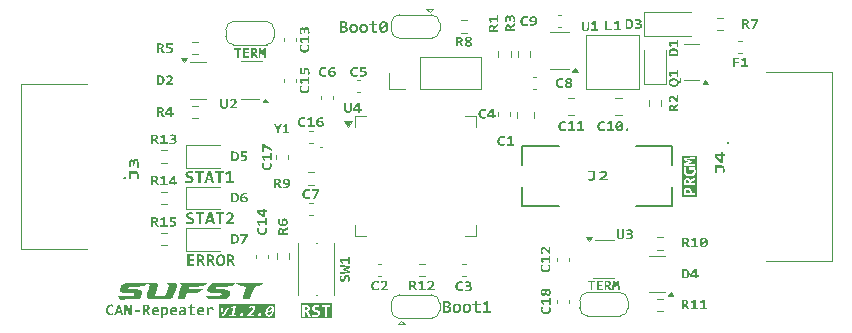
<source format=gbr>
%TF.GenerationSoftware,KiCad,Pcbnew,9.0.4*%
%TF.CreationDate,2026-01-25T14:52:31+00:00*%
%TF.ProjectId,can-repeater,63616e2d-7265-4706-9561-7465722e6b69,rev?*%
%TF.SameCoordinates,Original*%
%TF.FileFunction,Legend,Top*%
%TF.FilePolarity,Positive*%
%FSLAX46Y46*%
G04 Gerber Fmt 4.6, Leading zero omitted, Abs format (unit mm)*
G04 Created by KiCad (PCBNEW 9.0.4) date 2026-01-25 14:52:31*
%MOMM*%
%LPD*%
G01*
G04 APERTURE LIST*
%ADD10C,0.200000*%
%ADD11C,0.220000*%
%ADD12C,0.180000*%
%ADD13C,0.225000*%
%ADD14C,0.150000*%
%ADD15C,0.120000*%
%ADD16C,0.100000*%
%ADD17C,0.000000*%
%ADD18C,0.125000*%
G04 APERTURE END LIST*
D10*
G36*
X152343213Y-89663862D02*
G01*
X152339122Y-89686821D01*
X152319149Y-89765728D01*
X152296013Y-89829520D01*
X152267535Y-89886662D01*
X152238066Y-89929904D01*
X152204100Y-89965304D01*
X152169617Y-89989193D01*
X152132450Y-90004060D01*
X152095673Y-90008855D01*
X152062697Y-90005134D01*
X152035244Y-89994535D01*
X152012081Y-89977165D01*
X151994345Y-89953997D01*
X151980817Y-89922355D01*
X151972208Y-89879895D01*
X152347182Y-89641514D01*
X152343213Y-89663862D01*
G37*
G36*
X152263945Y-89363983D02*
G01*
X152291426Y-89374872D01*
X152314331Y-89392691D01*
X152331868Y-89416320D01*
X152345790Y-89448936D01*
X152355364Y-89493014D01*
X151978314Y-89731395D01*
X151981795Y-89708375D01*
X151986863Y-89684073D01*
X152007174Y-89604101D01*
X152030521Y-89540153D01*
X152059239Y-89482928D01*
X152088895Y-89439281D01*
X152122947Y-89403388D01*
X152157039Y-89379624D01*
X152193920Y-89364903D01*
X152230556Y-89360146D01*
X152263945Y-89363983D01*
G37*
G36*
X152635532Y-90256742D02*
G01*
X147898807Y-90256742D01*
X147898807Y-89434396D01*
X148009918Y-89434396D01*
X148134665Y-90130000D01*
X148322426Y-90130000D01*
X148720481Y-90130000D01*
X149301779Y-90130000D01*
X149320789Y-90038630D01*
X149653208Y-90038630D01*
X149655443Y-90063443D01*
X149662645Y-90086566D01*
X149673944Y-90106125D01*
X149689364Y-90122354D01*
X149708749Y-90134945D01*
X149731016Y-90142883D01*
X149756681Y-90145631D01*
X149784228Y-90142967D01*
X149810964Y-90134945D01*
X149820865Y-90130000D01*
X150242786Y-90130000D01*
X150835502Y-90130000D01*
X150854500Y-90038630D01*
X151190961Y-90038630D01*
X151193196Y-90063443D01*
X151200398Y-90086566D01*
X151211697Y-90106125D01*
X151227117Y-90122354D01*
X151246502Y-90134945D01*
X151268769Y-90142883D01*
X151294434Y-90145631D01*
X151321981Y-90142967D01*
X151348717Y-90134945D01*
X151373799Y-90122418D01*
X151396467Y-90106125D01*
X151416331Y-90086374D01*
X151433103Y-90063443D01*
X151445922Y-90038174D01*
X151453986Y-90011481D01*
X151457153Y-89983705D01*
X151454902Y-89958541D01*
X151447644Y-89935140D01*
X151436095Y-89915554D01*
X151420314Y-89899306D01*
X151400314Y-89886673D01*
X151377402Y-89878755D01*
X151350488Y-89875987D01*
X151324192Y-89878632D01*
X151298159Y-89886673D01*
X151273649Y-89899192D01*
X151251325Y-89915554D01*
X151231784Y-89935293D01*
X151215055Y-89958541D01*
X151202224Y-89984161D01*
X151194050Y-90011481D01*
X151190961Y-90038630D01*
X150854500Y-90038630D01*
X150867192Y-89977592D01*
X150498996Y-89977592D01*
X150651892Y-89853028D01*
X150669136Y-89838370D01*
X151802104Y-89838370D01*
X151802889Y-89879895D01*
X151803192Y-89895954D01*
X151811094Y-89952982D01*
X151824423Y-89999860D01*
X151842454Y-90038225D01*
X151867007Y-90072339D01*
X151896165Y-90099276D01*
X151930382Y-90119741D01*
X151988694Y-90138889D01*
X152057998Y-90145631D01*
X152112969Y-90142054D01*
X152164376Y-90131547D01*
X152212787Y-90114246D01*
X152280225Y-90076130D01*
X152341687Y-90023204D01*
X152394272Y-89958102D01*
X152440605Y-89876903D01*
X152476727Y-89786397D01*
X152504841Y-89680409D01*
X152518709Y-89598665D01*
X152524421Y-89529921D01*
X152523342Y-89472376D01*
X152515457Y-89415329D01*
X152502205Y-89368586D01*
X152484324Y-89330471D01*
X152459966Y-89296569D01*
X152430896Y-89269748D01*
X152396641Y-89249321D01*
X152338378Y-89230129D01*
X152269085Y-89223370D01*
X152214513Y-89226928D01*
X152163053Y-89237418D01*
X152114174Y-89254755D01*
X152068137Y-89278640D01*
X152025183Y-89308869D01*
X151985031Y-89345858D01*
X151932667Y-89410872D01*
X151886113Y-89492159D01*
X151849761Y-89582632D01*
X151821571Y-89688592D01*
X151814307Y-89731395D01*
X151807785Y-89769830D01*
X151802104Y-89838370D01*
X150669136Y-89838370D01*
X150760214Y-89760949D01*
X150806065Y-89716486D01*
X150844173Y-89673632D01*
X150877269Y-89628891D01*
X150903585Y-89583934D01*
X150923971Y-89536346D01*
X150938267Y-89484649D01*
X150945795Y-89422350D01*
X150941442Y-89371442D01*
X150925970Y-89325793D01*
X150901020Y-89289560D01*
X150866835Y-89261239D01*
X150822069Y-89240101D01*
X150771125Y-89227791D01*
X150709289Y-89223370D01*
X150654697Y-89226999D01*
X150601233Y-89237874D01*
X150548456Y-89256160D01*
X150473212Y-89294160D01*
X150402337Y-89343354D01*
X150464741Y-89457843D01*
X150513424Y-89422147D01*
X150561278Y-89395317D01*
X150611194Y-89377654D01*
X150661662Y-89371870D01*
X150690379Y-89374502D01*
X150713075Y-89381762D01*
X150732367Y-89393531D01*
X150746353Y-89408262D01*
X150755995Y-89426123D01*
X150761557Y-89447646D01*
X150762730Y-89470692D01*
X150759603Y-89495579D01*
X150741285Y-89554930D01*
X150726585Y-89583539D01*
X150703244Y-89617334D01*
X150633147Y-89694087D01*
X150518658Y-89796425D01*
X150268065Y-90008306D01*
X150242786Y-90130000D01*
X149820865Y-90130000D01*
X149836046Y-90122418D01*
X149858714Y-90106125D01*
X149878578Y-90086374D01*
X149895350Y-90063443D01*
X149908169Y-90038174D01*
X149916233Y-90011481D01*
X149919400Y-89983705D01*
X149917149Y-89958541D01*
X149909891Y-89935140D01*
X149898342Y-89915554D01*
X149882561Y-89899306D01*
X149862561Y-89886673D01*
X149839649Y-89878755D01*
X149812735Y-89875987D01*
X149786439Y-89878632D01*
X149760406Y-89886673D01*
X149735896Y-89899192D01*
X149713572Y-89915554D01*
X149694031Y-89935293D01*
X149677302Y-89958541D01*
X149664472Y-89984161D01*
X149656297Y-90011481D01*
X149653208Y-90038630D01*
X149320789Y-90038630D01*
X149332676Y-89981500D01*
X149140884Y-89981500D01*
X149296833Y-89231186D01*
X149159813Y-89231186D01*
X148851762Y-89379685D01*
X148876735Y-89516461D01*
X149093196Y-89407285D01*
X148973822Y-89981500D01*
X148751378Y-89981500D01*
X148720481Y-90130000D01*
X148322426Y-90130000D01*
X148733548Y-89434396D01*
X148558548Y-89434396D01*
X148332623Y-89836481D01*
X148265762Y-89959030D01*
X148250252Y-89830985D01*
X148191695Y-89434396D01*
X148009918Y-89434396D01*
X147898807Y-89434396D01*
X147898807Y-89112259D01*
X152635532Y-89112259D01*
X152635532Y-90256742D01*
G37*
D11*
G36*
X145716440Y-78516525D02*
G01*
X145708656Y-78593281D01*
X145686752Y-78656165D01*
X145651121Y-78710289D01*
X145603734Y-78754027D01*
X145546449Y-78787179D01*
X145476721Y-78811455D01*
X145401105Y-78825346D01*
X145315924Y-78830194D01*
X145239278Y-78827926D01*
X145166411Y-78821261D01*
X145094757Y-78809379D01*
X145023614Y-78791506D01*
X145023614Y-78610962D01*
X145095751Y-78632724D01*
X145171314Y-78650523D01*
X145246810Y-78662479D01*
X145319685Y-78666845D01*
X145370324Y-78664394D01*
X145409152Y-78657844D01*
X145443745Y-78646613D01*
X145469266Y-78632993D01*
X145489688Y-78615354D01*
X145503051Y-78595446D01*
X145510906Y-78572736D01*
X145513596Y-78547288D01*
X145508267Y-78513735D01*
X145492909Y-78486905D01*
X145469639Y-78464457D01*
X145438436Y-78443784D01*
X145361396Y-78409999D01*
X145273475Y-78377692D01*
X145185553Y-78338668D01*
X145144542Y-78314176D01*
X145108513Y-78284666D01*
X145078177Y-78249565D01*
X145054041Y-78207760D01*
X145038907Y-78160206D01*
X145033421Y-78100091D01*
X145038719Y-78043603D01*
X145054444Y-77990542D01*
X145081235Y-77942381D01*
X145120536Y-77900136D01*
X145170411Y-77866280D01*
X145236264Y-77838611D01*
X145310937Y-77821887D01*
X145406868Y-77815707D01*
X145468057Y-77818662D01*
X145531194Y-77826185D01*
X145591308Y-77837133D01*
X145644303Y-77850096D01*
X145644303Y-78017745D01*
X145591711Y-78000550D01*
X145532739Y-77986915D01*
X145471482Y-77977915D01*
X145412913Y-77974758D01*
X145365922Y-77976905D01*
X145330231Y-77982617D01*
X145298372Y-77992336D01*
X145274617Y-78004244D01*
X145255570Y-78019904D01*
X145243048Y-78038163D01*
X145235802Y-78059106D01*
X145233309Y-78082829D01*
X145238485Y-78111497D01*
X145253929Y-78135757D01*
X145277148Y-78156132D01*
X145308804Y-78175520D01*
X145386181Y-78208498D01*
X145474841Y-78241545D01*
X145563501Y-78281710D01*
X145604661Y-78306767D01*
X145640944Y-78336451D01*
X145671634Y-78371465D01*
X145695752Y-78412618D01*
X145710984Y-78459123D01*
X145716440Y-78516525D01*
G37*
G36*
X146313485Y-77987654D02*
G01*
X146313485Y-78813000D01*
X146124142Y-78813000D01*
X146124142Y-77987654D01*
X145855139Y-77987654D01*
X145855139Y-77832902D01*
X146582488Y-77832902D01*
X146582488Y-77987654D01*
X146313485Y-77987654D01*
G37*
G36*
X147484605Y-78813000D02*
G01*
X147280217Y-78813000D01*
X147226147Y-78619559D01*
X146883463Y-78619559D01*
X146827916Y-78813000D01*
X146644550Y-78813000D01*
X146746573Y-78469106D01*
X146927793Y-78469106D01*
X147184840Y-78469106D01*
X147057089Y-78009685D01*
X146927793Y-78469106D01*
X146746573Y-78469106D01*
X146935315Y-77832902D01*
X147193840Y-77832902D01*
X147484605Y-78813000D01*
G37*
G36*
X148005013Y-77987654D02*
G01*
X148005013Y-78813000D01*
X147815670Y-78813000D01*
X147815670Y-77987654D01*
X147546667Y-77987654D01*
X147546667Y-77832902D01*
X148274016Y-77832902D01*
X148274016Y-77987654D01*
X148005013Y-77987654D01*
G37*
G36*
X148447307Y-78813000D02*
G01*
X148447307Y-78649650D01*
X148697503Y-78649650D01*
X148697503Y-78018013D01*
X148479614Y-78138108D01*
X148419500Y-77987654D01*
X148731288Y-77824304D01*
X148885368Y-77824304D01*
X148885368Y-78649650D01*
X149101041Y-78649650D01*
X149101041Y-78813000D01*
X148447307Y-78813000D01*
G37*
G36*
X145188296Y-85863000D02*
G01*
X145188296Y-84882902D01*
X145779632Y-84882902D01*
X145779632Y-85037654D01*
X145376094Y-85037654D01*
X145376094Y-85282678D01*
X145760826Y-85282678D01*
X145760826Y-85433132D01*
X145376094Y-85433132D01*
X145376094Y-85708247D01*
X145779632Y-85708247D01*
X145779632Y-85863000D01*
X145188296Y-85863000D01*
G37*
G36*
X146358146Y-84886545D02*
G01*
X146426247Y-84896805D01*
X146488748Y-84915824D01*
X146538953Y-84943016D01*
X146580135Y-84980072D01*
X146610754Y-85027109D01*
X146629209Y-85082569D01*
X146635942Y-85153987D01*
X146631809Y-85206173D01*
X146620157Y-85250103D01*
X146600969Y-85289565D01*
X146575760Y-85322576D01*
X146544688Y-85349906D01*
X146507787Y-85371742D01*
X146466975Y-85387551D01*
X146421747Y-85398004D01*
X146455443Y-85411609D01*
X146487839Y-85439379D01*
X146516211Y-85477619D01*
X146548020Y-85535830D01*
X146705056Y-85863000D01*
X146487906Y-85863000D01*
X146349610Y-85549263D01*
X146325672Y-85509297D01*
X146295137Y-85481694D01*
X146257759Y-85464799D01*
X146212858Y-85458924D01*
X146177528Y-85458924D01*
X146177528Y-85863000D01*
X145992685Y-85863000D01*
X145992685Y-85312769D01*
X146177528Y-85312769D01*
X146252688Y-85312769D01*
X146294357Y-85310437D01*
X146330400Y-85303836D01*
X146363466Y-85292388D01*
X146390178Y-85277036D01*
X146412210Y-85256891D01*
X146428463Y-85232639D01*
X146438517Y-85204752D01*
X146442031Y-85171853D01*
X146436357Y-85126477D01*
X146420888Y-85093211D01*
X146396156Y-85068954D01*
X146363957Y-85052777D01*
X146319358Y-85041805D01*
X146258666Y-85037654D01*
X146177528Y-85037654D01*
X146177528Y-85312769D01*
X145992685Y-85312769D01*
X145992685Y-84882902D01*
X146279017Y-84882902D01*
X146358146Y-84886545D01*
G37*
G36*
X147203910Y-84886545D02*
G01*
X147272011Y-84896805D01*
X147334512Y-84915824D01*
X147384717Y-84943016D01*
X147425899Y-84980072D01*
X147456518Y-85027109D01*
X147474973Y-85082569D01*
X147481706Y-85153987D01*
X147477573Y-85206173D01*
X147465922Y-85250103D01*
X147446733Y-85289565D01*
X147421524Y-85322576D01*
X147390452Y-85349906D01*
X147353551Y-85371742D01*
X147312739Y-85387551D01*
X147267511Y-85398004D01*
X147301207Y-85411609D01*
X147333603Y-85439379D01*
X147361975Y-85477619D01*
X147393784Y-85535830D01*
X147550820Y-85863000D01*
X147333670Y-85863000D01*
X147195374Y-85549263D01*
X147171436Y-85509297D01*
X147140901Y-85481694D01*
X147103523Y-85464799D01*
X147058622Y-85458924D01*
X147023292Y-85458924D01*
X147023292Y-85863000D01*
X146838449Y-85863000D01*
X146838449Y-85312769D01*
X147023292Y-85312769D01*
X147098452Y-85312769D01*
X147140121Y-85310437D01*
X147176164Y-85303836D01*
X147209230Y-85292388D01*
X147235942Y-85277036D01*
X147257975Y-85256891D01*
X147274228Y-85232639D01*
X147284281Y-85204752D01*
X147287795Y-85171853D01*
X147282122Y-85126477D01*
X147266652Y-85093211D01*
X147241920Y-85068954D01*
X147209721Y-85052777D01*
X147165122Y-85041805D01*
X147104430Y-85037654D01*
X147023292Y-85037654D01*
X147023292Y-85312769D01*
X146838449Y-85312769D01*
X146838449Y-84882902D01*
X147124781Y-84882902D01*
X147203910Y-84886545D01*
G37*
G36*
X148093963Y-84871436D02*
G01*
X148160232Y-84887659D01*
X148217062Y-84913473D01*
X148265942Y-84948734D01*
X148307857Y-84994063D01*
X148347785Y-85059604D01*
X148378350Y-85141448D01*
X148398323Y-85243036D01*
X148405585Y-85368450D01*
X148401770Y-85457329D01*
X148391052Y-85533583D01*
X148374352Y-85598833D01*
X148350039Y-85661583D01*
X148321405Y-85714164D01*
X148288715Y-85757883D01*
X148249944Y-85796121D01*
X148207494Y-85826714D01*
X148160963Y-85850171D01*
X148085702Y-85872592D01*
X148004330Y-85880194D01*
X147926743Y-85874455D01*
X147860476Y-85858197D01*
X147803631Y-85832322D01*
X147754718Y-85796968D01*
X147712759Y-85751503D01*
X147672823Y-85685763D01*
X147642281Y-85603869D01*
X147622342Y-85502437D01*
X147615099Y-85377451D01*
X147615484Y-85368450D01*
X147810487Y-85368450D01*
X147816858Y-85484346D01*
X147833494Y-85568191D01*
X147857437Y-85627311D01*
X147884640Y-85664641D01*
X147918244Y-85690730D01*
X147959422Y-85706825D01*
X148010375Y-85712546D01*
X148060981Y-85706764D01*
X148101655Y-85690515D01*
X148135695Y-85663713D01*
X148163583Y-85625766D01*
X148183843Y-85579932D01*
X148198913Y-85520718D01*
X148207193Y-85455952D01*
X148210197Y-85377451D01*
X148203867Y-85261530D01*
X148187345Y-85177711D01*
X148163583Y-85118657D01*
X148136559Y-85081344D01*
X148102994Y-85055235D01*
X148061685Y-85039100D01*
X148010375Y-85033355D01*
X147959774Y-85039168D01*
X147919432Y-85055453D01*
X147885629Y-85082151D01*
X147857437Y-85120135D01*
X147836924Y-85166004D01*
X147821771Y-85225251D01*
X147813492Y-85289957D01*
X147810487Y-85368450D01*
X147615484Y-85368450D01*
X147618905Y-85288569D01*
X147629601Y-85212315D01*
X147646264Y-85147069D01*
X147670617Y-85084317D01*
X147699273Y-85031735D01*
X147731969Y-84988018D01*
X147770738Y-84949776D01*
X147813165Y-84919184D01*
X147859653Y-84895731D01*
X147934972Y-84873308D01*
X148016353Y-84865707D01*
X148093963Y-84871436D01*
G37*
G36*
X148895438Y-84886545D02*
G01*
X148963539Y-84896805D01*
X149026041Y-84915824D01*
X149076245Y-84943016D01*
X149117427Y-84980072D01*
X149148046Y-85027109D01*
X149166501Y-85082569D01*
X149173234Y-85153987D01*
X149169101Y-85206173D01*
X149157450Y-85250103D01*
X149138262Y-85289565D01*
X149113053Y-85322576D01*
X149081980Y-85349906D01*
X149045080Y-85371742D01*
X149004267Y-85387551D01*
X148959039Y-85398004D01*
X148992736Y-85411609D01*
X149025131Y-85439379D01*
X149053503Y-85477619D01*
X149085313Y-85535830D01*
X149242349Y-85863000D01*
X149025198Y-85863000D01*
X148886902Y-85549263D01*
X148862964Y-85509297D01*
X148832430Y-85481694D01*
X148795052Y-85464799D01*
X148750150Y-85458924D01*
X148714821Y-85458924D01*
X148714821Y-85863000D01*
X148529978Y-85863000D01*
X148529978Y-85312769D01*
X148714821Y-85312769D01*
X148789980Y-85312769D01*
X148831649Y-85310437D01*
X148867692Y-85303836D01*
X148900758Y-85292388D01*
X148927471Y-85277036D01*
X148949503Y-85256891D01*
X148965756Y-85232639D01*
X148975810Y-85204752D01*
X148979323Y-85171853D01*
X148973650Y-85126477D01*
X148958180Y-85093211D01*
X148933449Y-85068954D01*
X148901250Y-85052777D01*
X148856650Y-85041805D01*
X148795958Y-85037654D01*
X148714821Y-85037654D01*
X148714821Y-85312769D01*
X148529978Y-85312769D01*
X148529978Y-84882902D01*
X148816310Y-84882902D01*
X148895438Y-84886545D01*
G37*
G36*
X167250182Y-88837353D02*
G01*
X167318831Y-88849480D01*
X167373013Y-88867780D01*
X167415354Y-88891270D01*
X167451580Y-88923642D01*
X167477388Y-88962801D01*
X167493465Y-89010108D01*
X167499178Y-89067717D01*
X167497001Y-89103958D01*
X167490513Y-89139115D01*
X167479483Y-89172620D01*
X167463848Y-89203058D01*
X167443651Y-89230449D01*
X167418779Y-89254642D01*
X167389676Y-89274421D01*
X167354904Y-89289770D01*
X167390812Y-89298700D01*
X167425160Y-89313480D01*
X167456545Y-89333782D01*
X167483797Y-89359355D01*
X167506145Y-89389712D01*
X167523627Y-89425850D01*
X167534477Y-89465693D01*
X167538269Y-89511555D01*
X167531342Y-89585268D01*
X167511887Y-89645859D01*
X167480823Y-89695990D01*
X167437586Y-89737437D01*
X167386188Y-89768367D01*
X167322377Y-89791999D01*
X167243581Y-89807408D01*
X167146754Y-89813000D01*
X166846921Y-89813000D01*
X166846921Y-89662546D01*
X167030286Y-89662546D01*
X167159515Y-89662546D01*
X167202261Y-89659557D01*
X167237295Y-89651262D01*
X167268565Y-89637498D01*
X167293244Y-89620029D01*
X167313122Y-89598237D01*
X167327432Y-89573013D01*
X167336167Y-89545104D01*
X167339119Y-89515048D01*
X167333602Y-89474791D01*
X167317821Y-89442044D01*
X167291364Y-89414969D01*
X167257511Y-89396270D01*
X167210208Y-89383624D01*
X167145276Y-89378833D01*
X167030286Y-89378833D01*
X167030286Y-89662546D01*
X166846921Y-89662546D01*
X166846921Y-89236977D01*
X167030286Y-89236977D01*
X167142254Y-89236977D01*
X167185400Y-89234048D01*
X167218488Y-89226163D01*
X167247470Y-89212956D01*
X167269602Y-89196341D01*
X167286811Y-89175789D01*
X167298148Y-89152750D01*
X167304601Y-89127497D01*
X167306812Y-89099823D01*
X167304486Y-89073108D01*
X167297812Y-89049851D01*
X167286164Y-89029281D01*
X167268863Y-89011834D01*
X167246947Y-88998347D01*
X167217749Y-88987654D01*
X167184862Y-88981389D01*
X167142254Y-88979057D01*
X167030286Y-88979057D01*
X167030286Y-89236977D01*
X166846921Y-89236977D01*
X166846921Y-88832902D01*
X167164016Y-88832902D01*
X167250182Y-88837353D01*
G37*
G36*
X168109057Y-89041509D02*
G01*
X168178906Y-89060060D01*
X168241065Y-89091506D01*
X168292350Y-89134682D01*
X168332853Y-89189078D01*
X168363346Y-89257194D01*
X168381335Y-89333616D01*
X168387794Y-89426186D01*
X168381187Y-89513629D01*
X168362204Y-89590745D01*
X168330615Y-89660709D01*
X168288589Y-89718563D01*
X168235438Y-89765486D01*
X168170577Y-89800977D01*
X168097488Y-89822583D01*
X168011325Y-89830194D01*
X167929266Y-89823741D01*
X167859528Y-89805477D01*
X167797389Y-89774395D01*
X167746083Y-89731661D01*
X167705548Y-89677447D01*
X167674685Y-89608745D01*
X167656470Y-89531336D01*
X167649900Y-89436664D01*
X167650243Y-89432164D01*
X167840721Y-89432164D01*
X167846963Y-89510119D01*
X167863657Y-89568218D01*
X167888812Y-89611029D01*
X167924540Y-89644252D01*
X167967600Y-89664170D01*
X168020325Y-89671143D01*
X168064005Y-89666372D01*
X168099918Y-89652874D01*
X168130549Y-89631024D01*
X168154793Y-89602096D01*
X168172922Y-89567444D01*
X168186361Y-89525526D01*
X168194195Y-89480458D01*
X168196906Y-89430686D01*
X168191049Y-89352996D01*
X168175459Y-89295431D01*
X168152173Y-89253366D01*
X168118462Y-89220915D01*
X168075499Y-89201080D01*
X168020325Y-89193990D01*
X167974663Y-89198920D01*
X167938381Y-89212663D01*
X167907634Y-89234749D01*
X167882767Y-89263844D01*
X167864168Y-89298397D01*
X167850863Y-89339608D01*
X167843320Y-89383829D01*
X167840721Y-89432164D01*
X167650243Y-89432164D01*
X167656615Y-89348650D01*
X167675826Y-89271837D01*
X167707818Y-89202310D01*
X167750180Y-89145160D01*
X167803614Y-89098839D01*
X167868528Y-89063821D01*
X167941475Y-89042432D01*
X168026370Y-89034939D01*
X168109057Y-89041509D01*
G37*
G36*
X168954822Y-89041509D02*
G01*
X169024670Y-89060060D01*
X169086829Y-89091506D01*
X169138114Y-89134682D01*
X169178618Y-89189078D01*
X169209110Y-89257194D01*
X169227099Y-89333616D01*
X169233558Y-89426186D01*
X169226951Y-89513629D01*
X169207968Y-89590745D01*
X169176380Y-89660709D01*
X169134353Y-89718563D01*
X169081202Y-89765486D01*
X169016341Y-89800977D01*
X168943252Y-89822583D01*
X168857089Y-89830194D01*
X168775030Y-89823741D01*
X168705292Y-89805477D01*
X168643153Y-89774395D01*
X168591847Y-89731661D01*
X168551312Y-89677447D01*
X168520449Y-89608745D01*
X168502234Y-89531336D01*
X168495664Y-89436664D01*
X168496007Y-89432164D01*
X168686485Y-89432164D01*
X168692727Y-89510119D01*
X168709422Y-89568218D01*
X168734576Y-89611029D01*
X168770304Y-89644252D01*
X168813364Y-89664170D01*
X168866089Y-89671143D01*
X168909769Y-89666372D01*
X168945682Y-89652874D01*
X168976313Y-89631024D01*
X169000557Y-89602096D01*
X169018686Y-89567444D01*
X169032125Y-89525526D01*
X169039959Y-89480458D01*
X169042670Y-89430686D01*
X169036813Y-89352996D01*
X169021223Y-89295431D01*
X168997937Y-89253366D01*
X168964226Y-89220915D01*
X168921263Y-89201080D01*
X168866089Y-89193990D01*
X168820427Y-89198920D01*
X168784146Y-89212663D01*
X168753398Y-89234749D01*
X168728531Y-89263844D01*
X168709932Y-89298397D01*
X168696627Y-89339608D01*
X168689084Y-89383829D01*
X168686485Y-89432164D01*
X168496007Y-89432164D01*
X168502379Y-89348650D01*
X168521591Y-89271837D01*
X168553583Y-89202310D01*
X168595944Y-89145160D01*
X168649378Y-89098839D01*
X168714292Y-89063821D01*
X168787239Y-89042432D01*
X168872134Y-89034939D01*
X168954822Y-89041509D01*
G37*
G36*
X170021425Y-89804402D02*
G01*
X169921481Y-89823142D01*
X169826037Y-89830194D01*
X169753662Y-89825933D01*
X169696405Y-89814343D01*
X169645709Y-89793855D01*
X169606200Y-89766050D01*
X169575525Y-89729654D01*
X169553608Y-89683435D01*
X169541266Y-89630558D01*
X169536749Y-89563878D01*
X169536749Y-89189692D01*
X169331622Y-89189692D01*
X169331622Y-89047836D01*
X169536749Y-89047836D01*
X169536749Y-88851843D01*
X169724615Y-88802811D01*
X169724615Y-89047836D01*
X170021425Y-89047836D01*
X170021425Y-89189692D01*
X169724615Y-89189692D01*
X169724615Y-89550982D01*
X169728444Y-89593854D01*
X169738785Y-89626179D01*
X169754638Y-89650389D01*
X169777100Y-89667967D01*
X169809503Y-89679620D01*
X169855389Y-89684039D01*
X169943243Y-89676248D01*
X170021425Y-89658247D01*
X170021425Y-89804402D01*
G37*
G36*
X170247307Y-89813000D02*
G01*
X170247307Y-89649650D01*
X170497503Y-89649650D01*
X170497503Y-89018013D01*
X170279614Y-89138108D01*
X170219500Y-88987654D01*
X170531288Y-88824304D01*
X170685368Y-88824304D01*
X170685368Y-89649650D01*
X170901041Y-89649650D01*
X170901041Y-89813000D01*
X170247307Y-89813000D01*
G37*
G36*
X187592852Y-79405819D02*
G01*
X187628462Y-79415572D01*
X187660449Y-79431840D01*
X187687300Y-79453925D01*
X187708751Y-79481566D01*
X187724914Y-79515852D01*
X187734511Y-79554357D01*
X187737944Y-79600751D01*
X187737944Y-79703718D01*
X187381154Y-79703718D01*
X187381154Y-79606796D01*
X187384358Y-79556178D01*
X187393110Y-79515920D01*
X187407996Y-79480161D01*
X187427365Y-79452380D01*
X187451977Y-79430426D01*
X187481367Y-79414834D01*
X187514211Y-79405616D01*
X187551758Y-79402408D01*
X187592852Y-79405819D01*
G37*
G36*
X187548252Y-78603010D02*
G01*
X187576139Y-78613064D01*
X187600391Y-78629317D01*
X187620536Y-78651349D01*
X187635888Y-78678061D01*
X187647336Y-78711127D01*
X187653937Y-78747170D01*
X187656269Y-78788839D01*
X187656269Y-78863999D01*
X187381154Y-78863999D01*
X187381154Y-78782861D01*
X187385305Y-78722169D01*
X187396277Y-78677570D01*
X187412454Y-78645371D01*
X187436711Y-78620639D01*
X187469977Y-78605170D01*
X187515353Y-78599496D01*
X187548252Y-78603010D01*
G37*
G36*
X188345916Y-80012328D02*
G01*
X187086985Y-80012328D01*
X187086985Y-79602296D01*
X187226402Y-79602296D01*
X187226402Y-79606796D01*
X187226402Y-79890106D01*
X188206500Y-79890106D01*
X188206500Y-79703718D01*
X187892696Y-79703718D01*
X187892696Y-79609819D01*
X187885755Y-79514185D01*
X187866434Y-79435521D01*
X187834212Y-79365464D01*
X187792819Y-79310053D01*
X187741131Y-79265934D01*
X187680516Y-79234155D01*
X187613395Y-79215107D01*
X187538862Y-79208564D01*
X187466631Y-79215315D01*
X187405603Y-79234491D01*
X187351985Y-79266417D01*
X187307539Y-79310389D01*
X187273177Y-79364839D01*
X187247089Y-79433640D01*
X187231882Y-79509936D01*
X187226402Y-79602296D01*
X187086985Y-79602296D01*
X187086985Y-78762510D01*
X187226402Y-78762510D01*
X187226402Y-78782861D01*
X187226402Y-79048842D01*
X188206500Y-79048842D01*
X188206500Y-78863999D01*
X187802424Y-78863999D01*
X187802424Y-78828669D01*
X187808299Y-78783768D01*
X187825194Y-78746390D01*
X187852797Y-78715855D01*
X187892763Y-78691917D01*
X188206500Y-78553621D01*
X188206500Y-78336471D01*
X187879330Y-78493507D01*
X187821119Y-78525316D01*
X187782879Y-78553688D01*
X187755109Y-78586084D01*
X187741504Y-78619780D01*
X187731051Y-78574552D01*
X187715242Y-78533740D01*
X187693406Y-78496839D01*
X187666076Y-78465767D01*
X187633065Y-78440558D01*
X187593603Y-78421370D01*
X187549673Y-78409718D01*
X187497487Y-78405585D01*
X187426069Y-78412318D01*
X187370609Y-78430773D01*
X187323572Y-78461392D01*
X187286516Y-78502574D01*
X187259324Y-78552779D01*
X187240305Y-78615280D01*
X187230045Y-78683381D01*
X187226402Y-78762510D01*
X187086985Y-78762510D01*
X187086985Y-77786039D01*
X187209207Y-77786039D01*
X187213370Y-77861534D01*
X187225321Y-77928936D01*
X187244470Y-77989286D01*
X187271841Y-78046124D01*
X187305918Y-78095991D01*
X187346899Y-78139605D01*
X187394082Y-78176558D01*
X187448433Y-78207633D01*
X187510853Y-78232765D01*
X187576126Y-78250065D01*
X187648840Y-78260896D01*
X187729951Y-78264670D01*
X187810674Y-78261017D01*
X187881566Y-78250637D01*
X187943810Y-78234243D01*
X188003360Y-78210347D01*
X188054575Y-78181135D01*
X188098428Y-78146725D01*
X188136399Y-78106068D01*
X188167572Y-78060061D01*
X188192193Y-78008092D01*
X188209345Y-77952890D01*
X188220000Y-77891911D01*
X188223694Y-77824324D01*
X188219798Y-77739718D01*
X188208649Y-77664333D01*
X188189519Y-77592097D01*
X188162169Y-77523014D01*
X187639075Y-77523014D01*
X187639075Y-77872415D01*
X187789528Y-77872415D01*
X187789528Y-77705640D01*
X188043620Y-77705640D01*
X188050471Y-77727067D01*
X188055777Y-77748493D01*
X188059203Y-77772538D01*
X188060345Y-77802562D01*
X188054103Y-77871307D01*
X188036971Y-77925074D01*
X188008334Y-77970888D01*
X187969468Y-78007354D01*
X187921774Y-78034365D01*
X187862404Y-78053564D01*
X187797323Y-78064062D01*
X187720951Y-78067804D01*
X187641927Y-78062978D01*
X187574729Y-78049400D01*
X187513803Y-78026110D01*
X187465381Y-77995331D01*
X187426032Y-77955399D01*
X187396737Y-77906671D01*
X187378865Y-77850942D01*
X187372557Y-77784494D01*
X187376774Y-77716516D01*
X187389483Y-77648884D01*
X187409086Y-77583631D01*
X187432738Y-77526036D01*
X187252194Y-77526036D01*
X187220894Y-77654191D01*
X187212154Y-77718976D01*
X187209207Y-77786039D01*
X187086985Y-77786039D01*
X187086985Y-76690750D01*
X187226402Y-76690750D01*
X187226402Y-76903467D01*
X187515488Y-76994411D01*
X187664195Y-77035719D01*
X187506420Y-77077026D01*
X187226402Y-77163403D01*
X187226402Y-77372359D01*
X188206500Y-77420450D01*
X188206500Y-77263347D01*
X187647672Y-77246824D01*
X187430925Y-77241585D01*
X187578624Y-77200278D01*
X187914190Y-77101811D01*
X187914190Y-76986083D01*
X187578624Y-76877138D01*
X187430925Y-76829786D01*
X187652172Y-76823002D01*
X188206500Y-76805001D01*
X188206500Y-76641920D01*
X187226402Y-76690750D01*
X187086985Y-76690750D01*
X187086985Y-76519698D01*
X188345916Y-76519698D01*
X188345916Y-80012328D01*
G37*
D10*
G36*
X138935833Y-89990921D02*
G01*
X138876429Y-90013682D01*
X138820734Y-90029206D01*
X138764306Y-90038555D01*
X138704963Y-90041723D01*
X138641189Y-90038351D01*
X138584669Y-90028706D01*
X138534481Y-90013330D01*
X138487215Y-89991086D01*
X138445734Y-89963001D01*
X138409429Y-89928883D01*
X138378861Y-89889447D01*
X138353096Y-89843379D01*
X138332248Y-89789787D01*
X138318124Y-89733791D01*
X138309155Y-89669755D01*
X138305992Y-89596591D01*
X138309407Y-89521714D01*
X138319170Y-89455131D01*
X138334691Y-89395884D01*
X138357146Y-89339080D01*
X138384499Y-89289910D01*
X138416634Y-89247506D01*
X138454638Y-89210387D01*
X138497609Y-89179703D01*
X138546083Y-89155183D01*
X138597782Y-89137816D01*
X138654571Y-89127080D01*
X138717236Y-89123370D01*
X138774938Y-89124713D01*
X138827878Y-89129720D01*
X138880451Y-89139307D01*
X138935833Y-89154633D01*
X138935833Y-89322672D01*
X138877874Y-89298709D01*
X138825130Y-89283532D01*
X138773536Y-89274617D01*
X138729509Y-89271870D01*
X138669039Y-89277929D01*
X138620882Y-89294767D01*
X138579816Y-89322217D01*
X138546755Y-89358881D01*
X138521981Y-89403169D01*
X138504073Y-89457128D01*
X138493994Y-89515697D01*
X138490457Y-89582302D01*
X138494145Y-89652519D01*
X138504439Y-89711568D01*
X138522792Y-89765241D01*
X138547854Y-89808105D01*
X138581225Y-89842913D01*
X138622958Y-89868494D01*
X138671484Y-89883812D01*
X138731585Y-89889316D01*
X138780434Y-89884797D01*
X138833679Y-89872829D01*
X138886985Y-89855305D01*
X138935833Y-89834605D01*
X138935833Y-89990921D01*
G37*
G36*
X139785310Y-90030000D02*
G01*
X139599502Y-90030000D01*
X139550348Y-89854145D01*
X139238817Y-89854145D01*
X139188319Y-90030000D01*
X139021624Y-90030000D01*
X139114372Y-89717369D01*
X139279117Y-89717369D01*
X139512796Y-89717369D01*
X139396659Y-89299713D01*
X139279117Y-89717369D01*
X139114372Y-89717369D01*
X139285956Y-89139002D01*
X139520978Y-89139002D01*
X139785310Y-90030000D01*
G37*
G36*
X140293274Y-90030000D02*
G01*
X140054160Y-89498283D01*
X140005006Y-89383733D01*
X140005006Y-89753211D01*
X140005006Y-90030000D01*
X139851988Y-90030000D01*
X139851988Y-89139002D01*
X140058251Y-89139002D01*
X140302128Y-89674138D01*
X140345176Y-89778429D01*
X140345176Y-89385076D01*
X140345176Y-89139002D01*
X140498194Y-89139002D01*
X140498194Y-90030000D01*
X140293274Y-90030000D01*
G37*
G36*
X140728759Y-89733000D02*
G01*
X140728759Y-89584501D01*
X141153681Y-89584501D01*
X141153681Y-89733000D01*
X140728759Y-89733000D01*
G37*
G36*
X141745853Y-89142314D02*
G01*
X141807763Y-89151641D01*
X141864582Y-89168930D01*
X141910223Y-89193651D01*
X141947661Y-89227338D01*
X141975497Y-89270099D01*
X141992274Y-89320517D01*
X141998394Y-89385443D01*
X141994637Y-89432884D01*
X141984045Y-89472821D01*
X141966601Y-89508695D01*
X141943684Y-89538705D01*
X141915437Y-89563551D01*
X141881891Y-89583401D01*
X141844788Y-89597774D01*
X141803672Y-89607276D01*
X141834305Y-89619644D01*
X141863756Y-89644890D01*
X141889548Y-89679654D01*
X141918466Y-89732573D01*
X142061226Y-90030000D01*
X141863817Y-90030000D01*
X141738093Y-89744785D01*
X141716331Y-89708452D01*
X141688572Y-89683358D01*
X141654592Y-89667999D01*
X141613773Y-89662658D01*
X141581655Y-89662658D01*
X141581655Y-90030000D01*
X141413616Y-90030000D01*
X141413616Y-89529790D01*
X141581655Y-89529790D01*
X141649982Y-89529790D01*
X141687863Y-89527670D01*
X141720629Y-89521669D01*
X141750689Y-89511262D01*
X141774973Y-89497306D01*
X141795003Y-89478992D01*
X141809778Y-89456945D01*
X141818918Y-89431593D01*
X141822112Y-89401685D01*
X141816954Y-89360434D01*
X141802891Y-89330192D01*
X141780408Y-89308140D01*
X141751136Y-89293433D01*
X141710591Y-89283459D01*
X141655416Y-89279685D01*
X141581655Y-89279685D01*
X141581655Y-89529790D01*
X141413616Y-89529790D01*
X141413616Y-89139002D01*
X141673918Y-89139002D01*
X141745853Y-89142314D01*
G37*
G36*
X142561640Y-89328640D02*
G01*
X142621031Y-89345448D01*
X142673651Y-89373076D01*
X142715980Y-89409012D01*
X142749400Y-89453323D01*
X142774049Y-89506282D01*
X142788787Y-89564521D01*
X142793893Y-89629991D01*
X142792855Y-89674199D01*
X142789802Y-89725184D01*
X142333496Y-89725184D01*
X142337168Y-89769317D01*
X142347479Y-89805968D01*
X142364597Y-89838349D01*
X142387107Y-89864525D01*
X142414984Y-89885099D01*
X142448595Y-89900429D01*
X142485701Y-89909569D01*
X142528157Y-89912763D01*
X142579495Y-89910778D01*
X142636418Y-89904520D01*
X142694466Y-89893849D01*
X142756341Y-89877592D01*
X142756341Y-90010460D01*
X142698272Y-90024565D01*
X142634036Y-90035739D01*
X142567786Y-90043128D01*
X142502878Y-90045631D01*
X142426194Y-90039768D01*
X142360790Y-90023161D01*
X142302251Y-89994983D01*
X142254239Y-89956727D01*
X142216062Y-89908266D01*
X142187255Y-89848039D01*
X142170174Y-89780243D01*
X142164052Y-89698135D01*
X142170069Y-89616061D01*
X142172956Y-89604040D01*
X142336182Y-89604040D01*
X142624511Y-89604040D01*
X142622124Y-89565649D01*
X142614253Y-89534553D01*
X142601060Y-89507037D01*
X142584516Y-89485643D01*
X142564188Y-89468835D01*
X142540797Y-89457067D01*
X142515185Y-89450103D01*
X142487185Y-89447725D01*
X142446974Y-89452468D01*
X142413059Y-89466085D01*
X142383993Y-89488635D01*
X142361583Y-89518214D01*
X142345457Y-89556007D01*
X142336182Y-89604040D01*
X142172956Y-89604040D01*
X142187255Y-89544506D01*
X142215748Y-89479430D01*
X142252834Y-89425926D01*
X142299625Y-89382223D01*
X142355661Y-89349600D01*
X142418637Y-89329602D01*
X142490605Y-89322672D01*
X142561640Y-89328640D01*
G37*
G36*
X143385385Y-89329016D02*
G01*
X143435703Y-89347219D01*
X143479487Y-89376753D01*
X143515936Y-89417011D01*
X143544002Y-89465809D01*
X143565457Y-89526615D01*
X143578071Y-89593231D01*
X143582554Y-89671329D01*
X143579289Y-89734506D01*
X143570066Y-89789050D01*
X143555565Y-89836132D01*
X143522759Y-89900492D01*
X143480399Y-89951536D01*
X143428194Y-89991350D01*
X143366704Y-90019619D01*
X143299181Y-90036048D01*
X143223944Y-90041723D01*
X143172042Y-90038304D01*
X143124904Y-90029450D01*
X143124904Y-90299644D01*
X142958208Y-90299644D01*
X142958208Y-89592683D01*
X143124904Y-89592683D01*
X143124904Y-89892002D01*
X143173691Y-89904153D01*
X143232798Y-89908855D01*
X143271021Y-89904720D01*
X143304849Y-89892674D01*
X143334816Y-89873207D01*
X143360170Y-89846817D01*
X143380031Y-89814641D01*
X143395341Y-89774338D01*
X143404451Y-89730012D01*
X143407676Y-89678290D01*
X143405446Y-89623736D01*
X143399494Y-89581875D01*
X143389036Y-89544350D01*
X143375924Y-89516479D01*
X143358417Y-89493893D01*
X143338311Y-89479049D01*
X143314935Y-89470309D01*
X143287447Y-89467264D01*
X143260416Y-89470803D01*
X143233682Y-89481686D01*
X143206542Y-89500969D01*
X143168689Y-89538680D01*
X143124904Y-89592683D01*
X142958208Y-89592683D01*
X142958208Y-89334396D01*
X143102372Y-89334396D01*
X143106463Y-89437100D01*
X143150488Y-89389900D01*
X143200008Y-89353630D01*
X143227577Y-89340429D01*
X143257405Y-89330671D01*
X143289229Y-89324767D01*
X143326404Y-89322672D01*
X143385385Y-89329016D01*
G37*
G36*
X144099393Y-89328640D02*
G01*
X144158784Y-89345448D01*
X144211404Y-89373076D01*
X144253733Y-89409012D01*
X144287153Y-89453323D01*
X144311802Y-89506282D01*
X144326540Y-89564521D01*
X144331646Y-89629991D01*
X144330608Y-89674199D01*
X144327555Y-89725184D01*
X143871249Y-89725184D01*
X143874921Y-89769317D01*
X143885232Y-89805968D01*
X143902350Y-89838349D01*
X143924860Y-89864525D01*
X143952737Y-89885099D01*
X143986348Y-89900429D01*
X144023454Y-89909569D01*
X144065910Y-89912763D01*
X144117248Y-89910778D01*
X144174171Y-89904520D01*
X144232219Y-89893849D01*
X144294094Y-89877592D01*
X144294094Y-90010460D01*
X144236025Y-90024565D01*
X144171789Y-90035739D01*
X144105539Y-90043128D01*
X144040631Y-90045631D01*
X143963947Y-90039768D01*
X143898543Y-90023161D01*
X143840004Y-89994983D01*
X143791992Y-89956727D01*
X143753815Y-89908266D01*
X143725008Y-89848039D01*
X143707927Y-89780243D01*
X143701805Y-89698135D01*
X143707821Y-89616061D01*
X143710708Y-89604040D01*
X143873935Y-89604040D01*
X144162264Y-89604040D01*
X144159877Y-89565649D01*
X144152006Y-89534553D01*
X144138812Y-89507037D01*
X144122269Y-89485643D01*
X144101941Y-89468835D01*
X144078550Y-89457067D01*
X144052938Y-89450103D01*
X144024938Y-89447725D01*
X143984727Y-89452468D01*
X143950812Y-89466085D01*
X143921746Y-89488635D01*
X143899336Y-89518214D01*
X143883210Y-89556007D01*
X143873935Y-89604040D01*
X143710708Y-89604040D01*
X143725008Y-89544506D01*
X143753501Y-89479430D01*
X143790587Y-89425926D01*
X143837378Y-89382223D01*
X143893414Y-89349600D01*
X143956390Y-89329602D01*
X144028358Y-89322672D01*
X144099393Y-89328640D01*
G37*
G36*
X144854462Y-89326631D02*
G01*
X144912639Y-89337327D01*
X144964362Y-89356240D01*
X145003864Y-89381290D01*
X145034995Y-89414186D01*
X145056803Y-89454563D01*
X145069385Y-89500722D01*
X145073900Y-89557084D01*
X145073900Y-90030000D01*
X144931079Y-90030000D01*
X144926988Y-89939691D01*
X144881193Y-89982128D01*
X144828620Y-90015772D01*
X144798947Y-90028288D01*
X144766093Y-90037815D01*
X144731396Y-90043601D01*
X144691966Y-90045631D01*
X144640719Y-90041529D01*
X144598421Y-90030061D01*
X144560930Y-90011163D01*
X144530765Y-89986707D01*
X144506957Y-89956335D01*
X144489427Y-89919663D01*
X144479052Y-89878997D01*
X144475444Y-89832896D01*
X144476058Y-89827400D01*
X144650322Y-89827400D01*
X144653593Y-89853861D01*
X144662736Y-89874570D01*
X144677616Y-89890903D01*
X144708486Y-89906868D01*
X144752110Y-89912763D01*
X144786462Y-89906951D01*
X144824528Y-89887911D01*
X144862042Y-89859310D01*
X144907205Y-89816592D01*
X144907205Y-89725184D01*
X144805416Y-89725184D01*
X144764730Y-89727379D01*
X144733670Y-89733244D01*
X144706204Y-89743220D01*
X144685860Y-89755471D01*
X144669675Y-89770939D01*
X144658871Y-89788077D01*
X144652473Y-89807063D01*
X144650322Y-89827400D01*
X144476058Y-89827400D01*
X144480717Y-89785680D01*
X144496266Y-89742770D01*
X144522092Y-89704835D01*
X144559769Y-89671634D01*
X144606173Y-89645773D01*
X144666381Y-89624923D01*
X144733209Y-89612492D01*
X144816346Y-89607948D01*
X144907205Y-89607948D01*
X144907205Y-89565633D01*
X144905252Y-89539400D01*
X144899694Y-89516723D01*
X144889846Y-89496477D01*
X144875453Y-89479659D01*
X144856809Y-89466449D01*
X144832039Y-89456090D01*
X144803771Y-89450004D01*
X144766460Y-89447725D01*
X144705399Y-89451327D01*
X144645193Y-89462135D01*
X144586388Y-89479375D01*
X144529422Y-89502435D01*
X144529422Y-89369567D01*
X144581536Y-89351505D01*
X144644521Y-89335983D01*
X144710616Y-89326044D01*
X144780137Y-89322672D01*
X144854462Y-89326631D01*
G37*
G36*
X145837281Y-90022184D02*
G01*
X145746423Y-90039220D01*
X145659656Y-90045631D01*
X145593861Y-90041757D01*
X145541809Y-90031221D01*
X145495722Y-90012595D01*
X145459804Y-89987318D01*
X145431918Y-89954231D01*
X145411994Y-89912213D01*
X145400773Y-89864143D01*
X145396667Y-89803525D01*
X145396667Y-89463356D01*
X145210188Y-89463356D01*
X145210188Y-89334396D01*
X145396667Y-89334396D01*
X145396667Y-89156221D01*
X145567454Y-89111646D01*
X145567454Y-89334396D01*
X145837281Y-89334396D01*
X145837281Y-89463356D01*
X145567454Y-89463356D01*
X145567454Y-89791802D01*
X145570935Y-89830776D01*
X145580336Y-89860162D01*
X145594748Y-89882172D01*
X145615168Y-89898152D01*
X145644625Y-89908745D01*
X145686339Y-89912763D01*
X145766207Y-89905680D01*
X145837281Y-89889316D01*
X145837281Y-90022184D01*
G37*
G36*
X146406023Y-89328640D02*
G01*
X146465413Y-89345448D01*
X146518033Y-89373076D01*
X146560362Y-89409012D01*
X146593783Y-89453323D01*
X146618431Y-89506282D01*
X146633169Y-89564521D01*
X146638276Y-89629991D01*
X146637238Y-89674199D01*
X146634185Y-89725184D01*
X146177878Y-89725184D01*
X146181551Y-89769317D01*
X146191861Y-89805968D01*
X146208979Y-89838349D01*
X146231489Y-89864525D01*
X146259366Y-89885099D01*
X146292978Y-89900429D01*
X146330084Y-89909569D01*
X146372540Y-89912763D01*
X146423877Y-89910778D01*
X146480800Y-89904520D01*
X146538849Y-89893849D01*
X146600724Y-89877592D01*
X146600724Y-90010460D01*
X146542655Y-90024565D01*
X146478419Y-90035739D01*
X146412168Y-90043128D01*
X146347260Y-90045631D01*
X146270576Y-90039768D01*
X146205172Y-90023161D01*
X146146633Y-89994983D01*
X146098621Y-89956727D01*
X146060444Y-89908266D01*
X146031638Y-89848039D01*
X146014557Y-89780243D01*
X146008435Y-89698135D01*
X146014451Y-89616061D01*
X146017338Y-89604040D01*
X146180565Y-89604040D01*
X146468893Y-89604040D01*
X146466506Y-89565649D01*
X146458635Y-89534553D01*
X146445442Y-89507037D01*
X146428899Y-89485643D01*
X146408570Y-89468835D01*
X146385179Y-89457067D01*
X146359567Y-89450103D01*
X146331568Y-89447725D01*
X146291356Y-89452468D01*
X146257441Y-89466085D01*
X146228375Y-89488635D01*
X146205966Y-89518214D01*
X146189839Y-89556007D01*
X146180565Y-89604040D01*
X146017338Y-89604040D01*
X146031638Y-89544506D01*
X146060131Y-89479430D01*
X146097217Y-89425926D01*
X146144007Y-89382223D01*
X146200043Y-89349600D01*
X146263020Y-89329602D01*
X146334987Y-89322672D01*
X146406023Y-89328640D01*
G37*
G36*
X147249371Y-89604040D02*
G01*
X147249009Y-89567760D01*
X147245586Y-89539987D01*
X147238673Y-89515111D01*
X147229221Y-89496390D01*
X147216438Y-89481352D01*
X147201500Y-89471294D01*
X147184294Y-89465415D01*
X147164009Y-89463356D01*
X147127924Y-89470310D01*
X147087805Y-89493398D01*
X147049553Y-89529773D01*
X147001404Y-89592316D01*
X147001404Y-90030000D01*
X146830617Y-90030000D01*
X146830617Y-89334396D01*
X146981559Y-89334396D01*
X146987726Y-89439909D01*
X147026317Y-89391671D01*
X147074127Y-89354729D01*
X147101602Y-89341155D01*
X147132562Y-89330976D01*
X147165580Y-89324823D01*
X147202904Y-89322672D01*
X147253526Y-89327338D01*
X147296144Y-89340563D01*
X147333534Y-89362739D01*
X147364471Y-89393564D01*
X147388019Y-89431981D01*
X147405443Y-89481613D01*
X147414741Y-89536767D01*
X147416739Y-89604040D01*
X147249371Y-89604040D01*
G37*
D11*
G36*
X145766440Y-82016525D02*
G01*
X145758656Y-82093281D01*
X145736752Y-82156165D01*
X145701121Y-82210289D01*
X145653734Y-82254027D01*
X145596449Y-82287179D01*
X145526721Y-82311455D01*
X145451105Y-82325346D01*
X145365924Y-82330194D01*
X145289278Y-82327926D01*
X145216411Y-82321261D01*
X145144757Y-82309379D01*
X145073614Y-82291506D01*
X145073614Y-82110962D01*
X145145751Y-82132724D01*
X145221314Y-82150523D01*
X145296810Y-82162479D01*
X145369685Y-82166845D01*
X145420324Y-82164394D01*
X145459152Y-82157844D01*
X145493745Y-82146613D01*
X145519266Y-82132993D01*
X145539688Y-82115354D01*
X145553051Y-82095446D01*
X145560906Y-82072736D01*
X145563596Y-82047288D01*
X145558267Y-82013735D01*
X145542909Y-81986905D01*
X145519639Y-81964457D01*
X145488436Y-81943784D01*
X145411396Y-81909999D01*
X145323475Y-81877692D01*
X145235553Y-81838668D01*
X145194542Y-81814176D01*
X145158513Y-81784666D01*
X145128177Y-81749565D01*
X145104041Y-81707760D01*
X145088907Y-81660206D01*
X145083421Y-81600091D01*
X145088719Y-81543603D01*
X145104444Y-81490542D01*
X145131235Y-81442381D01*
X145170536Y-81400136D01*
X145220411Y-81366280D01*
X145286264Y-81338611D01*
X145360937Y-81321887D01*
X145456868Y-81315707D01*
X145518057Y-81318662D01*
X145581194Y-81326185D01*
X145641308Y-81337133D01*
X145694303Y-81350096D01*
X145694303Y-81517745D01*
X145641711Y-81500550D01*
X145582739Y-81486915D01*
X145521482Y-81477915D01*
X145462913Y-81474758D01*
X145415922Y-81476905D01*
X145380231Y-81482617D01*
X145348372Y-81492336D01*
X145324617Y-81504244D01*
X145305570Y-81519904D01*
X145293048Y-81538163D01*
X145285802Y-81559106D01*
X145283309Y-81582829D01*
X145288485Y-81611497D01*
X145303929Y-81635757D01*
X145327148Y-81656132D01*
X145358804Y-81675520D01*
X145436181Y-81708498D01*
X145524841Y-81741545D01*
X145613501Y-81781710D01*
X145654661Y-81806767D01*
X145690944Y-81836451D01*
X145721634Y-81871465D01*
X145745752Y-81912618D01*
X145760984Y-81959123D01*
X145766440Y-82016525D01*
G37*
G36*
X146363485Y-81487654D02*
G01*
X146363485Y-82313000D01*
X146174142Y-82313000D01*
X146174142Y-81487654D01*
X145905139Y-81487654D01*
X145905139Y-81332902D01*
X146632488Y-81332902D01*
X146632488Y-81487654D01*
X146363485Y-81487654D01*
G37*
G36*
X147534605Y-82313000D02*
G01*
X147330217Y-82313000D01*
X147276147Y-82119559D01*
X146933463Y-82119559D01*
X146877916Y-82313000D01*
X146694550Y-82313000D01*
X146796573Y-81969106D01*
X146977793Y-81969106D01*
X147234840Y-81969106D01*
X147107089Y-81509685D01*
X146977793Y-81969106D01*
X146796573Y-81969106D01*
X146985315Y-81332902D01*
X147243840Y-81332902D01*
X147534605Y-82313000D01*
G37*
G36*
X148055013Y-81487654D02*
G01*
X148055013Y-82313000D01*
X147865670Y-82313000D01*
X147865670Y-81487654D01*
X147596667Y-81487654D01*
X147596667Y-81332902D01*
X148324016Y-81332902D01*
X148324016Y-81487654D01*
X148055013Y-81487654D01*
G37*
G36*
X148479978Y-82313000D02*
G01*
X148479978Y-82179136D01*
X148712173Y-81946067D01*
X148816953Y-81833496D01*
X148853362Y-81786754D01*
X148877874Y-81749067D01*
X148896144Y-81712052D01*
X148906017Y-81680423D01*
X148912800Y-81615137D01*
X148910529Y-81587995D01*
X148903800Y-81562411D01*
X148892628Y-81538907D01*
X148877471Y-81519088D01*
X148858271Y-81502853D01*
X148833879Y-81489938D01*
X148806377Y-81481897D01*
X148773765Y-81479057D01*
X148717764Y-81485557D01*
X148666298Y-81504849D01*
X148618623Y-81534479D01*
X148572399Y-81573628D01*
X148475478Y-81447690D01*
X148543369Y-81393765D01*
X148619349Y-81351776D01*
X148673729Y-81331866D01*
X148731256Y-81319805D01*
X148792572Y-81315707D01*
X148862649Y-81320495D01*
X148923346Y-81334111D01*
X148978417Y-81357243D01*
X149023693Y-81388516D01*
X149060449Y-81428683D01*
X149088307Y-81478587D01*
X149105217Y-81535280D01*
X149111211Y-81603114D01*
X149107171Y-81660315D01*
X149095427Y-81712327D01*
X149076250Y-81761920D01*
X149049552Y-81810995D01*
X149016698Y-81858158D01*
X148975534Y-81907043D01*
X148875254Y-82008331D01*
X148732458Y-82145351D01*
X149146541Y-82145351D01*
X149146541Y-82313000D01*
X148479978Y-82313000D01*
G37*
G36*
X155254948Y-89335305D02*
G01*
X155299547Y-89346277D01*
X155331746Y-89362454D01*
X155356478Y-89386711D01*
X155371947Y-89419977D01*
X155377621Y-89465353D01*
X155374107Y-89498252D01*
X155364053Y-89526139D01*
X155347800Y-89550391D01*
X155325768Y-89570536D01*
X155299056Y-89585888D01*
X155265990Y-89597336D01*
X155229947Y-89603937D01*
X155188278Y-89606269D01*
X155113118Y-89606269D01*
X155113118Y-89331154D01*
X155194256Y-89331154D01*
X155254948Y-89335305D01*
G37*
G36*
X157431828Y-90295916D02*
G01*
X154806053Y-90295916D01*
X154806053Y-89606269D01*
X154928275Y-89606269D01*
X154928275Y-90156500D01*
X155113118Y-90156500D01*
X155113118Y-89752424D01*
X155148448Y-89752424D01*
X155193349Y-89758299D01*
X155230727Y-89775194D01*
X155261262Y-89802797D01*
X155285199Y-89842763D01*
X155423496Y-90156500D01*
X155640646Y-90156500D01*
X155543671Y-89954462D01*
X155750732Y-89954462D01*
X155750732Y-90135006D01*
X155821875Y-90152879D01*
X155893529Y-90164761D01*
X155966396Y-90171426D01*
X156043042Y-90173694D01*
X156128223Y-90168846D01*
X156203840Y-90154955D01*
X156273568Y-90130679D01*
X156330852Y-90097527D01*
X156378240Y-90053789D01*
X156413870Y-89999665D01*
X156435774Y-89936781D01*
X156443558Y-89860025D01*
X156438102Y-89802623D01*
X156422870Y-89756118D01*
X156398752Y-89714965D01*
X156368062Y-89679951D01*
X156331779Y-89650267D01*
X156290619Y-89625210D01*
X156201959Y-89585045D01*
X156113299Y-89551998D01*
X156035923Y-89519020D01*
X156004266Y-89499632D01*
X155981047Y-89479257D01*
X155965603Y-89454997D01*
X155960427Y-89426329D01*
X155962920Y-89402606D01*
X155970166Y-89381663D01*
X155982688Y-89363404D01*
X156001735Y-89347744D01*
X156025491Y-89335836D01*
X156057349Y-89326117D01*
X156093040Y-89320405D01*
X156140031Y-89318258D01*
X156198601Y-89321415D01*
X156259857Y-89330415D01*
X156318829Y-89344050D01*
X156371421Y-89361245D01*
X156371421Y-89331154D01*
X156582257Y-89331154D01*
X156851260Y-89331154D01*
X156851260Y-90156500D01*
X157040603Y-90156500D01*
X157040603Y-89331154D01*
X157309606Y-89331154D01*
X157309606Y-89176402D01*
X156582257Y-89176402D01*
X156582257Y-89331154D01*
X156371421Y-89331154D01*
X156371421Y-89193596D01*
X156318426Y-89180633D01*
X156258312Y-89169685D01*
X156195175Y-89162162D01*
X156133986Y-89159207D01*
X156038055Y-89165387D01*
X155963382Y-89182111D01*
X155897529Y-89209780D01*
X155847654Y-89243636D01*
X155808353Y-89285881D01*
X155781562Y-89334042D01*
X155765837Y-89387103D01*
X155760539Y-89443591D01*
X155766025Y-89503706D01*
X155781159Y-89551260D01*
X155805295Y-89593065D01*
X155835631Y-89628166D01*
X155871660Y-89657676D01*
X155912672Y-89682168D01*
X156000593Y-89721192D01*
X156088514Y-89753499D01*
X156165554Y-89787284D01*
X156196757Y-89807957D01*
X156220027Y-89830405D01*
X156235385Y-89857235D01*
X156240714Y-89890788D01*
X156238024Y-89916236D01*
X156230169Y-89938946D01*
X156216806Y-89958854D01*
X156196384Y-89976493D01*
X156170864Y-89990113D01*
X156136270Y-90001344D01*
X156097442Y-90007894D01*
X156046804Y-90010345D01*
X155973928Y-90005979D01*
X155898432Y-89994023D01*
X155822870Y-89976224D01*
X155750732Y-89954462D01*
X155543671Y-89954462D01*
X155483610Y-89829330D01*
X155451800Y-89771119D01*
X155423429Y-89732879D01*
X155391033Y-89705109D01*
X155357337Y-89691504D01*
X155402564Y-89681051D01*
X155443377Y-89665242D01*
X155480278Y-89643406D01*
X155511350Y-89616076D01*
X155536559Y-89583065D01*
X155555747Y-89543603D01*
X155567399Y-89499673D01*
X155571531Y-89447487D01*
X155564799Y-89376069D01*
X155546344Y-89320609D01*
X155515725Y-89273572D01*
X155474543Y-89236516D01*
X155424338Y-89209324D01*
X155361837Y-89190305D01*
X155293736Y-89180045D01*
X155214607Y-89176402D01*
X154928275Y-89176402D01*
X154928275Y-89606269D01*
X154806053Y-89606269D01*
X154806053Y-89036985D01*
X157431828Y-89036985D01*
X157431828Y-90295916D01*
G37*
D12*
G36*
X149539613Y-67548217D02*
G01*
X149539613Y-68223500D01*
X149384696Y-68223500D01*
X149384696Y-67548217D01*
X149164602Y-67548217D01*
X149164602Y-67421601D01*
X149759706Y-67421601D01*
X149759706Y-67548217D01*
X149539613Y-67548217D01*
G37*
G36*
X149921163Y-68223500D02*
G01*
X149921163Y-67421601D01*
X150404984Y-67421601D01*
X150404984Y-67548217D01*
X150074816Y-67548217D01*
X150074816Y-67748691D01*
X150389596Y-67748691D01*
X150389596Y-67871790D01*
X150074816Y-67871790D01*
X150074816Y-68096884D01*
X150404984Y-68096884D01*
X150404984Y-68223500D01*
X149921163Y-68223500D01*
G37*
G36*
X150878313Y-67424582D02*
G01*
X150934032Y-67432977D01*
X150985169Y-67448537D01*
X151026246Y-67470786D01*
X151059940Y-67501104D01*
X151084992Y-67539589D01*
X151100092Y-67584966D01*
X151105600Y-67643398D01*
X151102219Y-67686096D01*
X151092686Y-67722038D01*
X151076987Y-67754326D01*
X151056361Y-67781334D01*
X151030938Y-67803696D01*
X151000747Y-67821561D01*
X150967355Y-67834496D01*
X150930350Y-67843049D01*
X150957920Y-67854180D01*
X150984425Y-67876901D01*
X151007639Y-67908188D01*
X151033665Y-67955815D01*
X151162149Y-68223500D01*
X150984480Y-68223500D01*
X150871329Y-67966806D01*
X150851743Y-67934106D01*
X150826760Y-67911522D01*
X150796178Y-67897699D01*
X150759441Y-67892892D01*
X150730535Y-67892892D01*
X150730535Y-68223500D01*
X150579300Y-68223500D01*
X150579300Y-67773311D01*
X150730535Y-67773311D01*
X150792029Y-67773311D01*
X150826122Y-67771403D01*
X150855612Y-67766002D01*
X150882666Y-67756636D01*
X150904521Y-67744075D01*
X150922548Y-67727592D01*
X150935845Y-67707750D01*
X150944071Y-67684934D01*
X150946946Y-67658016D01*
X150942304Y-67620890D01*
X150929647Y-67593673D01*
X150909412Y-67573826D01*
X150883068Y-67560590D01*
X150846577Y-67551613D01*
X150796920Y-67548217D01*
X150730535Y-67548217D01*
X150730535Y-67773311D01*
X150579300Y-67773311D01*
X150579300Y-67421601D01*
X150813571Y-67421601D01*
X150878313Y-67424582D01*
G37*
G36*
X151723181Y-68223500D02*
G01*
X151708453Y-67769959D01*
X151702902Y-67588938D01*
X151664159Y-67709784D01*
X151575023Y-67984337D01*
X151480336Y-67984337D01*
X151399773Y-67709784D01*
X151365975Y-67588938D01*
X151361689Y-67766277D01*
X151348170Y-68223500D01*
X151219631Y-68223500D01*
X151258979Y-67421601D01*
X151429943Y-67421601D01*
X151500614Y-67650707D01*
X151534411Y-67779796D01*
X151568208Y-67658126D01*
X151642617Y-67421601D01*
X151816658Y-67421601D01*
X151856610Y-68223500D01*
X151723181Y-68223500D01*
G37*
D11*
G36*
X158500182Y-65137353D02*
G01*
X158568831Y-65149480D01*
X158623013Y-65167780D01*
X158665354Y-65191270D01*
X158701580Y-65223642D01*
X158727388Y-65262801D01*
X158743465Y-65310108D01*
X158749178Y-65367717D01*
X158747001Y-65403958D01*
X158740513Y-65439115D01*
X158729483Y-65472620D01*
X158713848Y-65503058D01*
X158693651Y-65530449D01*
X158668779Y-65554642D01*
X158639676Y-65574421D01*
X158604904Y-65589770D01*
X158640812Y-65598700D01*
X158675160Y-65613480D01*
X158706545Y-65633782D01*
X158733797Y-65659355D01*
X158756145Y-65689712D01*
X158773627Y-65725850D01*
X158784477Y-65765693D01*
X158788269Y-65811555D01*
X158781342Y-65885268D01*
X158761887Y-65945859D01*
X158730823Y-65995990D01*
X158687586Y-66037437D01*
X158636188Y-66068367D01*
X158572377Y-66091999D01*
X158493581Y-66107408D01*
X158396754Y-66113000D01*
X158096921Y-66113000D01*
X158096921Y-65962546D01*
X158280286Y-65962546D01*
X158409515Y-65962546D01*
X158452261Y-65959557D01*
X158487295Y-65951262D01*
X158518565Y-65937498D01*
X158543244Y-65920029D01*
X158563122Y-65898237D01*
X158577432Y-65873013D01*
X158586167Y-65845104D01*
X158589119Y-65815048D01*
X158583602Y-65774791D01*
X158567821Y-65742044D01*
X158541364Y-65714969D01*
X158507511Y-65696270D01*
X158460208Y-65683624D01*
X158395276Y-65678833D01*
X158280286Y-65678833D01*
X158280286Y-65962546D01*
X158096921Y-65962546D01*
X158096921Y-65536977D01*
X158280286Y-65536977D01*
X158392254Y-65536977D01*
X158435400Y-65534048D01*
X158468488Y-65526163D01*
X158497470Y-65512956D01*
X158519602Y-65496341D01*
X158536811Y-65475789D01*
X158548148Y-65452750D01*
X158554601Y-65427497D01*
X158556812Y-65399823D01*
X158554486Y-65373108D01*
X158547812Y-65349851D01*
X158536164Y-65329281D01*
X158518863Y-65311834D01*
X158496947Y-65298347D01*
X158467749Y-65287654D01*
X158434862Y-65281389D01*
X158392254Y-65279057D01*
X158280286Y-65279057D01*
X158280286Y-65536977D01*
X158096921Y-65536977D01*
X158096921Y-65132902D01*
X158414016Y-65132902D01*
X158500182Y-65137353D01*
G37*
G36*
X159359057Y-65341509D02*
G01*
X159428906Y-65360060D01*
X159491065Y-65391506D01*
X159542350Y-65434682D01*
X159582853Y-65489078D01*
X159613346Y-65557194D01*
X159631335Y-65633616D01*
X159637794Y-65726186D01*
X159631187Y-65813629D01*
X159612204Y-65890745D01*
X159580615Y-65960709D01*
X159538589Y-66018563D01*
X159485438Y-66065486D01*
X159420577Y-66100977D01*
X159347488Y-66122583D01*
X159261325Y-66130194D01*
X159179266Y-66123741D01*
X159109528Y-66105477D01*
X159047389Y-66074395D01*
X158996083Y-66031661D01*
X158955548Y-65977447D01*
X158924685Y-65908745D01*
X158906470Y-65831336D01*
X158899900Y-65736664D01*
X158900243Y-65732164D01*
X159090721Y-65732164D01*
X159096963Y-65810119D01*
X159113657Y-65868218D01*
X159138812Y-65911029D01*
X159174540Y-65944252D01*
X159217600Y-65964170D01*
X159270325Y-65971143D01*
X159314005Y-65966372D01*
X159349918Y-65952874D01*
X159380549Y-65931024D01*
X159404793Y-65902096D01*
X159422922Y-65867444D01*
X159436361Y-65825526D01*
X159444195Y-65780458D01*
X159446906Y-65730686D01*
X159441049Y-65652996D01*
X159425459Y-65595431D01*
X159402173Y-65553366D01*
X159368462Y-65520915D01*
X159325499Y-65501080D01*
X159270325Y-65493990D01*
X159224663Y-65498920D01*
X159188381Y-65512663D01*
X159157634Y-65534749D01*
X159132767Y-65563844D01*
X159114168Y-65598397D01*
X159100863Y-65639608D01*
X159093320Y-65683829D01*
X159090721Y-65732164D01*
X158900243Y-65732164D01*
X158906615Y-65648650D01*
X158925826Y-65571837D01*
X158957818Y-65502310D01*
X159000180Y-65445160D01*
X159053614Y-65398839D01*
X159118528Y-65363821D01*
X159191475Y-65342432D01*
X159276370Y-65334939D01*
X159359057Y-65341509D01*
G37*
G36*
X160204822Y-65341509D02*
G01*
X160274670Y-65360060D01*
X160336829Y-65391506D01*
X160388114Y-65434682D01*
X160428618Y-65489078D01*
X160459110Y-65557194D01*
X160477099Y-65633616D01*
X160483558Y-65726186D01*
X160476951Y-65813629D01*
X160457968Y-65890745D01*
X160426380Y-65960709D01*
X160384353Y-66018563D01*
X160331202Y-66065486D01*
X160266341Y-66100977D01*
X160193252Y-66122583D01*
X160107089Y-66130194D01*
X160025030Y-66123741D01*
X159955292Y-66105477D01*
X159893153Y-66074395D01*
X159841847Y-66031661D01*
X159801312Y-65977447D01*
X159770449Y-65908745D01*
X159752234Y-65831336D01*
X159745664Y-65736664D01*
X159746007Y-65732164D01*
X159936485Y-65732164D01*
X159942727Y-65810119D01*
X159959422Y-65868218D01*
X159984576Y-65911029D01*
X160020304Y-65944252D01*
X160063364Y-65964170D01*
X160116089Y-65971143D01*
X160159769Y-65966372D01*
X160195682Y-65952874D01*
X160226313Y-65931024D01*
X160250557Y-65902096D01*
X160268686Y-65867444D01*
X160282125Y-65825526D01*
X160289959Y-65780458D01*
X160292670Y-65730686D01*
X160286813Y-65652996D01*
X160271223Y-65595431D01*
X160247937Y-65553366D01*
X160214226Y-65520915D01*
X160171263Y-65501080D01*
X160116089Y-65493990D01*
X160070427Y-65498920D01*
X160034146Y-65512663D01*
X160003398Y-65534749D01*
X159978531Y-65563844D01*
X159959932Y-65598397D01*
X159946627Y-65639608D01*
X159939084Y-65683829D01*
X159936485Y-65732164D01*
X159746007Y-65732164D01*
X159752379Y-65648650D01*
X159771591Y-65571837D01*
X159803583Y-65502310D01*
X159845944Y-65445160D01*
X159899378Y-65398839D01*
X159964292Y-65363821D01*
X160037239Y-65342432D01*
X160122134Y-65334939D01*
X160204822Y-65341509D01*
G37*
G36*
X161271425Y-66104402D02*
G01*
X161171481Y-66123142D01*
X161076037Y-66130194D01*
X161003662Y-66125933D01*
X160946405Y-66114343D01*
X160895709Y-66093855D01*
X160856200Y-66066050D01*
X160825525Y-66029654D01*
X160803608Y-65983435D01*
X160791266Y-65930558D01*
X160786749Y-65863878D01*
X160786749Y-65489692D01*
X160581622Y-65489692D01*
X160581622Y-65347836D01*
X160786749Y-65347836D01*
X160786749Y-65151843D01*
X160974615Y-65102811D01*
X160974615Y-65347836D01*
X161271425Y-65347836D01*
X161271425Y-65489692D01*
X160974615Y-65489692D01*
X160974615Y-65850982D01*
X160978444Y-65893854D01*
X160988785Y-65926179D01*
X161004638Y-65950389D01*
X161027100Y-65967967D01*
X161059503Y-65979620D01*
X161105389Y-65984039D01*
X161193243Y-65976248D01*
X161271425Y-65958247D01*
X161271425Y-66104402D01*
G37*
G36*
X161896193Y-65123005D02*
G01*
X161966937Y-65144253D01*
X162010113Y-65166655D01*
X162049157Y-65196215D01*
X162084479Y-65233518D01*
X162113822Y-65276003D01*
X162139615Y-65327563D01*
X162161519Y-65389613D01*
X162176325Y-65453682D01*
X162185900Y-65529390D01*
X162189326Y-65618450D01*
X162182400Y-65735685D01*
X162162997Y-65834593D01*
X162142069Y-65896541D01*
X162116327Y-65949840D01*
X162086024Y-65995525D01*
X162049497Y-66036054D01*
X162008421Y-66069273D01*
X161962370Y-66095670D01*
X161912695Y-66114489D01*
X161857424Y-66126148D01*
X161795594Y-66130194D01*
X161716814Y-66122915D01*
X161646081Y-66101715D01*
X161602901Y-66079269D01*
X161563695Y-66049583D01*
X161528069Y-66012048D01*
X161498511Y-65969288D01*
X161472609Y-65917580D01*
X161450693Y-65855549D01*
X161446609Y-65837884D01*
X161637014Y-65837884D01*
X161656366Y-65884025D01*
X161678996Y-65919028D01*
X161704651Y-65944881D01*
X161735236Y-65964220D01*
X161768742Y-65975788D01*
X161806072Y-65979741D01*
X161846732Y-65974341D01*
X161884590Y-65958113D01*
X161917869Y-65931756D01*
X161947727Y-65892894D01*
X161970690Y-65845551D01*
X161989438Y-65782472D01*
X162000442Y-65712707D01*
X162004483Y-65625503D01*
X162003744Y-65600248D01*
X162003005Y-65575665D01*
X161637014Y-65837884D01*
X161446609Y-65837884D01*
X161435872Y-65791437D01*
X161426304Y-65715955D01*
X161422886Y-65627451D01*
X161423183Y-65622480D01*
X161607729Y-65622480D01*
X161607729Y-65649213D01*
X161609207Y-65674535D01*
X161977415Y-65412316D01*
X161956654Y-65364374D01*
X161933394Y-65328310D01*
X161907897Y-65301961D01*
X161877487Y-65282120D01*
X161843870Y-65270233D01*
X161806072Y-65266161D01*
X161765510Y-65271520D01*
X161727957Y-65287587D01*
X161695071Y-65313808D01*
X161665224Y-65353209D01*
X161642146Y-65401000D01*
X161623110Y-65464168D01*
X161611875Y-65534101D01*
X161607729Y-65622480D01*
X161423183Y-65622480D01*
X161429900Y-65510240D01*
X161449551Y-65411375D01*
X161470682Y-65349346D01*
X161496426Y-65296049D01*
X161526524Y-65250444D01*
X161562883Y-65209930D01*
X161604058Y-65176683D01*
X161650514Y-65150231D01*
X161700701Y-65131368D01*
X161756021Y-65119730D01*
X161817356Y-65115707D01*
X161896193Y-65123005D01*
G37*
D12*
G36*
X179489613Y-87248217D02*
G01*
X179489613Y-87923500D01*
X179334696Y-87923500D01*
X179334696Y-87248217D01*
X179114602Y-87248217D01*
X179114602Y-87121601D01*
X179709706Y-87121601D01*
X179709706Y-87248217D01*
X179489613Y-87248217D01*
G37*
G36*
X179871163Y-87923500D02*
G01*
X179871163Y-87121601D01*
X180354984Y-87121601D01*
X180354984Y-87248217D01*
X180024816Y-87248217D01*
X180024816Y-87448691D01*
X180339596Y-87448691D01*
X180339596Y-87571790D01*
X180024816Y-87571790D01*
X180024816Y-87796884D01*
X180354984Y-87796884D01*
X180354984Y-87923500D01*
X179871163Y-87923500D01*
G37*
G36*
X180828313Y-87124582D02*
G01*
X180884032Y-87132977D01*
X180935169Y-87148537D01*
X180976246Y-87170786D01*
X181009940Y-87201104D01*
X181034992Y-87239589D01*
X181050092Y-87284966D01*
X181055600Y-87343398D01*
X181052219Y-87386096D01*
X181042686Y-87422038D01*
X181026987Y-87454326D01*
X181006361Y-87481334D01*
X180980938Y-87503696D01*
X180950747Y-87521561D01*
X180917355Y-87534496D01*
X180880350Y-87543049D01*
X180907920Y-87554180D01*
X180934425Y-87576901D01*
X180957639Y-87608188D01*
X180983665Y-87655815D01*
X181112149Y-87923500D01*
X180934480Y-87923500D01*
X180821329Y-87666806D01*
X180801743Y-87634106D01*
X180776760Y-87611522D01*
X180746178Y-87597699D01*
X180709441Y-87592892D01*
X180680535Y-87592892D01*
X180680535Y-87923500D01*
X180529300Y-87923500D01*
X180529300Y-87473311D01*
X180680535Y-87473311D01*
X180742029Y-87473311D01*
X180776122Y-87471403D01*
X180805612Y-87466002D01*
X180832666Y-87456636D01*
X180854521Y-87444075D01*
X180872548Y-87427592D01*
X180885845Y-87407750D01*
X180894071Y-87384934D01*
X180896946Y-87358016D01*
X180892304Y-87320890D01*
X180879647Y-87293673D01*
X180859412Y-87273826D01*
X180833068Y-87260590D01*
X180796577Y-87251613D01*
X180746920Y-87248217D01*
X180680535Y-87248217D01*
X180680535Y-87473311D01*
X180529300Y-87473311D01*
X180529300Y-87121601D01*
X180763571Y-87121601D01*
X180828313Y-87124582D01*
G37*
G36*
X181673181Y-87923500D02*
G01*
X181658453Y-87469959D01*
X181652902Y-87288938D01*
X181614159Y-87409784D01*
X181525023Y-87684337D01*
X181430336Y-87684337D01*
X181349773Y-87409784D01*
X181315975Y-87288938D01*
X181311689Y-87466277D01*
X181298170Y-87923500D01*
X181169631Y-87923500D01*
X181208979Y-87121601D01*
X181379943Y-87121601D01*
X181450614Y-87350707D01*
X181484411Y-87479796D01*
X181518208Y-87358126D01*
X181592617Y-87121601D01*
X181766658Y-87121601D01*
X181806610Y-87923500D01*
X181673181Y-87923500D01*
G37*
D13*
G36*
X179725690Y-78384831D02*
G01*
X179719195Y-78439751D01*
X179700487Y-78488146D01*
X179669294Y-78531702D01*
X179626740Y-78568105D01*
X179573252Y-78597136D01*
X179506154Y-78619433D01*
X179430700Y-78632772D01*
X179338730Y-78637568D01*
X179269370Y-78634787D01*
X179203410Y-78626577D01*
X179140882Y-78613799D01*
X179089726Y-78598880D01*
X179089726Y-78451162D01*
X179140442Y-78474737D01*
X179202480Y-78493752D01*
X179270178Y-78506446D01*
X179338730Y-78510952D01*
X179367421Y-78509169D01*
X179398131Y-78503588D01*
X179427166Y-78493791D01*
X179453267Y-78478914D01*
X179474835Y-78459527D01*
X179493126Y-78433576D01*
X179504547Y-78403599D01*
X179508791Y-78364169D01*
X179508791Y-77944700D01*
X179098411Y-77944700D01*
X179098411Y-77821601D01*
X179725690Y-77821601D01*
X179725690Y-78384831D01*
G37*
G36*
X180028899Y-78623500D02*
G01*
X180028899Y-78513975D01*
X180296979Y-78323282D01*
X180417953Y-78231178D01*
X180459988Y-78192935D01*
X180488288Y-78162100D01*
X180509382Y-78131815D01*
X180520780Y-78105937D01*
X180528613Y-78052521D01*
X180525990Y-78030314D01*
X180518221Y-78009381D01*
X180505323Y-77990151D01*
X180487823Y-77973936D01*
X180465656Y-77960652D01*
X180437495Y-77950085D01*
X180405742Y-77943507D01*
X180368090Y-77941183D01*
X180303434Y-77946501D01*
X180244015Y-77962285D01*
X180188971Y-77986528D01*
X180135604Y-78018559D01*
X180023703Y-77915519D01*
X180102087Y-77871398D01*
X180189809Y-77837044D01*
X180252594Y-77820754D01*
X180319012Y-77810886D01*
X180389803Y-77807533D01*
X180470711Y-77811451D01*
X180540788Y-77822591D01*
X180604370Y-77841517D01*
X180656643Y-77867104D01*
X180699080Y-77899968D01*
X180731243Y-77940798D01*
X180750766Y-77987184D01*
X180757687Y-78042684D01*
X180753022Y-78089485D01*
X180739463Y-78132040D01*
X180717322Y-78172616D01*
X180686499Y-78212769D01*
X180648568Y-78251356D01*
X180601042Y-78291354D01*
X180485264Y-78374225D01*
X180320399Y-78486333D01*
X180798477Y-78486333D01*
X180798477Y-78623500D01*
X180028899Y-78623500D01*
G37*
D14*
G36*
X142467033Y-78244582D02*
G01*
X142528943Y-78252977D01*
X142585762Y-78268537D01*
X142631403Y-78290786D01*
X142668841Y-78321104D01*
X142696677Y-78359589D01*
X142713454Y-78404966D01*
X142719575Y-78463398D01*
X142715817Y-78506096D01*
X142705225Y-78542038D01*
X142687781Y-78574326D01*
X142664864Y-78601334D01*
X142636617Y-78623696D01*
X142603071Y-78641561D01*
X142565968Y-78654496D01*
X142524852Y-78663049D01*
X142555485Y-78674180D01*
X142584936Y-78696901D01*
X142610728Y-78728188D01*
X142639646Y-78775815D01*
X142782406Y-79043500D01*
X142584997Y-79043500D01*
X142459273Y-78786806D01*
X142437511Y-78754106D01*
X142409752Y-78731522D01*
X142375772Y-78717699D01*
X142334953Y-78712892D01*
X142302835Y-78712892D01*
X142302835Y-79043500D01*
X142134796Y-79043500D01*
X142134796Y-78593311D01*
X142302835Y-78593311D01*
X142371162Y-78593311D01*
X142409043Y-78591403D01*
X142441809Y-78586002D01*
X142471869Y-78576636D01*
X142496153Y-78564075D01*
X142516183Y-78547592D01*
X142530958Y-78527750D01*
X142540098Y-78504934D01*
X142543292Y-78478016D01*
X142538134Y-78440890D01*
X142524071Y-78413673D01*
X142501588Y-78393826D01*
X142472316Y-78380590D01*
X142431771Y-78371613D01*
X142376597Y-78368217D01*
X142302835Y-78368217D01*
X142302835Y-78593311D01*
X142134796Y-78593311D01*
X142134796Y-78241601D01*
X142395098Y-78241601D01*
X142467033Y-78244582D01*
G37*
G36*
X142919426Y-79043500D02*
G01*
X142919426Y-78909850D01*
X143146877Y-78909850D01*
X143146877Y-78393056D01*
X142948796Y-78491315D01*
X142894147Y-78368217D01*
X143177591Y-78234567D01*
X143317664Y-78234567D01*
X143317664Y-78909850D01*
X143513730Y-78909850D01*
X143513730Y-79043500D01*
X142919426Y-79043500D01*
G37*
G36*
X144189001Y-78748063D02*
G01*
X144324250Y-78748063D01*
X144324250Y-78881713D01*
X144189001Y-78881713D01*
X144189001Y-79043500D01*
X144026396Y-79043500D01*
X144026396Y-78881713D01*
X143611061Y-78881713D01*
X143611061Y-78751745D01*
X143613576Y-78748063D01*
X143774337Y-78748063D01*
X144028472Y-78748063D01*
X144028472Y-78386737D01*
X143774337Y-78748063D01*
X143613576Y-78748063D01*
X143959473Y-78241601D01*
X144189001Y-78241601D01*
X144189001Y-78748063D01*
G37*
G36*
X156966957Y-69788328D02*
G01*
X156907553Y-69808813D01*
X156851858Y-69822784D01*
X156795430Y-69831198D01*
X156736087Y-69834050D01*
X156672313Y-69831015D01*
X156615793Y-69822334D01*
X156565605Y-69808496D01*
X156518339Y-69788476D01*
X156476858Y-69763199D01*
X156440553Y-69732494D01*
X156409985Y-69697001D01*
X156384220Y-69655540D01*
X156363372Y-69607307D01*
X156349248Y-69556911D01*
X156340279Y-69499279D01*
X156337116Y-69433430D01*
X156340531Y-69366041D01*
X156350294Y-69306117D01*
X156365815Y-69252795D01*
X156388270Y-69201671D01*
X156415623Y-69157418D01*
X156447758Y-69119255D01*
X156485762Y-69085847D01*
X156528733Y-69058232D01*
X156577207Y-69036163D01*
X156628906Y-69020533D01*
X156685695Y-69010871D01*
X156748360Y-69007532D01*
X156806062Y-69008741D01*
X156859002Y-69013247D01*
X156911575Y-69021875D01*
X156966957Y-69035669D01*
X156966957Y-69186904D01*
X156908998Y-69165337D01*
X156856254Y-69151678D01*
X156804660Y-69143654D01*
X156760633Y-69141182D01*
X156700163Y-69146635D01*
X156652006Y-69161790D01*
X156610940Y-69186494D01*
X156577879Y-69219492D01*
X156553105Y-69259351D01*
X156535197Y-69307914D01*
X156525118Y-69360626D01*
X156521581Y-69420571D01*
X156525269Y-69483766D01*
X156535563Y-69536910D01*
X156553916Y-69585215D01*
X156578978Y-69623793D01*
X156612349Y-69655121D01*
X156654082Y-69678143D01*
X156702608Y-69691930D01*
X156762709Y-69696883D01*
X156811558Y-69692816D01*
X156864803Y-69682045D01*
X156918109Y-69666273D01*
X156966957Y-69647644D01*
X156966957Y-69788328D01*
G37*
G36*
X157692114Y-69148216D02*
G01*
X157573229Y-69148216D01*
X157502608Y-69151928D01*
X157449581Y-69161790D01*
X157403276Y-69178822D01*
X157368309Y-69200698D01*
X157340886Y-69228655D01*
X157321171Y-69262412D01*
X157308402Y-69300318D01*
X157300654Y-69344459D01*
X157299311Y-69359242D01*
X157336441Y-69345477D01*
X157380277Y-69333963D01*
X157426444Y-69326583D01*
X157475593Y-69324071D01*
X157545406Y-69328536D01*
X157602660Y-69340942D01*
X157653491Y-69361906D01*
X157693824Y-69389632D01*
X157725607Y-69424636D01*
X157748473Y-69466843D01*
X157761869Y-69514090D01*
X157766608Y-69569773D01*
X157760281Y-69628390D01*
X157742001Y-69679792D01*
X157712596Y-69725722D01*
X157674040Y-69764367D01*
X157627043Y-69795250D01*
X157570543Y-69818608D01*
X157508468Y-69832689D01*
X157438712Y-69837567D01*
X157361580Y-69831467D01*
X157297588Y-69814314D01*
X157244192Y-69786998D01*
X157199599Y-69749255D01*
X157165988Y-69703754D01*
X157140153Y-69645608D01*
X157123150Y-69571936D01*
X157117602Y-69489374D01*
X157294548Y-69489374D01*
X157297156Y-69548007D01*
X157304074Y-69592359D01*
X157316695Y-69631767D01*
X157333139Y-69660888D01*
X157355317Y-69683986D01*
X157381621Y-69699191D01*
X157412209Y-69707876D01*
X157448910Y-69710951D01*
X157480639Y-69708426D01*
X157508322Y-69701169D01*
X157533154Y-69689190D01*
X157553751Y-69673253D01*
X157570303Y-69653614D01*
X157582816Y-69630278D01*
X157590429Y-69604560D01*
X157593074Y-69575378D01*
X157590946Y-69547911D01*
X157584831Y-69523556D01*
X157574230Y-69501436D01*
X157559246Y-69483055D01*
X157539790Y-69468229D01*
X157514855Y-69456676D01*
X157486299Y-69449707D01*
X157450314Y-69447169D01*
X157406900Y-69450851D01*
X157365256Y-69460578D01*
X157326971Y-69473987D01*
X157294548Y-69489374D01*
X157117602Y-69489374D01*
X157116923Y-69479263D01*
X157119189Y-69413901D01*
X157125776Y-69353252D01*
X157137877Y-69294942D01*
X157155513Y-69242793D01*
X157180055Y-69194338D01*
X157211506Y-69151074D01*
X157250741Y-69113377D01*
X157299311Y-69081446D01*
X157355275Y-69056624D01*
X157423630Y-69037262D01*
X157498426Y-69025779D01*
X157590326Y-69021600D01*
X157692114Y-69021600D01*
X157692114Y-69148216D01*
G37*
G36*
X151888329Y-82617480D02*
G01*
X151908814Y-82676884D01*
X151922785Y-82732579D01*
X151931199Y-82789007D01*
X151934051Y-82848350D01*
X151931016Y-82912124D01*
X151922335Y-82968644D01*
X151908497Y-83018832D01*
X151888477Y-83066098D01*
X151863200Y-83107579D01*
X151832495Y-83143884D01*
X151797002Y-83174452D01*
X151755541Y-83200217D01*
X151707308Y-83221065D01*
X151656912Y-83235189D01*
X151599280Y-83244158D01*
X151533431Y-83247321D01*
X151466042Y-83243906D01*
X151406118Y-83234143D01*
X151352796Y-83218622D01*
X151301672Y-83196167D01*
X151257419Y-83168814D01*
X151219256Y-83136679D01*
X151185848Y-83098675D01*
X151158233Y-83055704D01*
X151136164Y-83007230D01*
X151120534Y-82955531D01*
X151110872Y-82898742D01*
X151107533Y-82836077D01*
X151108742Y-82778375D01*
X151113248Y-82725435D01*
X151121876Y-82672862D01*
X151135670Y-82617480D01*
X151286905Y-82617480D01*
X151265338Y-82675439D01*
X151251679Y-82728183D01*
X151243655Y-82779777D01*
X151241183Y-82823804D01*
X151246636Y-82884274D01*
X151261791Y-82932431D01*
X151286495Y-82973497D01*
X151319493Y-83006558D01*
X151359352Y-83031332D01*
X151407915Y-83049240D01*
X151460627Y-83059319D01*
X151520572Y-83062856D01*
X151583767Y-83059168D01*
X151636911Y-83048874D01*
X151685216Y-83030521D01*
X151723794Y-83005459D01*
X151755122Y-82972088D01*
X151778144Y-82930355D01*
X151791931Y-82881829D01*
X151796884Y-82821728D01*
X151792817Y-82772879D01*
X151782046Y-82719634D01*
X151766274Y-82666328D01*
X151747645Y-82617480D01*
X151888329Y-82617480D01*
G37*
G36*
X151923500Y-82430573D02*
G01*
X151789850Y-82430573D01*
X151789850Y-82203122D01*
X151273056Y-82203122D01*
X151371315Y-82401203D01*
X151248217Y-82455852D01*
X151114567Y-82172408D01*
X151114567Y-82032335D01*
X151789850Y-82032335D01*
X151789850Y-81836269D01*
X151923500Y-81836269D01*
X151923500Y-82430573D01*
G37*
G36*
X151761713Y-81160998D02*
G01*
X151923500Y-81160998D01*
X151923500Y-81323603D01*
X151761713Y-81323603D01*
X151761713Y-81738938D01*
X151631745Y-81738938D01*
X151121601Y-81390526D01*
X151121601Y-81321527D01*
X151266737Y-81321527D01*
X151628063Y-81575662D01*
X151628063Y-81321527D01*
X151266737Y-81321527D01*
X151121601Y-81321527D01*
X151121601Y-81160998D01*
X151628063Y-81160998D01*
X151628063Y-81025749D01*
X151761713Y-81025749D01*
X151761713Y-81160998D01*
G37*
G36*
X159616957Y-69788329D02*
G01*
X159557553Y-69808814D01*
X159501858Y-69822785D01*
X159445430Y-69831199D01*
X159386087Y-69834051D01*
X159322313Y-69831016D01*
X159265793Y-69822335D01*
X159215605Y-69808497D01*
X159168339Y-69788477D01*
X159126858Y-69763200D01*
X159090553Y-69732495D01*
X159059985Y-69697002D01*
X159034220Y-69655541D01*
X159013372Y-69607308D01*
X158999248Y-69556912D01*
X158990279Y-69499280D01*
X158987116Y-69433431D01*
X158990531Y-69366042D01*
X159000294Y-69306118D01*
X159015815Y-69252796D01*
X159038270Y-69201672D01*
X159065623Y-69157419D01*
X159097758Y-69119256D01*
X159135762Y-69085848D01*
X159178733Y-69058233D01*
X159227207Y-69036164D01*
X159278906Y-69020534D01*
X159335695Y-69010872D01*
X159398360Y-69007533D01*
X159456062Y-69008742D01*
X159509002Y-69013248D01*
X159561575Y-69021876D01*
X159616957Y-69035670D01*
X159616957Y-69186905D01*
X159558998Y-69165338D01*
X159506254Y-69151679D01*
X159454660Y-69143655D01*
X159410633Y-69141183D01*
X159350163Y-69146636D01*
X159302006Y-69161791D01*
X159260940Y-69186495D01*
X159227879Y-69219493D01*
X159203105Y-69259352D01*
X159185197Y-69307915D01*
X159175118Y-69360627D01*
X159171581Y-69420572D01*
X159175269Y-69483767D01*
X159185563Y-69536911D01*
X159203916Y-69585216D01*
X159228978Y-69623794D01*
X159262349Y-69655122D01*
X159304082Y-69678144D01*
X159352608Y-69691931D01*
X159412709Y-69696884D01*
X159461558Y-69692817D01*
X159514803Y-69682046D01*
X159568109Y-69666274D01*
X159616957Y-69647645D01*
X159616957Y-69788329D01*
G37*
G36*
X160387238Y-69568785D02*
G01*
X160383740Y-69611029D01*
X160373615Y-69648949D01*
X160357135Y-69683255D01*
X160321467Y-69729157D01*
X160273787Y-69767611D01*
X160216809Y-69797380D01*
X160148125Y-69819763D01*
X160073813Y-69832982D01*
X159991015Y-69837568D01*
X159945891Y-69836359D01*
X159897409Y-69833446D01*
X159849538Y-69829050D01*
X159806551Y-69823500D01*
X159806551Y-69693367D01*
X159896066Y-69706171D01*
X159999197Y-69710952D01*
X160066663Y-69706398D01*
X160117453Y-69694192D01*
X160155269Y-69675836D01*
X160185109Y-69649376D01*
X160202784Y-69617494D01*
X160208941Y-69578402D01*
X160202959Y-69537529D01*
X160186299Y-69506242D01*
X160159054Y-69482176D01*
X160123796Y-69466174D01*
X160071926Y-69455009D01*
X159997854Y-69450687D01*
X159822976Y-69450687D01*
X159822976Y-69021601D01*
X160338023Y-69021601D01*
X160338023Y-69162285D01*
X159978742Y-69162285D01*
X159978742Y-69327589D01*
X160042978Y-69327589D01*
X160110313Y-69330401D01*
X160173404Y-69338635D01*
X160232679Y-69354026D01*
X160283008Y-69376993D01*
X160325501Y-69408928D01*
X160358845Y-69450962D01*
X160374009Y-69483027D01*
X160383742Y-69521834D01*
X160387238Y-69568785D01*
G37*
G36*
X159140893Y-72578338D02*
G01*
X159134841Y-72652265D01*
X159117995Y-72713032D01*
X159089661Y-72766908D01*
X159052416Y-72809697D01*
X159005510Y-72843309D01*
X158948247Y-72867949D01*
X158884377Y-72882466D01*
X158810249Y-72887568D01*
X158727652Y-72882303D01*
X158662666Y-72867949D01*
X158606034Y-72843493D01*
X158562893Y-72811511D01*
X158530246Y-72771184D01*
X158507572Y-72721935D01*
X158494990Y-72667291D01*
X158490536Y-72603507D01*
X158490536Y-72071601D01*
X158658575Y-72071601D01*
X158658575Y-72595429D01*
X158660650Y-72634786D01*
X158666390Y-72667365D01*
X158677402Y-72696765D01*
X158693746Y-72720506D01*
X158715625Y-72739595D01*
X158742594Y-72753424D01*
X158774130Y-72761462D01*
X158816417Y-72764469D01*
X158856238Y-72761897D01*
X158886759Y-72754962D01*
X158913085Y-72742472D01*
X158934569Y-72724188D01*
X158950916Y-72700759D01*
X158963268Y-72669783D01*
X158970249Y-72634768D01*
X158972854Y-72589274D01*
X158972854Y-72071601D01*
X159140893Y-72071601D01*
X159140893Y-72578338D01*
G37*
G36*
X159804562Y-72578063D02*
G01*
X159939812Y-72578063D01*
X159939812Y-72711713D01*
X159804562Y-72711713D01*
X159804562Y-72873500D01*
X159641957Y-72873500D01*
X159641957Y-72711713D01*
X159226622Y-72711713D01*
X159226622Y-72581745D01*
X159229137Y-72578063D01*
X159389899Y-72578063D01*
X159644033Y-72578063D01*
X159644033Y-72216737D01*
X159389899Y-72578063D01*
X159229137Y-72578063D01*
X159575035Y-72071601D01*
X159804562Y-72071601D01*
X159804562Y-72578063D01*
G37*
G36*
X187417033Y-83474582D02*
G01*
X187478943Y-83482977D01*
X187535762Y-83498537D01*
X187581403Y-83520786D01*
X187618841Y-83551104D01*
X187646677Y-83589589D01*
X187663454Y-83634966D01*
X187669575Y-83693398D01*
X187665817Y-83736096D01*
X187655225Y-83772038D01*
X187637781Y-83804326D01*
X187614864Y-83831334D01*
X187586617Y-83853696D01*
X187553071Y-83871561D01*
X187515968Y-83884496D01*
X187474852Y-83893049D01*
X187505485Y-83904180D01*
X187534936Y-83926901D01*
X187560728Y-83958188D01*
X187589646Y-84005815D01*
X187732406Y-84273500D01*
X187534997Y-84273500D01*
X187409273Y-84016806D01*
X187387511Y-83984106D01*
X187359752Y-83961522D01*
X187325772Y-83947699D01*
X187284953Y-83942892D01*
X187252835Y-83942892D01*
X187252835Y-84273500D01*
X187084796Y-84273500D01*
X187084796Y-83823311D01*
X187252835Y-83823311D01*
X187321162Y-83823311D01*
X187359043Y-83821403D01*
X187391809Y-83816002D01*
X187421869Y-83806636D01*
X187446153Y-83794075D01*
X187466183Y-83777592D01*
X187480958Y-83757750D01*
X187490098Y-83734934D01*
X187493292Y-83708016D01*
X187488134Y-83670890D01*
X187474071Y-83643673D01*
X187451588Y-83623826D01*
X187422316Y-83610590D01*
X187381771Y-83601613D01*
X187326597Y-83598217D01*
X187252835Y-83598217D01*
X187252835Y-83823311D01*
X187084796Y-83823311D01*
X187084796Y-83471601D01*
X187345098Y-83471601D01*
X187417033Y-83474582D01*
G37*
G36*
X187869426Y-84273500D02*
G01*
X187869426Y-84139850D01*
X188096877Y-84139850D01*
X188096877Y-83623056D01*
X187898796Y-83721315D01*
X187844147Y-83598217D01*
X188127591Y-83464567D01*
X188267664Y-83464567D01*
X188267664Y-84139850D01*
X188463730Y-84139850D01*
X188463730Y-84273500D01*
X187869426Y-84273500D01*
G37*
G36*
X189000926Y-83463504D02*
G01*
X189065239Y-83480889D01*
X189104490Y-83499218D01*
X189139985Y-83523403D01*
X189172095Y-83553923D01*
X189198771Y-83588684D01*
X189222219Y-83630870D01*
X189242132Y-83681638D01*
X189255592Y-83734058D01*
X189264297Y-83796000D01*
X189267411Y-83868868D01*
X189261115Y-83964788D01*
X189243475Y-84045713D01*
X189224450Y-84096397D01*
X189201048Y-84140005D01*
X189173500Y-84177384D01*
X189140294Y-84210544D01*
X189102952Y-84237723D01*
X189061087Y-84259321D01*
X189015929Y-84274718D01*
X188965682Y-84284257D01*
X188909473Y-84287568D01*
X188837854Y-84281612D01*
X188773552Y-84264267D01*
X188734297Y-84245902D01*
X188698656Y-84221613D01*
X188666269Y-84190903D01*
X188639398Y-84155917D01*
X188615850Y-84113611D01*
X188595927Y-84062858D01*
X188592214Y-84048405D01*
X188765309Y-84048405D01*
X188782902Y-84086157D01*
X188803475Y-84114795D01*
X188826797Y-84135948D01*
X188854602Y-84151771D01*
X188885063Y-84161236D01*
X188918999Y-84164469D01*
X188955962Y-84160052D01*
X188990379Y-84146774D01*
X189020632Y-84125209D01*
X189047776Y-84093413D01*
X189068651Y-84054678D01*
X189085695Y-84003068D01*
X189095698Y-83945987D01*
X189099372Y-83874639D01*
X189098701Y-83853976D01*
X189098029Y-83833862D01*
X188765309Y-84048405D01*
X188592214Y-84048405D01*
X188582453Y-84010403D01*
X188573755Y-83948645D01*
X188570647Y-83876232D01*
X188570917Y-83872166D01*
X188738687Y-83872166D01*
X188738687Y-83894038D01*
X188740030Y-83914756D01*
X189074765Y-83700213D01*
X189055891Y-83660988D01*
X189034745Y-83631481D01*
X189011567Y-83609922D01*
X188983921Y-83593689D01*
X188953360Y-83583964D01*
X188918999Y-83580631D01*
X188882124Y-83585016D01*
X188847985Y-83598162D01*
X188818088Y-83619616D01*
X188790955Y-83651853D01*
X188769975Y-83690954D01*
X188752669Y-83742638D01*
X188742456Y-83799855D01*
X188738687Y-83872166D01*
X188570917Y-83872166D01*
X188577024Y-83780332D01*
X188594889Y-83699443D01*
X188614099Y-83648692D01*
X188637502Y-83605085D01*
X188664864Y-83567772D01*
X188697917Y-83534625D01*
X188735350Y-83507423D01*
X188777582Y-83485780D01*
X188823207Y-83470347D01*
X188873498Y-83460825D01*
X188929257Y-83457533D01*
X189000926Y-83463504D01*
G37*
G36*
X142951471Y-72424582D02*
G01*
X143013381Y-72432977D01*
X143070200Y-72448537D01*
X143115841Y-72470786D01*
X143153279Y-72501104D01*
X143181115Y-72539589D01*
X143197892Y-72584966D01*
X143204013Y-72643398D01*
X143200255Y-72686096D01*
X143189663Y-72722038D01*
X143172219Y-72754326D01*
X143149302Y-72781334D01*
X143121055Y-72803696D01*
X143087509Y-72821561D01*
X143050406Y-72834496D01*
X143009290Y-72843049D01*
X143039923Y-72854180D01*
X143069374Y-72876901D01*
X143095166Y-72908188D01*
X143124084Y-72955815D01*
X143266844Y-73223500D01*
X143069435Y-73223500D01*
X142943711Y-72966806D01*
X142921949Y-72934106D01*
X142894190Y-72911522D01*
X142860210Y-72897699D01*
X142819391Y-72892892D01*
X142787273Y-72892892D01*
X142787273Y-73223500D01*
X142619234Y-73223500D01*
X142619234Y-72773311D01*
X142787273Y-72773311D01*
X142855600Y-72773311D01*
X142893481Y-72771403D01*
X142926247Y-72766002D01*
X142956307Y-72756636D01*
X142980591Y-72744075D01*
X143000621Y-72727592D01*
X143015396Y-72707750D01*
X143024536Y-72684934D01*
X143027730Y-72658016D01*
X143022572Y-72620890D01*
X143008509Y-72593673D01*
X142986026Y-72573826D01*
X142956754Y-72560590D01*
X142916209Y-72551613D01*
X142861035Y-72548217D01*
X142787273Y-72548217D01*
X142787273Y-72773311D01*
X142619234Y-72773311D01*
X142619234Y-72421601D01*
X142879536Y-72421601D01*
X142951471Y-72424582D01*
G37*
G36*
X143904562Y-72928063D02*
G01*
X144039812Y-72928063D01*
X144039812Y-73061713D01*
X143904562Y-73061713D01*
X143904562Y-73223500D01*
X143741957Y-73223500D01*
X143741957Y-73061713D01*
X143326622Y-73061713D01*
X143326622Y-72931745D01*
X143329137Y-72928063D01*
X143489899Y-72928063D01*
X143744033Y-72928063D01*
X143744033Y-72566737D01*
X143489899Y-72928063D01*
X143329137Y-72928063D01*
X143675035Y-72421601D01*
X143904562Y-72421601D01*
X143904562Y-72928063D01*
G37*
G36*
X192501471Y-64974582D02*
G01*
X192563381Y-64982977D01*
X192620200Y-64998537D01*
X192665841Y-65020786D01*
X192703279Y-65051104D01*
X192731115Y-65089589D01*
X192747892Y-65134966D01*
X192754013Y-65193398D01*
X192750255Y-65236096D01*
X192739663Y-65272038D01*
X192722219Y-65304326D01*
X192699302Y-65331334D01*
X192671055Y-65353696D01*
X192637509Y-65371561D01*
X192600406Y-65384496D01*
X192559290Y-65393049D01*
X192589923Y-65404180D01*
X192619374Y-65426901D01*
X192645166Y-65458188D01*
X192674084Y-65505815D01*
X192816844Y-65773500D01*
X192619435Y-65773500D01*
X192493711Y-65516806D01*
X192471949Y-65484106D01*
X192444190Y-65461522D01*
X192410210Y-65447699D01*
X192369391Y-65442892D01*
X192337273Y-65442892D01*
X192337273Y-65773500D01*
X192169234Y-65773500D01*
X192169234Y-65323311D01*
X192337273Y-65323311D01*
X192405600Y-65323311D01*
X192443481Y-65321403D01*
X192476247Y-65316002D01*
X192506307Y-65306636D01*
X192530591Y-65294075D01*
X192550621Y-65277592D01*
X192565396Y-65257750D01*
X192574536Y-65234934D01*
X192577730Y-65208016D01*
X192572572Y-65170890D01*
X192558509Y-65143673D01*
X192536026Y-65123826D01*
X192506754Y-65110590D01*
X192466209Y-65101613D01*
X192411035Y-65098217D01*
X192337273Y-65098217D01*
X192337273Y-65323311D01*
X192169234Y-65323311D01*
X192169234Y-64971601D01*
X192429536Y-64971601D01*
X192501471Y-64974582D01*
G37*
G36*
X193184063Y-65773500D02*
G01*
X192995508Y-65773500D01*
X193350698Y-65115802D01*
X192922418Y-65115802D01*
X192922418Y-64971601D01*
X193542673Y-64971601D01*
X193542673Y-65101679D01*
X193184063Y-65773500D01*
G37*
G36*
X180532519Y-74388329D02*
G01*
X180473115Y-74408814D01*
X180417420Y-74422785D01*
X180360992Y-74431199D01*
X180301649Y-74434051D01*
X180237875Y-74431016D01*
X180181355Y-74422335D01*
X180131167Y-74408497D01*
X180083901Y-74388477D01*
X180042420Y-74363200D01*
X180006115Y-74332495D01*
X179975547Y-74297002D01*
X179949782Y-74255541D01*
X179928934Y-74207308D01*
X179914810Y-74156912D01*
X179905841Y-74099280D01*
X179902678Y-74033431D01*
X179906093Y-73966042D01*
X179915856Y-73906118D01*
X179931377Y-73852796D01*
X179953832Y-73801672D01*
X179981185Y-73757419D01*
X180013320Y-73719256D01*
X180051324Y-73685848D01*
X180094295Y-73658233D01*
X180142769Y-73636164D01*
X180194468Y-73620534D01*
X180251257Y-73610872D01*
X180313922Y-73607533D01*
X180371624Y-73608742D01*
X180424564Y-73613248D01*
X180477137Y-73621876D01*
X180532519Y-73635670D01*
X180532519Y-73786905D01*
X180474560Y-73765338D01*
X180421816Y-73751679D01*
X180370222Y-73743655D01*
X180326195Y-73741183D01*
X180265725Y-73746636D01*
X180217568Y-73761791D01*
X180176502Y-73786495D01*
X180143441Y-73819493D01*
X180118667Y-73859352D01*
X180100759Y-73907915D01*
X180090680Y-73960627D01*
X180087143Y-74020572D01*
X180090831Y-74083767D01*
X180101125Y-74136911D01*
X180119478Y-74185216D01*
X180144540Y-74223794D01*
X180177911Y-74255122D01*
X180219644Y-74278144D01*
X180268170Y-74291931D01*
X180328271Y-74296884D01*
X180377120Y-74292817D01*
X180430365Y-74282046D01*
X180483671Y-74266274D01*
X180532519Y-74247645D01*
X180532519Y-74388329D01*
G37*
G36*
X180719426Y-74423500D02*
G01*
X180719426Y-74289850D01*
X180946877Y-74289850D01*
X180946877Y-73773056D01*
X180748796Y-73871315D01*
X180694147Y-73748217D01*
X180977591Y-73614567D01*
X181117664Y-73614567D01*
X181117664Y-74289850D01*
X181313730Y-74289850D01*
X181313730Y-74423500D01*
X180719426Y-74423500D01*
G37*
G36*
X181850926Y-73613504D02*
G01*
X181915239Y-73630889D01*
X181954490Y-73649218D01*
X181989985Y-73673403D01*
X182022095Y-73703923D01*
X182048771Y-73738684D01*
X182072219Y-73780870D01*
X182092132Y-73831638D01*
X182105592Y-73884058D01*
X182114297Y-73946000D01*
X182117411Y-74018868D01*
X182111115Y-74114788D01*
X182093475Y-74195713D01*
X182074450Y-74246397D01*
X182051048Y-74290005D01*
X182023500Y-74327384D01*
X181990294Y-74360544D01*
X181952952Y-74387723D01*
X181911087Y-74409321D01*
X181865929Y-74424718D01*
X181815682Y-74434257D01*
X181759473Y-74437568D01*
X181687854Y-74431612D01*
X181623552Y-74414267D01*
X181584297Y-74395902D01*
X181548656Y-74371613D01*
X181516269Y-74340903D01*
X181489398Y-74305917D01*
X181465850Y-74263611D01*
X181445927Y-74212858D01*
X181442214Y-74198405D01*
X181615309Y-74198405D01*
X181632902Y-74236157D01*
X181653475Y-74264795D01*
X181676797Y-74285948D01*
X181704602Y-74301771D01*
X181735063Y-74311236D01*
X181768999Y-74314469D01*
X181805962Y-74310052D01*
X181840379Y-74296774D01*
X181870632Y-74275209D01*
X181897776Y-74243413D01*
X181918651Y-74204678D01*
X181935695Y-74153068D01*
X181945698Y-74095987D01*
X181949372Y-74024639D01*
X181948701Y-74003976D01*
X181948029Y-73983862D01*
X181615309Y-74198405D01*
X181442214Y-74198405D01*
X181432453Y-74160403D01*
X181423755Y-74098645D01*
X181420647Y-74026232D01*
X181420917Y-74022166D01*
X181588687Y-74022166D01*
X181588687Y-74044038D01*
X181590030Y-74064756D01*
X181924765Y-73850213D01*
X181905891Y-73810988D01*
X181884745Y-73781481D01*
X181861567Y-73759922D01*
X181833921Y-73743689D01*
X181803360Y-73733964D01*
X181768999Y-73730631D01*
X181732124Y-73735016D01*
X181697985Y-73748162D01*
X181668088Y-73769616D01*
X181640955Y-73801853D01*
X181619975Y-73840954D01*
X181602669Y-73892638D01*
X181592456Y-73949855D01*
X181588687Y-74022166D01*
X181420917Y-74022166D01*
X181427024Y-73930332D01*
X181444889Y-73849443D01*
X181464099Y-73798692D01*
X181487502Y-73755085D01*
X181514864Y-73717772D01*
X181547917Y-73684625D01*
X181585350Y-73657423D01*
X181627582Y-73635780D01*
X181673207Y-73620347D01*
X181723498Y-73610825D01*
X181779257Y-73607533D01*
X181850926Y-73613504D01*
G37*
G36*
X155566957Y-80138329D02*
G01*
X155507553Y-80158814D01*
X155451858Y-80172785D01*
X155395430Y-80181199D01*
X155336087Y-80184051D01*
X155272313Y-80181016D01*
X155215793Y-80172335D01*
X155165605Y-80158497D01*
X155118339Y-80138477D01*
X155076858Y-80113200D01*
X155040553Y-80082495D01*
X155009985Y-80047002D01*
X154984220Y-80005541D01*
X154963372Y-79957308D01*
X154949248Y-79906912D01*
X154940279Y-79849280D01*
X154937116Y-79783431D01*
X154940531Y-79716042D01*
X154950294Y-79656118D01*
X154965815Y-79602796D01*
X154988270Y-79551672D01*
X155015623Y-79507419D01*
X155047758Y-79469256D01*
X155085762Y-79435848D01*
X155128733Y-79408233D01*
X155177207Y-79386164D01*
X155228906Y-79370534D01*
X155285695Y-79360872D01*
X155348360Y-79357533D01*
X155406062Y-79358742D01*
X155459002Y-79363248D01*
X155511575Y-79371876D01*
X155566957Y-79385670D01*
X155566957Y-79536905D01*
X155508998Y-79515338D01*
X155456254Y-79501679D01*
X155404660Y-79493655D01*
X155360633Y-79491183D01*
X155300163Y-79496636D01*
X155252006Y-79511791D01*
X155210940Y-79536495D01*
X155177879Y-79569493D01*
X155153105Y-79609352D01*
X155135197Y-79657915D01*
X155125118Y-79710627D01*
X155121581Y-79770572D01*
X155125269Y-79833767D01*
X155135563Y-79886911D01*
X155153916Y-79935216D01*
X155178978Y-79973794D01*
X155212349Y-80005122D01*
X155254082Y-80028144D01*
X155302608Y-80041931D01*
X155362709Y-80046884D01*
X155411558Y-80042817D01*
X155464803Y-80032046D01*
X155518109Y-80016274D01*
X155566957Y-79997645D01*
X155566957Y-80138329D01*
G37*
G36*
X155984063Y-80173500D02*
G01*
X155795508Y-80173500D01*
X156150698Y-79515802D01*
X155722418Y-79515802D01*
X155722418Y-79371601D01*
X156342673Y-79371601D01*
X156342673Y-79501679D01*
X155984063Y-80173500D01*
G37*
G36*
X191527573Y-68348217D02*
G01*
X191527573Y-68573311D01*
X191865056Y-68573311D01*
X191865056Y-68696409D01*
X191527573Y-68696409D01*
X191527573Y-69023500D01*
X191356848Y-69023500D01*
X191356848Y-68221601D01*
X191884168Y-68221601D01*
X191884168Y-68348217D01*
X191527573Y-68348217D01*
G37*
G36*
X192103864Y-69023500D02*
G01*
X192103864Y-68889850D01*
X192331315Y-68889850D01*
X192331315Y-68373056D01*
X192133234Y-68471315D01*
X192078585Y-68348217D01*
X192362029Y-68214567D01*
X192502102Y-68214567D01*
X192502102Y-68889850D01*
X192698168Y-68889850D01*
X192698168Y-69023500D01*
X192103864Y-69023500D01*
G37*
G36*
X142467033Y-74744582D02*
G01*
X142528943Y-74752977D01*
X142585762Y-74768537D01*
X142631403Y-74790786D01*
X142668841Y-74821104D01*
X142696677Y-74859589D01*
X142713454Y-74904966D01*
X142719575Y-74963398D01*
X142715817Y-75006096D01*
X142705225Y-75042038D01*
X142687781Y-75074326D01*
X142664864Y-75101334D01*
X142636617Y-75123696D01*
X142603071Y-75141561D01*
X142565968Y-75154496D01*
X142524852Y-75163049D01*
X142555485Y-75174180D01*
X142584936Y-75196901D01*
X142610728Y-75228188D01*
X142639646Y-75275815D01*
X142782406Y-75543500D01*
X142584997Y-75543500D01*
X142459273Y-75286806D01*
X142437511Y-75254106D01*
X142409752Y-75231522D01*
X142375772Y-75217699D01*
X142334953Y-75212892D01*
X142302835Y-75212892D01*
X142302835Y-75543500D01*
X142134796Y-75543500D01*
X142134796Y-75093311D01*
X142302835Y-75093311D01*
X142371162Y-75093311D01*
X142409043Y-75091403D01*
X142441809Y-75086002D01*
X142471869Y-75076636D01*
X142496153Y-75064075D01*
X142516183Y-75047592D01*
X142530958Y-75027750D01*
X142540098Y-75004934D01*
X142543292Y-74978016D01*
X142538134Y-74940890D01*
X142524071Y-74913673D01*
X142501588Y-74893826D01*
X142472316Y-74880590D01*
X142431771Y-74871613D01*
X142376597Y-74868217D01*
X142302835Y-74868217D01*
X142302835Y-75093311D01*
X142134796Y-75093311D01*
X142134796Y-74741601D01*
X142395098Y-74741601D01*
X142467033Y-74744582D01*
G37*
G36*
X142919426Y-75543500D02*
G01*
X142919426Y-75409850D01*
X143146877Y-75409850D01*
X143146877Y-74893056D01*
X142948796Y-74991315D01*
X142894147Y-74868217D01*
X143177591Y-74734567D01*
X143317664Y-74734567D01*
X143317664Y-75409850D01*
X143513730Y-75409850D01*
X143513730Y-75543500D01*
X142919426Y-75543500D01*
G37*
G36*
X144281202Y-75299831D02*
G01*
X144274856Y-75357355D01*
X144256595Y-75407212D01*
X144225817Y-75450936D01*
X144181124Y-75488380D01*
X144125584Y-75517211D01*
X144053018Y-75539763D01*
X143972247Y-75552793D01*
X143871363Y-75557568D01*
X143822453Y-75556524D01*
X143771590Y-75553721D01*
X143722375Y-75549490D01*
X143679388Y-75543500D01*
X143679388Y-75413367D01*
X143776047Y-75426061D01*
X143887727Y-75430952D01*
X143942444Y-75428651D01*
X143985424Y-75422434D01*
X144023983Y-75411574D01*
X144053018Y-75397760D01*
X144076422Y-75379472D01*
X144092341Y-75357863D01*
X144101724Y-75332965D01*
X144104981Y-75304227D01*
X144101669Y-75278850D01*
X144091975Y-75256362D01*
X144075958Y-75236831D01*
X144052347Y-75219872D01*
X144023360Y-75206973D01*
X143984386Y-75196571D01*
X143941146Y-75190512D01*
X143886384Y-75188273D01*
X143787343Y-75188273D01*
X143787343Y-75072209D01*
X143878202Y-75072209D01*
X143929093Y-75069592D01*
X143966617Y-75062701D01*
X143999325Y-75051107D01*
X144022671Y-75037312D01*
X144040614Y-75019789D01*
X144052347Y-74999668D01*
X144059017Y-74977454D01*
X144061262Y-74954001D01*
X144056990Y-74922853D01*
X144045077Y-74898601D01*
X144025724Y-74879592D01*
X144000404Y-74866420D01*
X143964834Y-74857522D01*
X143915754Y-74854148D01*
X143862807Y-74856555D01*
X143810546Y-74863766D01*
X143703324Y-74889319D01*
X143703324Y-74762704D01*
X143762064Y-74746712D01*
X143818057Y-74735886D01*
X143874782Y-74729456D01*
X143934194Y-74727533D01*
X144005478Y-74731305D01*
X144063643Y-74741711D01*
X144116015Y-74759331D01*
X144157249Y-74781993D01*
X144190604Y-74811163D01*
X144214280Y-74845740D01*
X144228481Y-74884856D01*
X144233392Y-74929436D01*
X144228838Y-74977239D01*
X144216148Y-75016147D01*
X144196145Y-75047919D01*
X144168666Y-75075185D01*
X144134294Y-75098246D01*
X144091975Y-75117161D01*
X144133545Y-75125701D01*
X144169828Y-75138374D01*
X144202441Y-75155742D01*
X144229606Y-75177117D01*
X144251638Y-75202537D01*
X144267891Y-75231577D01*
X144277767Y-75263454D01*
X144281202Y-75299831D01*
G37*
G36*
X155182519Y-74038329D02*
G01*
X155123115Y-74058814D01*
X155067420Y-74072785D01*
X155010992Y-74081199D01*
X154951649Y-74084051D01*
X154887875Y-74081016D01*
X154831355Y-74072335D01*
X154781167Y-74058497D01*
X154733901Y-74038477D01*
X154692420Y-74013200D01*
X154656115Y-73982495D01*
X154625547Y-73947002D01*
X154599782Y-73905541D01*
X154578934Y-73857308D01*
X154564810Y-73806912D01*
X154555841Y-73749280D01*
X154552678Y-73683431D01*
X154556093Y-73616042D01*
X154565856Y-73556118D01*
X154581377Y-73502796D01*
X154603832Y-73451672D01*
X154631185Y-73407419D01*
X154663320Y-73369256D01*
X154701324Y-73335848D01*
X154744295Y-73308233D01*
X154792769Y-73286164D01*
X154844468Y-73270534D01*
X154901257Y-73260872D01*
X154963922Y-73257533D01*
X155021624Y-73258742D01*
X155074564Y-73263248D01*
X155127137Y-73271876D01*
X155182519Y-73285670D01*
X155182519Y-73436905D01*
X155124560Y-73415338D01*
X155071816Y-73401679D01*
X155020222Y-73393655D01*
X154976195Y-73391183D01*
X154915725Y-73396636D01*
X154867568Y-73411791D01*
X154826502Y-73436495D01*
X154793441Y-73469493D01*
X154768667Y-73509352D01*
X154750759Y-73557915D01*
X154740680Y-73610627D01*
X154737143Y-73670572D01*
X154740831Y-73733767D01*
X154751125Y-73786911D01*
X154769478Y-73835216D01*
X154794540Y-73873794D01*
X154827911Y-73905122D01*
X154869644Y-73928144D01*
X154918170Y-73941931D01*
X154978271Y-73946884D01*
X155027120Y-73942817D01*
X155080365Y-73932046D01*
X155133671Y-73916274D01*
X155182519Y-73897645D01*
X155182519Y-74038329D01*
G37*
G36*
X155369426Y-74073500D02*
G01*
X155369426Y-73939850D01*
X155596877Y-73939850D01*
X155596877Y-73423056D01*
X155398796Y-73521315D01*
X155344147Y-73398217D01*
X155627591Y-73264567D01*
X155767664Y-73264567D01*
X155767664Y-73939850D01*
X155963730Y-73939850D01*
X155963730Y-74073500D01*
X155369426Y-74073500D01*
G37*
G36*
X156676553Y-73398217D02*
G01*
X156557668Y-73398217D01*
X156487046Y-73401929D01*
X156434020Y-73411791D01*
X156387714Y-73428823D01*
X156352748Y-73450699D01*
X156325325Y-73478656D01*
X156305609Y-73512413D01*
X156292841Y-73550319D01*
X156285093Y-73594460D01*
X156283749Y-73609243D01*
X156320879Y-73595478D01*
X156364716Y-73583964D01*
X156410883Y-73576584D01*
X156460032Y-73574072D01*
X156529845Y-73578537D01*
X156587099Y-73590943D01*
X156637930Y-73611907D01*
X156678263Y-73639633D01*
X156710046Y-73674637D01*
X156732912Y-73716844D01*
X156746307Y-73764091D01*
X156751047Y-73819774D01*
X156744720Y-73878391D01*
X156726440Y-73929793D01*
X156697034Y-73975723D01*
X156658479Y-74014368D01*
X156611481Y-74045251D01*
X156554981Y-74068609D01*
X156492906Y-74082690D01*
X156423151Y-74087568D01*
X156346019Y-74081468D01*
X156282027Y-74064315D01*
X156228631Y-74036999D01*
X156184037Y-73999256D01*
X156150427Y-73953755D01*
X156124591Y-73895609D01*
X156107589Y-73821937D01*
X156102041Y-73739375D01*
X156278987Y-73739375D01*
X156281595Y-73798008D01*
X156288512Y-73842360D01*
X156301133Y-73881768D01*
X156317577Y-73910889D01*
X156339755Y-73933987D01*
X156366059Y-73949192D01*
X156396647Y-73957877D01*
X156433348Y-73960952D01*
X156465078Y-73958427D01*
X156492760Y-73951170D01*
X156517593Y-73939191D01*
X156538189Y-73923254D01*
X156554742Y-73903615D01*
X156567254Y-73880279D01*
X156574867Y-73854561D01*
X156577512Y-73825379D01*
X156575385Y-73797912D01*
X156569269Y-73773557D01*
X156558668Y-73751437D01*
X156543685Y-73733056D01*
X156524228Y-73718230D01*
X156499294Y-73706677D01*
X156470738Y-73699708D01*
X156434752Y-73697170D01*
X156391338Y-73700852D01*
X156349695Y-73710579D01*
X156311410Y-73723988D01*
X156278987Y-73739375D01*
X156102041Y-73739375D01*
X156101361Y-73729264D01*
X156103627Y-73663902D01*
X156110215Y-73603253D01*
X156122315Y-73544943D01*
X156139951Y-73492794D01*
X156164494Y-73444339D01*
X156195944Y-73401075D01*
X156235180Y-73363378D01*
X156283749Y-73331447D01*
X156339714Y-73306625D01*
X156408069Y-73287263D01*
X156482864Y-73275780D01*
X156574765Y-73271601D01*
X156676553Y-73271601D01*
X156676553Y-73398217D01*
G37*
G36*
X142951471Y-67024582D02*
G01*
X143013381Y-67032977D01*
X143070200Y-67048537D01*
X143115841Y-67070786D01*
X143153279Y-67101104D01*
X143181115Y-67139589D01*
X143197892Y-67184966D01*
X143204013Y-67243398D01*
X143200255Y-67286096D01*
X143189663Y-67322038D01*
X143172219Y-67354326D01*
X143149302Y-67381334D01*
X143121055Y-67403696D01*
X143087509Y-67421561D01*
X143050406Y-67434496D01*
X143009290Y-67443049D01*
X143039923Y-67454180D01*
X143069374Y-67476901D01*
X143095166Y-67508188D01*
X143124084Y-67555815D01*
X143266844Y-67823500D01*
X143069435Y-67823500D01*
X142943711Y-67566806D01*
X142921949Y-67534106D01*
X142894190Y-67511522D01*
X142860210Y-67497699D01*
X142819391Y-67492892D01*
X142787273Y-67492892D01*
X142787273Y-67823500D01*
X142619234Y-67823500D01*
X142619234Y-67373311D01*
X142787273Y-67373311D01*
X142855600Y-67373311D01*
X142893481Y-67371403D01*
X142926247Y-67366002D01*
X142956307Y-67356636D01*
X142980591Y-67344075D01*
X143000621Y-67327592D01*
X143015396Y-67307750D01*
X143024536Y-67284934D01*
X143027730Y-67258016D01*
X143022572Y-67220890D01*
X143008509Y-67193673D01*
X142986026Y-67173826D01*
X142956754Y-67160590D01*
X142916209Y-67151613D01*
X142861035Y-67148217D01*
X142787273Y-67148217D01*
X142787273Y-67373311D01*
X142619234Y-67373311D01*
X142619234Y-67021601D01*
X142879536Y-67021601D01*
X142951471Y-67024582D01*
G37*
G36*
X143987238Y-67568785D02*
G01*
X143983740Y-67611029D01*
X143973615Y-67648949D01*
X143957135Y-67683255D01*
X143921467Y-67729157D01*
X143873787Y-67767611D01*
X143816809Y-67797380D01*
X143748125Y-67819763D01*
X143673813Y-67832982D01*
X143591015Y-67837568D01*
X143545891Y-67836359D01*
X143497409Y-67833446D01*
X143449538Y-67829050D01*
X143406551Y-67823500D01*
X143406551Y-67693367D01*
X143496066Y-67706171D01*
X143599197Y-67710952D01*
X143666663Y-67706398D01*
X143717453Y-67694192D01*
X143755269Y-67675836D01*
X143785109Y-67649376D01*
X143802784Y-67617494D01*
X143808941Y-67578402D01*
X143802959Y-67537529D01*
X143786299Y-67506242D01*
X143759054Y-67482176D01*
X143723796Y-67466174D01*
X143671926Y-67455009D01*
X143597854Y-67450687D01*
X143422976Y-67450687D01*
X143422976Y-67021601D01*
X143938023Y-67021601D01*
X143938023Y-67162285D01*
X143578742Y-67162285D01*
X143578742Y-67327589D01*
X143642978Y-67327589D01*
X143710313Y-67330401D01*
X143773404Y-67338635D01*
X143832679Y-67354026D01*
X143883008Y-67376993D01*
X143925501Y-67408928D01*
X143958845Y-67450962D01*
X143974009Y-67483027D01*
X143983742Y-67521834D01*
X143987238Y-67568785D01*
G37*
G36*
X149253019Y-83177712D02*
G01*
X149333531Y-83194627D01*
X149382720Y-83213069D01*
X149425154Y-83236665D01*
X149461636Y-83265464D01*
X149492292Y-83299383D01*
X149517934Y-83339582D01*
X149538451Y-83386969D01*
X149552150Y-83436543D01*
X149560958Y-83494617D01*
X149564096Y-83562439D01*
X149557426Y-83653104D01*
X149538451Y-83731809D01*
X149517811Y-83780784D01*
X149491170Y-83823804D01*
X149458522Y-83861557D01*
X149419701Y-83894068D01*
X149373692Y-83921669D01*
X149319548Y-83944374D01*
X149262188Y-83959975D01*
X149195073Y-83969952D01*
X149116643Y-83973500D01*
X148889864Y-83973500D01*
X148889864Y-83846884D01*
X149057903Y-83846884D01*
X149131664Y-83846884D01*
X149192962Y-83842248D01*
X149243421Y-83829275D01*
X149285114Y-83808764D01*
X149319548Y-83780664D01*
X149345523Y-83746479D01*
X149365596Y-83702058D01*
X149378888Y-83644958D01*
X149383784Y-83572221D01*
X149380710Y-83509080D01*
X149372182Y-83456376D01*
X149356091Y-83408404D01*
X149332859Y-83370262D01*
X149300754Y-83339399D01*
X149258732Y-83316627D01*
X149208975Y-83303195D01*
X149143327Y-83298217D01*
X149057903Y-83298217D01*
X149057903Y-83846884D01*
X148889864Y-83846884D01*
X148889864Y-83171601D01*
X149154257Y-83171601D01*
X149253019Y-83177712D01*
G37*
G36*
X149934063Y-83973500D02*
G01*
X149745508Y-83973500D01*
X150100698Y-83315802D01*
X149672418Y-83315802D01*
X149672418Y-83171601D01*
X150292673Y-83171601D01*
X150292673Y-83301679D01*
X149934063Y-83973500D01*
G37*
G36*
X182190893Y-83278338D02*
G01*
X182184841Y-83352265D01*
X182167995Y-83413032D01*
X182139661Y-83466908D01*
X182102416Y-83509697D01*
X182055510Y-83543309D01*
X181998247Y-83567949D01*
X181934377Y-83582466D01*
X181860249Y-83587568D01*
X181777652Y-83582303D01*
X181712666Y-83567949D01*
X181656034Y-83543493D01*
X181612893Y-83511511D01*
X181580246Y-83471184D01*
X181557572Y-83421935D01*
X181544990Y-83367291D01*
X181540536Y-83303507D01*
X181540536Y-82771601D01*
X181708575Y-82771601D01*
X181708575Y-83295429D01*
X181710650Y-83334786D01*
X181716390Y-83367365D01*
X181727402Y-83396765D01*
X181743746Y-83420506D01*
X181765625Y-83439595D01*
X181792594Y-83453424D01*
X181824130Y-83461462D01*
X181866417Y-83464469D01*
X181906238Y-83461897D01*
X181936759Y-83454962D01*
X181963085Y-83442472D01*
X181984569Y-83424188D01*
X182000916Y-83400759D01*
X182013268Y-83369783D01*
X182020249Y-83334768D01*
X182022854Y-83289274D01*
X182022854Y-82771601D01*
X182190893Y-82771601D01*
X182190893Y-83278338D01*
G37*
G36*
X182946764Y-83329831D02*
G01*
X182940418Y-83387355D01*
X182922156Y-83437212D01*
X182891378Y-83480936D01*
X182846685Y-83518380D01*
X182791146Y-83547211D01*
X182718580Y-83569763D01*
X182637808Y-83582793D01*
X182536924Y-83587568D01*
X182488015Y-83586524D01*
X182437151Y-83583721D01*
X182387936Y-83579490D01*
X182344949Y-83573500D01*
X182344949Y-83443367D01*
X182441608Y-83456061D01*
X182553289Y-83460952D01*
X182608006Y-83458651D01*
X182650986Y-83452434D01*
X182689544Y-83441574D01*
X182718580Y-83427760D01*
X182741983Y-83409472D01*
X182757903Y-83387863D01*
X182767285Y-83362965D01*
X182770543Y-83334227D01*
X182767231Y-83308850D01*
X182757537Y-83286362D01*
X182741520Y-83266831D01*
X182717908Y-83249872D01*
X182688922Y-83236973D01*
X182649948Y-83226571D01*
X182606708Y-83220512D01*
X182551945Y-83218273D01*
X182452905Y-83218273D01*
X182452905Y-83102209D01*
X182543763Y-83102209D01*
X182594655Y-83099592D01*
X182632179Y-83092701D01*
X182664887Y-83081107D01*
X182688233Y-83067312D01*
X182706175Y-83049789D01*
X182717908Y-83029668D01*
X182724578Y-83007454D01*
X182726823Y-82984001D01*
X182722552Y-82952853D01*
X182710639Y-82928601D01*
X182691286Y-82909592D01*
X182665966Y-82896420D01*
X182630395Y-82887522D01*
X182581315Y-82884148D01*
X182528368Y-82886555D01*
X182476108Y-82893766D01*
X182368885Y-82919319D01*
X182368885Y-82792704D01*
X182427626Y-82776712D01*
X182483618Y-82765886D01*
X182540344Y-82759456D01*
X182599756Y-82757533D01*
X182671039Y-82761305D01*
X182729204Y-82771711D01*
X182781577Y-82789331D01*
X182822811Y-82811993D01*
X182856165Y-82841163D01*
X182879841Y-82875740D01*
X182894043Y-82914856D01*
X182898953Y-82959436D01*
X182894399Y-83007239D01*
X182881710Y-83046147D01*
X182861706Y-83077919D01*
X182834227Y-83105185D01*
X182799855Y-83128246D01*
X182757537Y-83147161D01*
X182799107Y-83155701D01*
X182835389Y-83168374D01*
X182868002Y-83185742D01*
X182895167Y-83207117D01*
X182917199Y-83232537D01*
X182933453Y-83261577D01*
X182943328Y-83293454D01*
X182946764Y-83329831D01*
G37*
G36*
X172923500Y-65530564D02*
G01*
X172666806Y-65656288D01*
X172634106Y-65678050D01*
X172611522Y-65705809D01*
X172597699Y-65739789D01*
X172592892Y-65780608D01*
X172592892Y-65812726D01*
X172923500Y-65812726D01*
X172923500Y-65980765D01*
X172121601Y-65980765D01*
X172121601Y-65738964D01*
X172248217Y-65738964D01*
X172248217Y-65812726D01*
X172473311Y-65812726D01*
X172473311Y-65744399D01*
X172471403Y-65706518D01*
X172466002Y-65673752D01*
X172456636Y-65643692D01*
X172444075Y-65619408D01*
X172427592Y-65599378D01*
X172407750Y-65584603D01*
X172384934Y-65575463D01*
X172358016Y-65572269D01*
X172320890Y-65577427D01*
X172293673Y-65591490D01*
X172273826Y-65613973D01*
X172260590Y-65643245D01*
X172251613Y-65683790D01*
X172248217Y-65738964D01*
X172121601Y-65738964D01*
X172121601Y-65720463D01*
X172124582Y-65648528D01*
X172132977Y-65586618D01*
X172148537Y-65529799D01*
X172170786Y-65484158D01*
X172201104Y-65446720D01*
X172239589Y-65418884D01*
X172284966Y-65402107D01*
X172343398Y-65395986D01*
X172386096Y-65399744D01*
X172422038Y-65410336D01*
X172454326Y-65427780D01*
X172481334Y-65450697D01*
X172503696Y-65478944D01*
X172521561Y-65512490D01*
X172534496Y-65549593D01*
X172543049Y-65590709D01*
X172554180Y-65560076D01*
X172576901Y-65530625D01*
X172608188Y-65504833D01*
X172655815Y-65475915D01*
X172923500Y-65333155D01*
X172923500Y-65530564D01*
G37*
G36*
X172679831Y-64603235D02*
G01*
X172737355Y-64609581D01*
X172787212Y-64627843D01*
X172830936Y-64658621D01*
X172868380Y-64703314D01*
X172897211Y-64758853D01*
X172919763Y-64831419D01*
X172932793Y-64912191D01*
X172937568Y-65013075D01*
X172936524Y-65061984D01*
X172933721Y-65112848D01*
X172929490Y-65162063D01*
X172923500Y-65205050D01*
X172793367Y-65205050D01*
X172806061Y-65108391D01*
X172810952Y-64996710D01*
X172808651Y-64941993D01*
X172802434Y-64899013D01*
X172791574Y-64860455D01*
X172777760Y-64831419D01*
X172759472Y-64808016D01*
X172737863Y-64792096D01*
X172712965Y-64782714D01*
X172684227Y-64779456D01*
X172658850Y-64782768D01*
X172636362Y-64792462D01*
X172616831Y-64808479D01*
X172599872Y-64832091D01*
X172586973Y-64861077D01*
X172576571Y-64900051D01*
X172570512Y-64943291D01*
X172568273Y-64998054D01*
X172568273Y-65097094D01*
X172452209Y-65097094D01*
X172452209Y-65006236D01*
X172449592Y-64955344D01*
X172442701Y-64917820D01*
X172431107Y-64885112D01*
X172417312Y-64861766D01*
X172399789Y-64843824D01*
X172379668Y-64832091D01*
X172357454Y-64825421D01*
X172334001Y-64823176D01*
X172302853Y-64827447D01*
X172278601Y-64839360D01*
X172259592Y-64858713D01*
X172246420Y-64884033D01*
X172237522Y-64919604D01*
X172234148Y-64968684D01*
X172236555Y-65021631D01*
X172243766Y-65073891D01*
X172269319Y-65181114D01*
X172142704Y-65181114D01*
X172126712Y-65122373D01*
X172115886Y-65066381D01*
X172109456Y-65009655D01*
X172107533Y-64950243D01*
X172111305Y-64878960D01*
X172121711Y-64820795D01*
X172139331Y-64768422D01*
X172161993Y-64727188D01*
X172191163Y-64693834D01*
X172225740Y-64670158D01*
X172264856Y-64655956D01*
X172309436Y-64651046D01*
X172357239Y-64655600D01*
X172396147Y-64668289D01*
X172427919Y-64688293D01*
X172455185Y-64715772D01*
X172478246Y-64750144D01*
X172497161Y-64792462D01*
X172505701Y-64750892D01*
X172518374Y-64714610D01*
X172535742Y-64681997D01*
X172557117Y-64654832D01*
X172582537Y-64632800D01*
X172611577Y-64616546D01*
X172643454Y-64606671D01*
X172679831Y-64603235D01*
G37*
G36*
X177232519Y-74388329D02*
G01*
X177173115Y-74408814D01*
X177117420Y-74422785D01*
X177060992Y-74431199D01*
X177001649Y-74434051D01*
X176937875Y-74431016D01*
X176881355Y-74422335D01*
X176831167Y-74408497D01*
X176783901Y-74388477D01*
X176742420Y-74363200D01*
X176706115Y-74332495D01*
X176675547Y-74297002D01*
X176649782Y-74255541D01*
X176628934Y-74207308D01*
X176614810Y-74156912D01*
X176605841Y-74099280D01*
X176602678Y-74033431D01*
X176606093Y-73966042D01*
X176615856Y-73906118D01*
X176631377Y-73852796D01*
X176653832Y-73801672D01*
X176681185Y-73757419D01*
X176713320Y-73719256D01*
X176751324Y-73685848D01*
X176794295Y-73658233D01*
X176842769Y-73636164D01*
X176894468Y-73620534D01*
X176951257Y-73610872D01*
X177013922Y-73607533D01*
X177071624Y-73608742D01*
X177124564Y-73613248D01*
X177177137Y-73621876D01*
X177232519Y-73635670D01*
X177232519Y-73786905D01*
X177174560Y-73765338D01*
X177121816Y-73751679D01*
X177070222Y-73743655D01*
X177026195Y-73741183D01*
X176965725Y-73746636D01*
X176917568Y-73761791D01*
X176876502Y-73786495D01*
X176843441Y-73819493D01*
X176818667Y-73859352D01*
X176800759Y-73907915D01*
X176790680Y-73960627D01*
X176787143Y-74020572D01*
X176790831Y-74083767D01*
X176801125Y-74136911D01*
X176819478Y-74185216D01*
X176844540Y-74223794D01*
X176877911Y-74255122D01*
X176919644Y-74278144D01*
X176968170Y-74291931D01*
X177028271Y-74296884D01*
X177077120Y-74292817D01*
X177130365Y-74282046D01*
X177183671Y-74266274D01*
X177232519Y-74247645D01*
X177232519Y-74388329D01*
G37*
G36*
X177419426Y-74423500D02*
G01*
X177419426Y-74289850D01*
X177646877Y-74289850D01*
X177646877Y-73773056D01*
X177448796Y-73871315D01*
X177394147Y-73748217D01*
X177677591Y-73614567D01*
X177817664Y-73614567D01*
X177817664Y-74289850D01*
X178013730Y-74289850D01*
X178013730Y-74423500D01*
X177419426Y-74423500D01*
G37*
G36*
X178188303Y-74423500D02*
G01*
X178188303Y-74289850D01*
X178415754Y-74289850D01*
X178415754Y-73773056D01*
X178217673Y-73871315D01*
X178163024Y-73748217D01*
X178446467Y-73614567D01*
X178586541Y-73614567D01*
X178586541Y-74289850D01*
X178782607Y-74289850D01*
X178782607Y-74423500D01*
X178188303Y-74423500D01*
G37*
G36*
X158680931Y-86606550D02*
G01*
X158743731Y-86613626D01*
X158795181Y-86633539D01*
X158839465Y-86665930D01*
X158875250Y-86709010D01*
X158902375Y-86761086D01*
X158922237Y-86824475D01*
X158933602Y-86893217D01*
X158937569Y-86970655D01*
X158935713Y-87040333D01*
X158930260Y-87106576D01*
X158920539Y-87171716D01*
X158905915Y-87236391D01*
X158758197Y-87236391D01*
X158776002Y-87170812D01*
X158790565Y-87102118D01*
X158800347Y-87033486D01*
X158803919Y-86967235D01*
X158801914Y-86921200D01*
X158796555Y-86885902D01*
X158787366Y-86854454D01*
X158776222Y-86831253D01*
X158761790Y-86812688D01*
X158745502Y-86800540D01*
X158726921Y-86793399D01*
X158706100Y-86790953D01*
X158678648Y-86795798D01*
X158656696Y-86809760D01*
X158638330Y-86830914D01*
X158621415Y-86859280D01*
X158593773Y-86929317D01*
X158567339Y-87009245D01*
X158535411Y-87089174D01*
X158515372Y-87126457D01*
X158491227Y-87159210D01*
X158462508Y-87186789D01*
X158428304Y-87208730D01*
X158389397Y-87222489D01*
X158340212Y-87227476D01*
X158293995Y-87222660D01*
X158250581Y-87208364D01*
X158211177Y-87184008D01*
X158176612Y-87148280D01*
X158148912Y-87102939D01*
X158126274Y-87043073D01*
X158112591Y-86975188D01*
X158107534Y-86887979D01*
X158109952Y-86832352D01*
X158116107Y-86774955D01*
X158125065Y-86720306D01*
X158135671Y-86672129D01*
X158272838Y-86672129D01*
X158258769Y-86719939D01*
X158247613Y-86773551D01*
X158240249Y-86829238D01*
X158237667Y-86882483D01*
X158239423Y-86925202D01*
X158244096Y-86957649D01*
X158252049Y-86986611D01*
X158261792Y-87008207D01*
X158274604Y-87025522D01*
X158289544Y-87036906D01*
X158306679Y-87043493D01*
X158326089Y-87045759D01*
X158349544Y-87041054D01*
X158369393Y-87027014D01*
X158386063Y-87005906D01*
X158401926Y-86977127D01*
X158428909Y-86906785D01*
X158455946Y-86826185D01*
X158488809Y-86745585D01*
X158509311Y-86708167D01*
X158533597Y-86675182D01*
X158562245Y-86647283D01*
X158595916Y-86625356D01*
X158633965Y-86611509D01*
X158680931Y-86606550D01*
G37*
G36*
X158923501Y-85837673D02*
G01*
X158923501Y-86035083D01*
X158673072Y-86123193D01*
X158571186Y-86155311D01*
X158675600Y-86186025D01*
X158923501Y-86272792D01*
X158923501Y-86462019D01*
X158121602Y-86511906D01*
X158121602Y-86363650D01*
X158635428Y-86342462D01*
X158775837Y-86337028D01*
X158651695Y-86296728D01*
X158364282Y-86198359D01*
X158364282Y-86092480D01*
X158670215Y-85988615D01*
X158774628Y-85955154D01*
X158649552Y-85952406D01*
X158121602Y-85929875D01*
X158121602Y-85787115D01*
X158923501Y-85837673D01*
G37*
G36*
X158923501Y-85661696D02*
G01*
X158789851Y-85661696D01*
X158789851Y-85434245D01*
X158273057Y-85434245D01*
X158371316Y-85632326D01*
X158248218Y-85686975D01*
X158114568Y-85403532D01*
X158114568Y-85263458D01*
X158789851Y-85263458D01*
X158789851Y-85067392D01*
X158923501Y-85067392D01*
X158923501Y-85661696D01*
G37*
G36*
X152288329Y-77117480D02*
G01*
X152308814Y-77176884D01*
X152322785Y-77232579D01*
X152331199Y-77289007D01*
X152334051Y-77348350D01*
X152331016Y-77412124D01*
X152322335Y-77468644D01*
X152308497Y-77518832D01*
X152288477Y-77566098D01*
X152263200Y-77607579D01*
X152232495Y-77643884D01*
X152197002Y-77674452D01*
X152155541Y-77700217D01*
X152107308Y-77721065D01*
X152056912Y-77735189D01*
X151999280Y-77744158D01*
X151933431Y-77747321D01*
X151866042Y-77743906D01*
X151806118Y-77734143D01*
X151752796Y-77718622D01*
X151701672Y-77696167D01*
X151657419Y-77668814D01*
X151619256Y-77636679D01*
X151585848Y-77598675D01*
X151558233Y-77555704D01*
X151536164Y-77507230D01*
X151520534Y-77455531D01*
X151510872Y-77398742D01*
X151507533Y-77336077D01*
X151508742Y-77278375D01*
X151513248Y-77225435D01*
X151521876Y-77172862D01*
X151535670Y-77117480D01*
X151686905Y-77117480D01*
X151665338Y-77175439D01*
X151651679Y-77228183D01*
X151643655Y-77279777D01*
X151641183Y-77323804D01*
X151646636Y-77384274D01*
X151661791Y-77432431D01*
X151686495Y-77473497D01*
X151719493Y-77506558D01*
X151759352Y-77531332D01*
X151807915Y-77549240D01*
X151860627Y-77559319D01*
X151920572Y-77562856D01*
X151983767Y-77559168D01*
X152036911Y-77548874D01*
X152085216Y-77530521D01*
X152123794Y-77505459D01*
X152155122Y-77472088D01*
X152178144Y-77430355D01*
X152191931Y-77381829D01*
X152196884Y-77321728D01*
X152192817Y-77272879D01*
X152182046Y-77219634D01*
X152166274Y-77166328D01*
X152147645Y-77117480D01*
X152288329Y-77117480D01*
G37*
G36*
X152323500Y-76930573D02*
G01*
X152189850Y-76930573D01*
X152189850Y-76703122D01*
X151673056Y-76703122D01*
X151771315Y-76901203D01*
X151648217Y-76955852D01*
X151514567Y-76672408D01*
X151514567Y-76532335D01*
X152189850Y-76532335D01*
X152189850Y-76336269D01*
X152323500Y-76336269D01*
X152323500Y-76930573D01*
G37*
G36*
X152323500Y-75931497D02*
G01*
X152323500Y-76120053D01*
X151665802Y-75764863D01*
X151665802Y-76193143D01*
X151521601Y-76193143D01*
X151521601Y-75572888D01*
X151651679Y-75572888D01*
X152323500Y-75931497D01*
G37*
G36*
X186967011Y-69990157D02*
G01*
X186988207Y-70038903D01*
X187001336Y-70090233D01*
X187005628Y-70140997D01*
X187002111Y-70203255D01*
X186992219Y-70256096D01*
X186974922Y-70303810D01*
X186951003Y-70342803D01*
X186919930Y-70374381D01*
X186880881Y-70398490D01*
X186836105Y-70413674D01*
X186780534Y-70421021D01*
X186763771Y-70486765D01*
X186737746Y-70541801D01*
X186702457Y-70587878D01*
X186656996Y-70626002D01*
X186606295Y-70653683D01*
X186544688Y-70674871D01*
X186470160Y-70688635D01*
X186380409Y-70693596D01*
X186308034Y-70690147D01*
X186245660Y-70680434D01*
X186192024Y-70665264D01*
X186140365Y-70643152D01*
X186096852Y-70617102D01*
X186060463Y-70587351D01*
X186028491Y-70552075D01*
X186002826Y-70513499D01*
X185983032Y-70471274D01*
X185963980Y-70402755D01*
X185957773Y-70331567D01*
X186094700Y-70331567D01*
X186099434Y-70377621D01*
X186112780Y-70414915D01*
X186134717Y-70446232D01*
X186166031Y-70472251D01*
X186203813Y-70491274D01*
X186252310Y-70505407D01*
X186305232Y-70513167D01*
X186368868Y-70515971D01*
X186462835Y-70510208D01*
X186531323Y-70495110D01*
X186580059Y-70473289D01*
X186610906Y-70448517D01*
X186632429Y-70417947D01*
X186645691Y-70380526D01*
X186650401Y-70334254D01*
X186645670Y-70288249D01*
X186632376Y-70251273D01*
X186610447Y-70220327D01*
X186579400Y-70194975D01*
X186541898Y-70176556D01*
X186493451Y-70162857D01*
X186440461Y-70155329D01*
X186376232Y-70152598D01*
X186281345Y-70158268D01*
X186212766Y-70173057D01*
X186164492Y-70194303D01*
X186133902Y-70218558D01*
X186112551Y-70248653D01*
X186099383Y-70285649D01*
X186094700Y-70331567D01*
X185957773Y-70331567D01*
X185957533Y-70328820D01*
X185962203Y-70258232D01*
X185975425Y-70197971D01*
X185996456Y-70146309D01*
X186025168Y-70101891D01*
X186062057Y-70063816D01*
X186115491Y-70027394D01*
X186181740Y-69999619D01*
X186263460Y-69981531D01*
X186363813Y-69974973D01*
X186454913Y-69980586D01*
X186530380Y-69996161D01*
X186599159Y-70022359D01*
X186654578Y-70055878D01*
X186701572Y-70098488D01*
X186737504Y-70147103D01*
X186763932Y-70201927D01*
X186780534Y-70261164D01*
X186807360Y-70253588D01*
X186827410Y-70243090D01*
X186844121Y-70229013D01*
X186856481Y-70213049D01*
X186865556Y-70194818D01*
X186871319Y-70175130D01*
X186875495Y-70132754D01*
X186872742Y-70103732D01*
X186864285Y-70074380D01*
X186850982Y-70046821D01*
X186833290Y-70022112D01*
X186937814Y-69944931D01*
X186967011Y-69990157D01*
G37*
G36*
X186773500Y-69846135D02*
G01*
X186639850Y-69846135D01*
X186639850Y-69618684D01*
X186123056Y-69618684D01*
X186221315Y-69816765D01*
X186098217Y-69871414D01*
X185964567Y-69587970D01*
X185964567Y-69447897D01*
X186639850Y-69447897D01*
X186639850Y-69251831D01*
X186773500Y-69251831D01*
X186773500Y-69846135D01*
G37*
G36*
X172066957Y-75638329D02*
G01*
X172007553Y-75658814D01*
X171951858Y-75672785D01*
X171895430Y-75681199D01*
X171836087Y-75684051D01*
X171772313Y-75681016D01*
X171715793Y-75672335D01*
X171665605Y-75658497D01*
X171618339Y-75638477D01*
X171576858Y-75613200D01*
X171540553Y-75582495D01*
X171509985Y-75547002D01*
X171484220Y-75505541D01*
X171463372Y-75457308D01*
X171449248Y-75406912D01*
X171440279Y-75349280D01*
X171437116Y-75283431D01*
X171440531Y-75216042D01*
X171450294Y-75156118D01*
X171465815Y-75102796D01*
X171488270Y-75051672D01*
X171515623Y-75007419D01*
X171547758Y-74969256D01*
X171585762Y-74935848D01*
X171628733Y-74908233D01*
X171677207Y-74886164D01*
X171728906Y-74870534D01*
X171785695Y-74860872D01*
X171848360Y-74857533D01*
X171906062Y-74858742D01*
X171959002Y-74863248D01*
X172011575Y-74871876D01*
X172066957Y-74885670D01*
X172066957Y-75036905D01*
X172008998Y-75015338D01*
X171956254Y-75001679D01*
X171904660Y-74993655D01*
X171860633Y-74991183D01*
X171800163Y-74996636D01*
X171752006Y-75011791D01*
X171710940Y-75036495D01*
X171677879Y-75069493D01*
X171653105Y-75109352D01*
X171635197Y-75157915D01*
X171625118Y-75210627D01*
X171621581Y-75270572D01*
X171625269Y-75333767D01*
X171635563Y-75386911D01*
X171653916Y-75435216D01*
X171678978Y-75473794D01*
X171712349Y-75505122D01*
X171754082Y-75528144D01*
X171802608Y-75541931D01*
X171862709Y-75546884D01*
X171911558Y-75542817D01*
X171964803Y-75532046D01*
X172018109Y-75516274D01*
X172066957Y-75497645D01*
X172066957Y-75638329D01*
G37*
G36*
X172253864Y-75673500D02*
G01*
X172253864Y-75539850D01*
X172481315Y-75539850D01*
X172481315Y-75023056D01*
X172283234Y-75121315D01*
X172228585Y-74998217D01*
X172512029Y-74864567D01*
X172652102Y-74864567D01*
X172652102Y-75539850D01*
X172848168Y-75539850D01*
X172848168Y-75673500D01*
X172253864Y-75673500D01*
G37*
G36*
X161391957Y-87888329D02*
G01*
X161332553Y-87908814D01*
X161276858Y-87922785D01*
X161220430Y-87931199D01*
X161161087Y-87934051D01*
X161097313Y-87931016D01*
X161040793Y-87922335D01*
X160990605Y-87908497D01*
X160943339Y-87888477D01*
X160901858Y-87863200D01*
X160865553Y-87832495D01*
X160834985Y-87797002D01*
X160809220Y-87755541D01*
X160788372Y-87707308D01*
X160774248Y-87656912D01*
X160765279Y-87599280D01*
X160762116Y-87533431D01*
X160765531Y-87466042D01*
X160775294Y-87406118D01*
X160790815Y-87352796D01*
X160813270Y-87301672D01*
X160840623Y-87257419D01*
X160872758Y-87219256D01*
X160910762Y-87185848D01*
X160953733Y-87158233D01*
X161002207Y-87136164D01*
X161053906Y-87120534D01*
X161110695Y-87110872D01*
X161173360Y-87107533D01*
X161231062Y-87108742D01*
X161284002Y-87113248D01*
X161336575Y-87121876D01*
X161391957Y-87135670D01*
X161391957Y-87286905D01*
X161333998Y-87265338D01*
X161281254Y-87251679D01*
X161229660Y-87243655D01*
X161185633Y-87241183D01*
X161125163Y-87246636D01*
X161077006Y-87261791D01*
X161035940Y-87286495D01*
X161002879Y-87319493D01*
X160978105Y-87359352D01*
X160960197Y-87407915D01*
X160950118Y-87460627D01*
X160946581Y-87520572D01*
X160950269Y-87583767D01*
X160960563Y-87636911D01*
X160978916Y-87685216D01*
X161003978Y-87723794D01*
X161037349Y-87755122D01*
X161079082Y-87778144D01*
X161127608Y-87791931D01*
X161187709Y-87796884D01*
X161236558Y-87792817D01*
X161289803Y-87782046D01*
X161343109Y-87766274D01*
X161391957Y-87747645D01*
X161391957Y-87888329D01*
G37*
G36*
X161563111Y-87923500D02*
G01*
X161563111Y-87813975D01*
X161774197Y-87623282D01*
X161869452Y-87531178D01*
X161902551Y-87492935D01*
X161924834Y-87462100D01*
X161941444Y-87431815D01*
X161950419Y-87405937D01*
X161956586Y-87352521D01*
X161954521Y-87330314D01*
X161948404Y-87309381D01*
X161938247Y-87290151D01*
X161924468Y-87273936D01*
X161907014Y-87260652D01*
X161884839Y-87250085D01*
X161859837Y-87243507D01*
X161830190Y-87241183D01*
X161779280Y-87246501D01*
X161732493Y-87262285D01*
X161689152Y-87286528D01*
X161647130Y-87318559D01*
X161559020Y-87215519D01*
X161620739Y-87171398D01*
X161689812Y-87137044D01*
X161739248Y-87120754D01*
X161791546Y-87110886D01*
X161847287Y-87107533D01*
X161910994Y-87111451D01*
X161966172Y-87122591D01*
X162016237Y-87141517D01*
X162057397Y-87167104D01*
X162090812Y-87199968D01*
X162116137Y-87240798D01*
X162131510Y-87287184D01*
X162136959Y-87342684D01*
X162133286Y-87389485D01*
X162122610Y-87432040D01*
X162105176Y-87472616D01*
X162080905Y-87512769D01*
X162051039Y-87551356D01*
X162013617Y-87591354D01*
X161922453Y-87674225D01*
X161792638Y-87786333D01*
X162169077Y-87786333D01*
X162169077Y-87923500D01*
X161563111Y-87923500D01*
G37*
G36*
X142467033Y-81744582D02*
G01*
X142528943Y-81752977D01*
X142585762Y-81768537D01*
X142631403Y-81790786D01*
X142668841Y-81821104D01*
X142696677Y-81859589D01*
X142713454Y-81904966D01*
X142719575Y-81963398D01*
X142715817Y-82006096D01*
X142705225Y-82042038D01*
X142687781Y-82074326D01*
X142664864Y-82101334D01*
X142636617Y-82123696D01*
X142603071Y-82141561D01*
X142565968Y-82154496D01*
X142524852Y-82163049D01*
X142555485Y-82174180D01*
X142584936Y-82196901D01*
X142610728Y-82228188D01*
X142639646Y-82275815D01*
X142782406Y-82543500D01*
X142584997Y-82543500D01*
X142459273Y-82286806D01*
X142437511Y-82254106D01*
X142409752Y-82231522D01*
X142375772Y-82217699D01*
X142334953Y-82212892D01*
X142302835Y-82212892D01*
X142302835Y-82543500D01*
X142134796Y-82543500D01*
X142134796Y-82093311D01*
X142302835Y-82093311D01*
X142371162Y-82093311D01*
X142409043Y-82091403D01*
X142441809Y-82086002D01*
X142471869Y-82076636D01*
X142496153Y-82064075D01*
X142516183Y-82047592D01*
X142530958Y-82027750D01*
X142540098Y-82004934D01*
X142543292Y-81978016D01*
X142538134Y-81940890D01*
X142524071Y-81913673D01*
X142501588Y-81893826D01*
X142472316Y-81880590D01*
X142431771Y-81871613D01*
X142376597Y-81868217D01*
X142302835Y-81868217D01*
X142302835Y-82093311D01*
X142134796Y-82093311D01*
X142134796Y-81741601D01*
X142395098Y-81741601D01*
X142467033Y-81744582D01*
G37*
G36*
X142919426Y-82543500D02*
G01*
X142919426Y-82409850D01*
X143146877Y-82409850D01*
X143146877Y-81893056D01*
X142948796Y-81991315D01*
X142894147Y-81868217D01*
X143177591Y-81734567D01*
X143317664Y-81734567D01*
X143317664Y-82409850D01*
X143513730Y-82409850D01*
X143513730Y-82543500D01*
X142919426Y-82543500D01*
G37*
G36*
X144271677Y-82288785D02*
G01*
X144268179Y-82331029D01*
X144258054Y-82368949D01*
X144241574Y-82403255D01*
X144205905Y-82449157D01*
X144158226Y-82487611D01*
X144101248Y-82517380D01*
X144032563Y-82539763D01*
X143958252Y-82552982D01*
X143875454Y-82557568D01*
X143830330Y-82556359D01*
X143781848Y-82553446D01*
X143733976Y-82549050D01*
X143690989Y-82543500D01*
X143690989Y-82413367D01*
X143780504Y-82426171D01*
X143883636Y-82430952D01*
X143951101Y-82426398D01*
X144001891Y-82414192D01*
X144039707Y-82395836D01*
X144069547Y-82369376D01*
X144087223Y-82337494D01*
X144093379Y-82298402D01*
X144087397Y-82257529D01*
X144070738Y-82226242D01*
X144043493Y-82202176D01*
X144008234Y-82186174D01*
X143956364Y-82175009D01*
X143882293Y-82170687D01*
X143707415Y-82170687D01*
X143707415Y-81741601D01*
X144222462Y-81741601D01*
X144222462Y-81882285D01*
X143863181Y-81882285D01*
X143863181Y-82047589D01*
X143927416Y-82047589D01*
X143994752Y-82050401D01*
X144057842Y-82058635D01*
X144117118Y-82074026D01*
X144167446Y-82096993D01*
X144209939Y-82128928D01*
X144243284Y-82170962D01*
X144258448Y-82203027D01*
X144268181Y-82241834D01*
X144271677Y-82288785D01*
G37*
G36*
X180565701Y-65923500D02*
G01*
X180565701Y-65121601D01*
X180736488Y-65121601D01*
X180736488Y-65793367D01*
X181113538Y-65793367D01*
X181113538Y-65923500D01*
X180565701Y-65923500D01*
G37*
G36*
X181303864Y-65923500D02*
G01*
X181303864Y-65789850D01*
X181531315Y-65789850D01*
X181531315Y-65273056D01*
X181333234Y-65371315D01*
X181278585Y-65248217D01*
X181562029Y-65114567D01*
X181702102Y-65114567D01*
X181702102Y-65789850D01*
X181898168Y-65789850D01*
X181898168Y-65923500D01*
X181303864Y-65923500D01*
G37*
D13*
G36*
X190434831Y-77341308D02*
G01*
X190489751Y-77347803D01*
X190538146Y-77366511D01*
X190581702Y-77397704D01*
X190618105Y-77440258D01*
X190647136Y-77493746D01*
X190669433Y-77560844D01*
X190682772Y-77636298D01*
X190687568Y-77728268D01*
X190684787Y-77797628D01*
X190676577Y-77863588D01*
X190663799Y-77926116D01*
X190648880Y-77977272D01*
X190501162Y-77977272D01*
X190524737Y-77926556D01*
X190543752Y-77864518D01*
X190556446Y-77796820D01*
X190560952Y-77728268D01*
X190559169Y-77699577D01*
X190553588Y-77668867D01*
X190543791Y-77639832D01*
X190528914Y-77613731D01*
X190509527Y-77592163D01*
X190483576Y-77573872D01*
X190453599Y-77562451D01*
X190414169Y-77558207D01*
X189994700Y-77558207D01*
X189994700Y-77968587D01*
X189871601Y-77968587D01*
X189871601Y-77341308D01*
X190434831Y-77341308D01*
G37*
G36*
X190511713Y-76382205D02*
G01*
X190673500Y-76382205D01*
X190673500Y-76588713D01*
X190511713Y-76588713D01*
X190511713Y-77116189D01*
X190381745Y-77116189D01*
X189871601Y-76673705D01*
X189871601Y-76586077D01*
X190016737Y-76586077D01*
X190378063Y-76908828D01*
X190378063Y-76586077D01*
X190016737Y-76586077D01*
X189871601Y-76586077D01*
X189871601Y-76382205D01*
X190378063Y-76382205D01*
X190378063Y-76210439D01*
X190511713Y-76210439D01*
X190511713Y-76382205D01*
G37*
D14*
G36*
X177016957Y-70738329D02*
G01*
X176957553Y-70758814D01*
X176901858Y-70772785D01*
X176845430Y-70781199D01*
X176786087Y-70784051D01*
X176722313Y-70781016D01*
X176665793Y-70772335D01*
X176615605Y-70758497D01*
X176568339Y-70738477D01*
X176526858Y-70713200D01*
X176490553Y-70682495D01*
X176459985Y-70647002D01*
X176434220Y-70605541D01*
X176413372Y-70557308D01*
X176399248Y-70506912D01*
X176390279Y-70449280D01*
X176387116Y-70383431D01*
X176390531Y-70316042D01*
X176400294Y-70256118D01*
X176415815Y-70202796D01*
X176438270Y-70151672D01*
X176465623Y-70107419D01*
X176497758Y-70069256D01*
X176535762Y-70035848D01*
X176578733Y-70008233D01*
X176627207Y-69986164D01*
X176678906Y-69970534D01*
X176735695Y-69960872D01*
X176798360Y-69957533D01*
X176856062Y-69958742D01*
X176909002Y-69963248D01*
X176961575Y-69971876D01*
X177016957Y-69985670D01*
X177016957Y-70136905D01*
X176958998Y-70115338D01*
X176906254Y-70101679D01*
X176854660Y-70093655D01*
X176810633Y-70091183D01*
X176750163Y-70096636D01*
X176702006Y-70111791D01*
X176660940Y-70136495D01*
X176627879Y-70169493D01*
X176603105Y-70209352D01*
X176585197Y-70257915D01*
X176575118Y-70310627D01*
X176571581Y-70370572D01*
X176575269Y-70433767D01*
X176585563Y-70486911D01*
X176603916Y-70535216D01*
X176628978Y-70573794D01*
X176662349Y-70605122D01*
X176704082Y-70628144D01*
X176752608Y-70641931D01*
X176812709Y-70646884D01*
X176861558Y-70642817D01*
X176914803Y-70632046D01*
X176968109Y-70616274D01*
X177016957Y-70597645D01*
X177016957Y-70738329D01*
G37*
G36*
X177556296Y-69961010D02*
G01*
X177613032Y-69970722D01*
X177664501Y-69987245D01*
X177704867Y-70008476D01*
X177737955Y-70035710D01*
X177761593Y-70067113D01*
X177776116Y-70102626D01*
X177781071Y-70142345D01*
X177778054Y-70179229D01*
X177769470Y-70211094D01*
X177755701Y-70240503D01*
X177738023Y-70266653D01*
X177716452Y-70290183D01*
X177690884Y-70311496D01*
X177632816Y-70348590D01*
X177696685Y-70385135D01*
X177725274Y-70406672D01*
X177749991Y-70431187D01*
X177770382Y-70458801D01*
X177786200Y-70490153D01*
X177796032Y-70524363D01*
X177799511Y-70564727D01*
X177793136Y-70617003D01*
X177774904Y-70661117D01*
X177745692Y-70699377D01*
X177706943Y-70731075D01*
X177660589Y-70755469D01*
X177605155Y-70773445D01*
X177545339Y-70783938D01*
X177479126Y-70787568D01*
X177406369Y-70783753D01*
X177346258Y-70773170D01*
X177291926Y-70755217D01*
X177249232Y-70732338D01*
X177214532Y-70702925D01*
X177189820Y-70668481D01*
X177174834Y-70629377D01*
X177169670Y-70584950D01*
X177170691Y-70573300D01*
X177337709Y-70573300D01*
X177342360Y-70602106D01*
X177355630Y-70625091D01*
X177378009Y-70643697D01*
X177406124Y-70656641D01*
X177441092Y-70664971D01*
X177484560Y-70667987D01*
X177541286Y-70662546D01*
X177566679Y-70655397D01*
X177588058Y-70645510D01*
X177606196Y-70632317D01*
X177619871Y-70616109D01*
X177628437Y-70596941D01*
X177631472Y-70573300D01*
X177628151Y-70548585D01*
X177618466Y-70526973D01*
X177603364Y-70507501D01*
X177582929Y-70489219D01*
X177530356Y-70456686D01*
X177466853Y-70426571D01*
X177416600Y-70454213D01*
X177375628Y-70486746D01*
X177359971Y-70505461D01*
X177347968Y-70525764D01*
X177340359Y-70547835D01*
X177337709Y-70573300D01*
X177170691Y-70573300D01*
X177173150Y-70545244D01*
X177182981Y-70511641D01*
X177198815Y-70480773D01*
X177219496Y-70453004D01*
X177244480Y-70428017D01*
X177273168Y-70405688D01*
X177337709Y-70367000D01*
X177280007Y-70332049D01*
X177254573Y-70311714D01*
X177232502Y-70289074D01*
X177214241Y-70263860D01*
X177200078Y-70235658D01*
X177191236Y-70204905D01*
X177188111Y-70168724D01*
X177189164Y-70159271D01*
X177350715Y-70159271D01*
X177353687Y-70181589D01*
X177362317Y-70200927D01*
X177375878Y-70218310D01*
X177394435Y-70234889D01*
X177442612Y-70263960D01*
X177501718Y-70290888D01*
X177547758Y-70264839D01*
X177585005Y-70234449D01*
X177610284Y-70198234D01*
X177617409Y-70177782D01*
X177619871Y-70154600D01*
X177615852Y-70129906D01*
X177604379Y-70110226D01*
X177585005Y-70094315D01*
X177560650Y-70083520D01*
X177527959Y-70076297D01*
X177484621Y-70073597D01*
X177442280Y-70076360D01*
X177409959Y-70083801D01*
X177385520Y-70095030D01*
X177366378Y-70111456D01*
X177354823Y-70132380D01*
X177350715Y-70159271D01*
X177189164Y-70159271D01*
X177192842Y-70126255D01*
X177206856Y-70086786D01*
X177230094Y-70050978D01*
X177262910Y-70019522D01*
X177303833Y-69994285D01*
X177356516Y-69974129D01*
X177415646Y-69961950D01*
X177488712Y-69957533D01*
X177556296Y-69961010D01*
G37*
G36*
X152851471Y-78474582D02*
G01*
X152913381Y-78482977D01*
X152970200Y-78498537D01*
X153015841Y-78520786D01*
X153053279Y-78551104D01*
X153081115Y-78589589D01*
X153097892Y-78634966D01*
X153104013Y-78693398D01*
X153100255Y-78736096D01*
X153089663Y-78772038D01*
X153072219Y-78804326D01*
X153049302Y-78831334D01*
X153021055Y-78853696D01*
X152987509Y-78871561D01*
X152950406Y-78884496D01*
X152909290Y-78893049D01*
X152939923Y-78904180D01*
X152969374Y-78926901D01*
X152995166Y-78958188D01*
X153024084Y-79005815D01*
X153166844Y-79273500D01*
X152969435Y-79273500D01*
X152843711Y-79016806D01*
X152821949Y-78984106D01*
X152794190Y-78961522D01*
X152760210Y-78947699D01*
X152719391Y-78942892D01*
X152687273Y-78942892D01*
X152687273Y-79273500D01*
X152519234Y-79273500D01*
X152519234Y-78823311D01*
X152687273Y-78823311D01*
X152755600Y-78823311D01*
X152793481Y-78821403D01*
X152826247Y-78816002D01*
X152856307Y-78806636D01*
X152880591Y-78794075D01*
X152900621Y-78777592D01*
X152915396Y-78757750D01*
X152924536Y-78734934D01*
X152927730Y-78708016D01*
X152922572Y-78670890D01*
X152908509Y-78643673D01*
X152886026Y-78623826D01*
X152856754Y-78610590D01*
X152816209Y-78601613D01*
X152761035Y-78598217D01*
X152687273Y-78598217D01*
X152687273Y-78823311D01*
X152519234Y-78823311D01*
X152519234Y-78471601D01*
X152779536Y-78471601D01*
X152851471Y-78474582D01*
G37*
G36*
X153642946Y-78462107D02*
G01*
X153703812Y-78475338D01*
X153741369Y-78489928D01*
X153775382Y-78509975D01*
X153806272Y-78535843D01*
X153832099Y-78566008D01*
X153854742Y-78603360D01*
X153873927Y-78649105D01*
X153886728Y-78696681D01*
X153895126Y-78754628D01*
X153898168Y-78824685D01*
X153893401Y-78916141D01*
X153880399Y-78989549D01*
X153858229Y-79056413D01*
X153830147Y-79109570D01*
X153794035Y-79155408D01*
X153752660Y-79191232D01*
X153705249Y-79219711D01*
X153652582Y-79241571D01*
X153596192Y-79256960D01*
X153535040Y-79266740D01*
X153471950Y-79271783D01*
X153405591Y-79273500D01*
X153302460Y-79273500D01*
X153302460Y-79143367D01*
X153424032Y-79143367D01*
X153500612Y-79139938D01*
X153557572Y-79130892D01*
X153607572Y-79114907D01*
X153644339Y-79094402D01*
X153673194Y-79067465D01*
X153693554Y-79034557D01*
X153706680Y-78996905D01*
X153715108Y-78951245D01*
X153716451Y-78935858D01*
X153678615Y-78949625D01*
X153633775Y-78961192D01*
X153587123Y-78968577D01*
X153540230Y-78971029D01*
X153477038Y-78967527D01*
X153422017Y-78957565D01*
X153371933Y-78939827D01*
X153330181Y-78914591D01*
X153296336Y-78881268D01*
X153270403Y-78838204D01*
X153254885Y-78788392D01*
X153249215Y-78724997D01*
X153249779Y-78719722D01*
X153422688Y-78719722D01*
X153427506Y-78761671D01*
X153440568Y-78793019D01*
X153460912Y-78816332D01*
X153488406Y-78833312D01*
X153523051Y-78844052D01*
X153566853Y-78847931D01*
X153606115Y-78844853D01*
X153647758Y-78836280D01*
X153687387Y-78823696D01*
X153720543Y-78808693D01*
X153718438Y-78755672D01*
X153712666Y-78712358D01*
X153701845Y-78672805D01*
X153686715Y-78642126D01*
X153665576Y-78616834D01*
X153639271Y-78598876D01*
X153607619Y-78588066D01*
X153566853Y-78584148D01*
X153535118Y-78586686D01*
X153507380Y-78593985D01*
X153482567Y-78605861D01*
X153461950Y-78621573D01*
X153445464Y-78640935D01*
X153432947Y-78664217D01*
X153425347Y-78690010D01*
X153422688Y-78719722D01*
X153249779Y-78719722D01*
X153255438Y-78666842D01*
X153273456Y-78615528D01*
X153302601Y-78569580D01*
X153341050Y-78531172D01*
X153388016Y-78500380D01*
X153444243Y-78476877D01*
X153505934Y-78462502D01*
X153575035Y-78457533D01*
X153642946Y-78462107D01*
G37*
G36*
X187403019Y-86127712D02*
G01*
X187483531Y-86144627D01*
X187532720Y-86163069D01*
X187575154Y-86186665D01*
X187611636Y-86215464D01*
X187642292Y-86249383D01*
X187667934Y-86289582D01*
X187688451Y-86336969D01*
X187702150Y-86386543D01*
X187710958Y-86444617D01*
X187714096Y-86512439D01*
X187707426Y-86603104D01*
X187688451Y-86681809D01*
X187667811Y-86730784D01*
X187641170Y-86773804D01*
X187608522Y-86811557D01*
X187569701Y-86844068D01*
X187523692Y-86871669D01*
X187469548Y-86894374D01*
X187412188Y-86909975D01*
X187345073Y-86919952D01*
X187266643Y-86923500D01*
X187039864Y-86923500D01*
X187039864Y-86796884D01*
X187207903Y-86796884D01*
X187281664Y-86796884D01*
X187342962Y-86792248D01*
X187393421Y-86779275D01*
X187435114Y-86758764D01*
X187469548Y-86730664D01*
X187495523Y-86696479D01*
X187515596Y-86652058D01*
X187528888Y-86594958D01*
X187533784Y-86522221D01*
X187530710Y-86459080D01*
X187522182Y-86406376D01*
X187506091Y-86358404D01*
X187482859Y-86320262D01*
X187450754Y-86289399D01*
X187408732Y-86266627D01*
X187358975Y-86253195D01*
X187293327Y-86248217D01*
X187207903Y-86248217D01*
X187207903Y-86796884D01*
X187039864Y-86796884D01*
X187039864Y-86121601D01*
X187304257Y-86121601D01*
X187403019Y-86127712D01*
G37*
G36*
X188354562Y-86628063D02*
G01*
X188489812Y-86628063D01*
X188489812Y-86761713D01*
X188354562Y-86761713D01*
X188354562Y-86923500D01*
X188191957Y-86923500D01*
X188191957Y-86761713D01*
X187776622Y-86761713D01*
X187776622Y-86631745D01*
X187779137Y-86628063D01*
X187939899Y-86628063D01*
X188194033Y-86628063D01*
X188194033Y-86266737D01*
X187939899Y-86628063D01*
X187779137Y-86628063D01*
X188125035Y-86121601D01*
X188354562Y-86121601D01*
X188354562Y-86628063D01*
G37*
D13*
G36*
X140834831Y-77841308D02*
G01*
X140889751Y-77847803D01*
X140938146Y-77866511D01*
X140981702Y-77897704D01*
X141018105Y-77940258D01*
X141047136Y-77993746D01*
X141069433Y-78060844D01*
X141082772Y-78136298D01*
X141087568Y-78228268D01*
X141084787Y-78297628D01*
X141076577Y-78363588D01*
X141063799Y-78426116D01*
X141048880Y-78477272D01*
X140901162Y-78477272D01*
X140924737Y-78426556D01*
X140943752Y-78364518D01*
X140956446Y-78296820D01*
X140960952Y-78228268D01*
X140959169Y-78199577D01*
X140953588Y-78168867D01*
X140943791Y-78139832D01*
X140928914Y-78113731D01*
X140909527Y-78092163D01*
X140883576Y-78073872D01*
X140853599Y-78062451D01*
X140814169Y-78058207D01*
X140394700Y-78058207D01*
X140394700Y-78468587D01*
X140271601Y-78468587D01*
X140271601Y-77841308D01*
X140834831Y-77841308D01*
G37*
G36*
X140829831Y-76765109D02*
G01*
X140887355Y-76773169D01*
X140937212Y-76796361D01*
X140980936Y-76835449D01*
X141018380Y-76892209D01*
X141047211Y-76962744D01*
X141069763Y-77054903D01*
X141082793Y-77157483D01*
X141087568Y-77285606D01*
X141086524Y-77347721D01*
X141083721Y-77412317D01*
X141079490Y-77474820D01*
X141073500Y-77529414D01*
X140943367Y-77529414D01*
X140956061Y-77406657D01*
X140960952Y-77264823D01*
X140958651Y-77195332D01*
X140952434Y-77140748D01*
X140941574Y-77091778D01*
X140927760Y-77054903D01*
X140909472Y-77025181D01*
X140887863Y-77004963D01*
X140862965Y-76993047D01*
X140834227Y-76988910D01*
X140808850Y-76993117D01*
X140786362Y-77005428D01*
X140766831Y-77025769D01*
X140749872Y-77055756D01*
X140736973Y-77092569D01*
X140726571Y-77142066D01*
X140720512Y-77196981D01*
X140718273Y-77266529D01*
X140718273Y-77392310D01*
X140602209Y-77392310D01*
X140602209Y-77276920D01*
X140599592Y-77212288D01*
X140592701Y-77164632D01*
X140581107Y-77123093D01*
X140567312Y-77093444D01*
X140549789Y-77070656D01*
X140529668Y-77055756D01*
X140507454Y-77047285D01*
X140484001Y-77044434D01*
X140452853Y-77049859D01*
X140428601Y-77064988D01*
X140409592Y-77089566D01*
X140396420Y-77121723D01*
X140387522Y-77166897D01*
X140384148Y-77229229D01*
X140386555Y-77296472D01*
X140393766Y-77362842D01*
X140419319Y-77499015D01*
X140292704Y-77499015D01*
X140276712Y-77424415D01*
X140265886Y-77353304D01*
X140259456Y-77281263D01*
X140257533Y-77205810D01*
X140261305Y-77115280D01*
X140271711Y-77041410D01*
X140289331Y-76974897D01*
X140311993Y-76922530D01*
X140341163Y-76880169D01*
X140375740Y-76850101D01*
X140414856Y-76832065D01*
X140459436Y-76825829D01*
X140507239Y-76831613D01*
X140546147Y-76847728D01*
X140577919Y-76873132D01*
X140605185Y-76908031D01*
X140628246Y-76951683D01*
X140647161Y-77005428D01*
X140655701Y-76952634D01*
X140668374Y-76906555D01*
X140685742Y-76865136D01*
X140707117Y-76830637D01*
X140732537Y-76802656D01*
X140761577Y-76782015D01*
X140793454Y-76769472D01*
X140829831Y-76765109D01*
G37*
D14*
G36*
X142953019Y-69727712D02*
G01*
X143033531Y-69744627D01*
X143082720Y-69763069D01*
X143125154Y-69786665D01*
X143161636Y-69815464D01*
X143192292Y-69849383D01*
X143217934Y-69889582D01*
X143238451Y-69936969D01*
X143252150Y-69986543D01*
X143260958Y-70044617D01*
X143264096Y-70112439D01*
X143257426Y-70203104D01*
X143238451Y-70281809D01*
X143217811Y-70330784D01*
X143191170Y-70373804D01*
X143158522Y-70411557D01*
X143119701Y-70444068D01*
X143073692Y-70471669D01*
X143019548Y-70494374D01*
X142962188Y-70509975D01*
X142895073Y-70519952D01*
X142816643Y-70523500D01*
X142589864Y-70523500D01*
X142589864Y-70396884D01*
X142757903Y-70396884D01*
X142831664Y-70396884D01*
X142892962Y-70392248D01*
X142943421Y-70379275D01*
X142985114Y-70358764D01*
X143019548Y-70330664D01*
X143045523Y-70296479D01*
X143065596Y-70252058D01*
X143078888Y-70194958D01*
X143083784Y-70122221D01*
X143080710Y-70059080D01*
X143072182Y-70006376D01*
X143056091Y-69958404D01*
X143032859Y-69920262D01*
X143000754Y-69889399D01*
X142958732Y-69866627D01*
X142908975Y-69853195D01*
X142843327Y-69848217D01*
X142757903Y-69848217D01*
X142757903Y-70396884D01*
X142589864Y-70396884D01*
X142589864Y-69721601D01*
X142854257Y-69721601D01*
X142953019Y-69727712D01*
G37*
G36*
X143388111Y-70523500D02*
G01*
X143388111Y-70413975D01*
X143599197Y-70223282D01*
X143694452Y-70131178D01*
X143727551Y-70092935D01*
X143749834Y-70062100D01*
X143766444Y-70031815D01*
X143775419Y-70005937D01*
X143781586Y-69952521D01*
X143779521Y-69930314D01*
X143773404Y-69909381D01*
X143763247Y-69890151D01*
X143749468Y-69873936D01*
X143732014Y-69860652D01*
X143709839Y-69850085D01*
X143684837Y-69843507D01*
X143655190Y-69841183D01*
X143604280Y-69846501D01*
X143557493Y-69862285D01*
X143514152Y-69886528D01*
X143472130Y-69918559D01*
X143384020Y-69815519D01*
X143445739Y-69771398D01*
X143514812Y-69737044D01*
X143564248Y-69720754D01*
X143616546Y-69710886D01*
X143672287Y-69707533D01*
X143735994Y-69711451D01*
X143791172Y-69722591D01*
X143841237Y-69741517D01*
X143882397Y-69767104D01*
X143915812Y-69799968D01*
X143941137Y-69840798D01*
X143956510Y-69887184D01*
X143961959Y-69942684D01*
X143958286Y-69989485D01*
X143947610Y-70032040D01*
X143930176Y-70072616D01*
X143905905Y-70112769D01*
X143876039Y-70151356D01*
X143838617Y-70191354D01*
X143747453Y-70274225D01*
X143617638Y-70386333D01*
X143994077Y-70386333D01*
X143994077Y-70523500D01*
X143388111Y-70523500D01*
G37*
G36*
X168516957Y-87938329D02*
G01*
X168457553Y-87958814D01*
X168401858Y-87972785D01*
X168345430Y-87981199D01*
X168286087Y-87984051D01*
X168222313Y-87981016D01*
X168165793Y-87972335D01*
X168115605Y-87958497D01*
X168068339Y-87938477D01*
X168026858Y-87913200D01*
X167990553Y-87882495D01*
X167959985Y-87847002D01*
X167934220Y-87805541D01*
X167913372Y-87757308D01*
X167899248Y-87706912D01*
X167890279Y-87649280D01*
X167887116Y-87583431D01*
X167890531Y-87516042D01*
X167900294Y-87456118D01*
X167915815Y-87402796D01*
X167938270Y-87351672D01*
X167965623Y-87307419D01*
X167997758Y-87269256D01*
X168035762Y-87235848D01*
X168078733Y-87208233D01*
X168127207Y-87186164D01*
X168178906Y-87170534D01*
X168235695Y-87160872D01*
X168298360Y-87157533D01*
X168356062Y-87158742D01*
X168409002Y-87163248D01*
X168461575Y-87171876D01*
X168516957Y-87185670D01*
X168516957Y-87336905D01*
X168458998Y-87315338D01*
X168406254Y-87301679D01*
X168354660Y-87293655D01*
X168310633Y-87291183D01*
X168250163Y-87296636D01*
X168202006Y-87311791D01*
X168160940Y-87336495D01*
X168127879Y-87369493D01*
X168103105Y-87409352D01*
X168085197Y-87457915D01*
X168075118Y-87510627D01*
X168071581Y-87570572D01*
X168075269Y-87633767D01*
X168085563Y-87686911D01*
X168103916Y-87735216D01*
X168128978Y-87773794D01*
X168162349Y-87805122D01*
X168204082Y-87828144D01*
X168252608Y-87841931D01*
X168312709Y-87846884D01*
X168361558Y-87842817D01*
X168414803Y-87832046D01*
X168468109Y-87816274D01*
X168516957Y-87797645D01*
X168516957Y-87938329D01*
G37*
G36*
X169296764Y-87729831D02*
G01*
X169290418Y-87787355D01*
X169272156Y-87837212D01*
X169241378Y-87880936D01*
X169196685Y-87918380D01*
X169141146Y-87947211D01*
X169068580Y-87969763D01*
X168987808Y-87982793D01*
X168886924Y-87987568D01*
X168838015Y-87986524D01*
X168787151Y-87983721D01*
X168737936Y-87979490D01*
X168694949Y-87973500D01*
X168694949Y-87843367D01*
X168791608Y-87856061D01*
X168903289Y-87860952D01*
X168958006Y-87858651D01*
X169000986Y-87852434D01*
X169039544Y-87841574D01*
X169068580Y-87827760D01*
X169091983Y-87809472D01*
X169107903Y-87787863D01*
X169117285Y-87762965D01*
X169120543Y-87734227D01*
X169117231Y-87708850D01*
X169107537Y-87686362D01*
X169091520Y-87666831D01*
X169067908Y-87649872D01*
X169038922Y-87636973D01*
X168999948Y-87626571D01*
X168956708Y-87620512D01*
X168901945Y-87618273D01*
X168802905Y-87618273D01*
X168802905Y-87502209D01*
X168893763Y-87502209D01*
X168944655Y-87499592D01*
X168982179Y-87492701D01*
X169014887Y-87481107D01*
X169038233Y-87467312D01*
X169056175Y-87449789D01*
X169067908Y-87429668D01*
X169074578Y-87407454D01*
X169076823Y-87384001D01*
X169072552Y-87352853D01*
X169060639Y-87328601D01*
X169041286Y-87309592D01*
X169015966Y-87296420D01*
X168980395Y-87287522D01*
X168931315Y-87284148D01*
X168878368Y-87286555D01*
X168826108Y-87293766D01*
X168718885Y-87319319D01*
X168718885Y-87192704D01*
X168777626Y-87176712D01*
X168833618Y-87165886D01*
X168890344Y-87159456D01*
X168949756Y-87157533D01*
X169021039Y-87161305D01*
X169079204Y-87171711D01*
X169131577Y-87189331D01*
X169172811Y-87211993D01*
X169206165Y-87241163D01*
X169229841Y-87275740D01*
X169244043Y-87314856D01*
X169248953Y-87359436D01*
X169244399Y-87407239D01*
X169231710Y-87446147D01*
X169211706Y-87477919D01*
X169184227Y-87505185D01*
X169149855Y-87528246D01*
X169107537Y-87547161D01*
X169149107Y-87555701D01*
X169185389Y-87568374D01*
X169218002Y-87585742D01*
X169245167Y-87607117D01*
X169267199Y-87632537D01*
X169283453Y-87661577D01*
X169293328Y-87693454D01*
X169296764Y-87729831D01*
G37*
G36*
X186453104Y-67442573D02*
G01*
X186531809Y-67461548D01*
X186580784Y-67482188D01*
X186623804Y-67508829D01*
X186661557Y-67541477D01*
X186694068Y-67580298D01*
X186721669Y-67626307D01*
X186744374Y-67680451D01*
X186759975Y-67737811D01*
X186769952Y-67804926D01*
X186773500Y-67883356D01*
X186773500Y-68110135D01*
X185971601Y-68110135D01*
X185971601Y-67856672D01*
X186098217Y-67856672D01*
X186098217Y-67942096D01*
X186646884Y-67942096D01*
X186646884Y-67868335D01*
X186642248Y-67807037D01*
X186629275Y-67756578D01*
X186608764Y-67714885D01*
X186580664Y-67680451D01*
X186546479Y-67654476D01*
X186502058Y-67634403D01*
X186444958Y-67621111D01*
X186372221Y-67616215D01*
X186309080Y-67619289D01*
X186256376Y-67627817D01*
X186208404Y-67643908D01*
X186170262Y-67667140D01*
X186139399Y-67699245D01*
X186116627Y-67741267D01*
X186103195Y-67791024D01*
X186098217Y-67856672D01*
X185971601Y-67856672D01*
X185971601Y-67845742D01*
X185977712Y-67746980D01*
X185994627Y-67666468D01*
X186013069Y-67617279D01*
X186036665Y-67574845D01*
X186065464Y-67538363D01*
X186099383Y-67507707D01*
X186139582Y-67482065D01*
X186186969Y-67461548D01*
X186236543Y-67447849D01*
X186294617Y-67439041D01*
X186362439Y-67435903D01*
X186453104Y-67442573D01*
G37*
G36*
X186773500Y-67296135D02*
G01*
X186639850Y-67296135D01*
X186639850Y-67068684D01*
X186123056Y-67068684D01*
X186221315Y-67266765D01*
X186098217Y-67321414D01*
X185964567Y-67037970D01*
X185964567Y-66897897D01*
X186639850Y-66897897D01*
X186639850Y-66701831D01*
X186773500Y-66701831D01*
X186773500Y-67296135D01*
G37*
G36*
X171523500Y-65580564D02*
G01*
X171266806Y-65706288D01*
X171234106Y-65728050D01*
X171211522Y-65755809D01*
X171197699Y-65789789D01*
X171192892Y-65830608D01*
X171192892Y-65862726D01*
X171523500Y-65862726D01*
X171523500Y-66030765D01*
X170721601Y-66030765D01*
X170721601Y-65788964D01*
X170848217Y-65788964D01*
X170848217Y-65862726D01*
X171073311Y-65862726D01*
X171073311Y-65794399D01*
X171071403Y-65756518D01*
X171066002Y-65723752D01*
X171056636Y-65693692D01*
X171044075Y-65669408D01*
X171027592Y-65649378D01*
X171007750Y-65634603D01*
X170984934Y-65625463D01*
X170958016Y-65622269D01*
X170920890Y-65627427D01*
X170893673Y-65641490D01*
X170873826Y-65663973D01*
X170860590Y-65693245D01*
X170851613Y-65733790D01*
X170848217Y-65788964D01*
X170721601Y-65788964D01*
X170721601Y-65770463D01*
X170724582Y-65698528D01*
X170732977Y-65636618D01*
X170748537Y-65579799D01*
X170770786Y-65534158D01*
X170801104Y-65496720D01*
X170839589Y-65468884D01*
X170884966Y-65452107D01*
X170943398Y-65445986D01*
X170986096Y-65449744D01*
X171022038Y-65460336D01*
X171054326Y-65477780D01*
X171081334Y-65500697D01*
X171103696Y-65528944D01*
X171121561Y-65562490D01*
X171134496Y-65599593D01*
X171143049Y-65640709D01*
X171154180Y-65610076D01*
X171176901Y-65580625D01*
X171208188Y-65554833D01*
X171255815Y-65525915D01*
X171523500Y-65383155D01*
X171523500Y-65580564D01*
G37*
G36*
X171523500Y-65246135D02*
G01*
X171389850Y-65246135D01*
X171389850Y-65018684D01*
X170873056Y-65018684D01*
X170971315Y-65216765D01*
X170848217Y-65271414D01*
X170714567Y-64987970D01*
X170714567Y-64847897D01*
X171389850Y-64847897D01*
X171389850Y-64651831D01*
X171523500Y-64651831D01*
X171523500Y-65246135D01*
G37*
G36*
X170466957Y-73338329D02*
G01*
X170407553Y-73358814D01*
X170351858Y-73372785D01*
X170295430Y-73381199D01*
X170236087Y-73384051D01*
X170172313Y-73381016D01*
X170115793Y-73372335D01*
X170065605Y-73358497D01*
X170018339Y-73338477D01*
X169976858Y-73313200D01*
X169940553Y-73282495D01*
X169909985Y-73247002D01*
X169884220Y-73205541D01*
X169863372Y-73157308D01*
X169849248Y-73106912D01*
X169840279Y-73049280D01*
X169837116Y-72983431D01*
X169840531Y-72916042D01*
X169850294Y-72856118D01*
X169865815Y-72802796D01*
X169888270Y-72751672D01*
X169915623Y-72707419D01*
X169947758Y-72669256D01*
X169985762Y-72635848D01*
X170028733Y-72608233D01*
X170077207Y-72586164D01*
X170128906Y-72570534D01*
X170185695Y-72560872D01*
X170248360Y-72557533D01*
X170306062Y-72558742D01*
X170359002Y-72563248D01*
X170411575Y-72571876D01*
X170466957Y-72585670D01*
X170466957Y-72736905D01*
X170408998Y-72715338D01*
X170356254Y-72701679D01*
X170304660Y-72693655D01*
X170260633Y-72691183D01*
X170200163Y-72696636D01*
X170152006Y-72711791D01*
X170110940Y-72736495D01*
X170077879Y-72769493D01*
X170053105Y-72809352D01*
X170035197Y-72857915D01*
X170025118Y-72910627D01*
X170021581Y-72970572D01*
X170025269Y-73033767D01*
X170035563Y-73086911D01*
X170053916Y-73135216D01*
X170078978Y-73173794D01*
X170112349Y-73205122D01*
X170154082Y-73228144D01*
X170202608Y-73241931D01*
X170262709Y-73246884D01*
X170311558Y-73242817D01*
X170364803Y-73232046D01*
X170418109Y-73216274D01*
X170466957Y-73197645D01*
X170466957Y-73338329D01*
G37*
G36*
X171154562Y-73078063D02*
G01*
X171289812Y-73078063D01*
X171289812Y-73211713D01*
X171154562Y-73211713D01*
X171154562Y-73373500D01*
X170991957Y-73373500D01*
X170991957Y-73211713D01*
X170576622Y-73211713D01*
X170576622Y-73081745D01*
X170579137Y-73078063D01*
X170739899Y-73078063D01*
X170994033Y-73078063D01*
X170994033Y-72716737D01*
X170739899Y-73078063D01*
X170579137Y-73078063D01*
X170925035Y-72571601D01*
X171154562Y-72571601D01*
X171154562Y-73078063D01*
G37*
G36*
X175908329Y-89317480D02*
G01*
X175928814Y-89376884D01*
X175942785Y-89432579D01*
X175951199Y-89489007D01*
X175954051Y-89548350D01*
X175951016Y-89612124D01*
X175942335Y-89668644D01*
X175928497Y-89718832D01*
X175908477Y-89766098D01*
X175883200Y-89807579D01*
X175852495Y-89843884D01*
X175817002Y-89874452D01*
X175775541Y-89900217D01*
X175727308Y-89921065D01*
X175676912Y-89935189D01*
X175619280Y-89944158D01*
X175553431Y-89947321D01*
X175486042Y-89943906D01*
X175426118Y-89934143D01*
X175372796Y-89918622D01*
X175321672Y-89896167D01*
X175277419Y-89868814D01*
X175239256Y-89836679D01*
X175205848Y-89798675D01*
X175178233Y-89755704D01*
X175156164Y-89707230D01*
X175140534Y-89655531D01*
X175130872Y-89598742D01*
X175127533Y-89536077D01*
X175128742Y-89478375D01*
X175133248Y-89425435D01*
X175141876Y-89372862D01*
X175155670Y-89317480D01*
X175306905Y-89317480D01*
X175285338Y-89375439D01*
X175271679Y-89428183D01*
X175263655Y-89479777D01*
X175261183Y-89523804D01*
X175266636Y-89584274D01*
X175281791Y-89632431D01*
X175306495Y-89673497D01*
X175339493Y-89706558D01*
X175379352Y-89731332D01*
X175427915Y-89749240D01*
X175480627Y-89759319D01*
X175540572Y-89762856D01*
X175603767Y-89759168D01*
X175656911Y-89748874D01*
X175705216Y-89730521D01*
X175743794Y-89705459D01*
X175775122Y-89672088D01*
X175798144Y-89630355D01*
X175811931Y-89581829D01*
X175816884Y-89521728D01*
X175812817Y-89472879D01*
X175802046Y-89419634D01*
X175786274Y-89366328D01*
X175767645Y-89317480D01*
X175908329Y-89317480D01*
G37*
G36*
X175943500Y-89130573D02*
G01*
X175809850Y-89130573D01*
X175809850Y-88903122D01*
X175293056Y-88903122D01*
X175391315Y-89101203D01*
X175268217Y-89155852D01*
X175134567Y-88872408D01*
X175134567Y-88732335D01*
X175809850Y-88732335D01*
X175809850Y-88536269D01*
X175943500Y-88536269D01*
X175943500Y-89130573D01*
G37*
G36*
X175787003Y-87772424D02*
G01*
X175831117Y-87790656D01*
X175869377Y-87819868D01*
X175901075Y-87858617D01*
X175925469Y-87904971D01*
X175943445Y-87960405D01*
X175953938Y-88020221D01*
X175957568Y-88086435D01*
X175953753Y-88159191D01*
X175943170Y-88219303D01*
X175925217Y-88273634D01*
X175902338Y-88316328D01*
X175872925Y-88351028D01*
X175838481Y-88375740D01*
X175799377Y-88390727D01*
X175754950Y-88395890D01*
X175715244Y-88392411D01*
X175681641Y-88382579D01*
X175650773Y-88366745D01*
X175623004Y-88346065D01*
X175598017Y-88321081D01*
X175575688Y-88292392D01*
X175537000Y-88227851D01*
X175502049Y-88285554D01*
X175481714Y-88310987D01*
X175459074Y-88333059D01*
X175433860Y-88351319D01*
X175405658Y-88365482D01*
X175374905Y-88374325D01*
X175338724Y-88377450D01*
X175296255Y-88372719D01*
X175256786Y-88358704D01*
X175220978Y-88335466D01*
X175189522Y-88302651D01*
X175164285Y-88261727D01*
X175144129Y-88209044D01*
X175131950Y-88149915D01*
X175127780Y-88080939D01*
X175243597Y-88080939D01*
X175246360Y-88123280D01*
X175253801Y-88155601D01*
X175265030Y-88180041D01*
X175281456Y-88199183D01*
X175302380Y-88210737D01*
X175329271Y-88214845D01*
X175351589Y-88211874D01*
X175370927Y-88203244D01*
X175388310Y-88189682D01*
X175404889Y-88171126D01*
X175433960Y-88122949D01*
X175445004Y-88098708D01*
X175596571Y-88098708D01*
X175624213Y-88148961D01*
X175656746Y-88189932D01*
X175675461Y-88205590D01*
X175695764Y-88217593D01*
X175717835Y-88225201D01*
X175743300Y-88227851D01*
X175772106Y-88223201D01*
X175795091Y-88209930D01*
X175813697Y-88187551D01*
X175826641Y-88159436D01*
X175834971Y-88124468D01*
X175837987Y-88081000D01*
X175832546Y-88024275D01*
X175825397Y-87998882D01*
X175815510Y-87977502D01*
X175802317Y-87959365D01*
X175786109Y-87945690D01*
X175766941Y-87937123D01*
X175743300Y-87934088D01*
X175718585Y-87937409D01*
X175696973Y-87947094D01*
X175677501Y-87962196D01*
X175659219Y-87982631D01*
X175626686Y-88035205D01*
X175596571Y-88098708D01*
X175445004Y-88098708D01*
X175460888Y-88063842D01*
X175434839Y-88017802D01*
X175404449Y-87980555D01*
X175368234Y-87955276D01*
X175347782Y-87948151D01*
X175324600Y-87945690D01*
X175299906Y-87949709D01*
X175280226Y-87961182D01*
X175264315Y-87980555D01*
X175253520Y-88004910D01*
X175246297Y-88037602D01*
X175243597Y-88080939D01*
X175127780Y-88080939D01*
X175127533Y-88076848D01*
X175131010Y-88009264D01*
X175140722Y-87952528D01*
X175157245Y-87901060D01*
X175178476Y-87860693D01*
X175205710Y-87827606D01*
X175237113Y-87803968D01*
X175272626Y-87789445D01*
X175312345Y-87784489D01*
X175349229Y-87787506D01*
X175381094Y-87796091D01*
X175410503Y-87809859D01*
X175436653Y-87827537D01*
X175460183Y-87849108D01*
X175481496Y-87874676D01*
X175518590Y-87932745D01*
X175555135Y-87868875D01*
X175576672Y-87840287D01*
X175601187Y-87815569D01*
X175628801Y-87795179D01*
X175660153Y-87779360D01*
X175694363Y-87769528D01*
X175734727Y-87766049D01*
X175787003Y-87772424D01*
G37*
G36*
X174016957Y-65488329D02*
G01*
X173957553Y-65508814D01*
X173901858Y-65522785D01*
X173845430Y-65531199D01*
X173786087Y-65534051D01*
X173722313Y-65531016D01*
X173665793Y-65522335D01*
X173615605Y-65508497D01*
X173568339Y-65488477D01*
X173526858Y-65463200D01*
X173490553Y-65432495D01*
X173459985Y-65397002D01*
X173434220Y-65355541D01*
X173413372Y-65307308D01*
X173399248Y-65256912D01*
X173390279Y-65199280D01*
X173387116Y-65133431D01*
X173390531Y-65066042D01*
X173400294Y-65006118D01*
X173415815Y-64952796D01*
X173438270Y-64901672D01*
X173465623Y-64857419D01*
X173497758Y-64819256D01*
X173535762Y-64785848D01*
X173578733Y-64758233D01*
X173627207Y-64736164D01*
X173678906Y-64720534D01*
X173735695Y-64710872D01*
X173798360Y-64707533D01*
X173856062Y-64708742D01*
X173909002Y-64713248D01*
X173961575Y-64721876D01*
X174016957Y-64735670D01*
X174016957Y-64886905D01*
X173958998Y-64865338D01*
X173906254Y-64851679D01*
X173854660Y-64843655D01*
X173810633Y-64841183D01*
X173750163Y-64846636D01*
X173702006Y-64861791D01*
X173660940Y-64886495D01*
X173627879Y-64919493D01*
X173603105Y-64959352D01*
X173585197Y-65007915D01*
X173575118Y-65060627D01*
X173571581Y-65120572D01*
X173575269Y-65183767D01*
X173585563Y-65236911D01*
X173603916Y-65285216D01*
X173628978Y-65323794D01*
X173662349Y-65355122D01*
X173704082Y-65378144D01*
X173752608Y-65391931D01*
X173812709Y-65396884D01*
X173861558Y-65392817D01*
X173914803Y-65382046D01*
X173968109Y-65366274D01*
X174016957Y-65347645D01*
X174016957Y-65488329D01*
G37*
G36*
X174542946Y-64712107D02*
G01*
X174603812Y-64725338D01*
X174641369Y-64739928D01*
X174675382Y-64759975D01*
X174706272Y-64785843D01*
X174732099Y-64816008D01*
X174754742Y-64853360D01*
X174773927Y-64899105D01*
X174786728Y-64946681D01*
X174795126Y-65004628D01*
X174798168Y-65074685D01*
X174793401Y-65166141D01*
X174780399Y-65239549D01*
X174758229Y-65306413D01*
X174730147Y-65359570D01*
X174694035Y-65405408D01*
X174652660Y-65441232D01*
X174605249Y-65469711D01*
X174552582Y-65491571D01*
X174496192Y-65506960D01*
X174435040Y-65516740D01*
X174371950Y-65521783D01*
X174305591Y-65523500D01*
X174202460Y-65523500D01*
X174202460Y-65393367D01*
X174324032Y-65393367D01*
X174400612Y-65389938D01*
X174457572Y-65380892D01*
X174507572Y-65364907D01*
X174544339Y-65344402D01*
X174573194Y-65317465D01*
X174593554Y-65284557D01*
X174606680Y-65246905D01*
X174615108Y-65201245D01*
X174616451Y-65185858D01*
X174578615Y-65199625D01*
X174533775Y-65211192D01*
X174487123Y-65218577D01*
X174440230Y-65221029D01*
X174377038Y-65217527D01*
X174322017Y-65207565D01*
X174271933Y-65189827D01*
X174230181Y-65164591D01*
X174196336Y-65131268D01*
X174170403Y-65088204D01*
X174154885Y-65038392D01*
X174149215Y-64974997D01*
X174149779Y-64969722D01*
X174322688Y-64969722D01*
X174327506Y-65011671D01*
X174340568Y-65043019D01*
X174360912Y-65066332D01*
X174388406Y-65083312D01*
X174423051Y-65094052D01*
X174466853Y-65097931D01*
X174506115Y-65094853D01*
X174547758Y-65086280D01*
X174587387Y-65073696D01*
X174620543Y-65058693D01*
X174618438Y-65005672D01*
X174612666Y-64962358D01*
X174601845Y-64922805D01*
X174586715Y-64892126D01*
X174565576Y-64866834D01*
X174539271Y-64848876D01*
X174507619Y-64838066D01*
X174466853Y-64834148D01*
X174435118Y-64836686D01*
X174407380Y-64843985D01*
X174382567Y-64855861D01*
X174361950Y-64871573D01*
X174345464Y-64890935D01*
X174332947Y-64914217D01*
X174325347Y-64940010D01*
X174322688Y-64969722D01*
X174149779Y-64969722D01*
X174155438Y-64916842D01*
X174173456Y-64865528D01*
X174202601Y-64819580D01*
X174241050Y-64781172D01*
X174288016Y-64750380D01*
X174344243Y-64726877D01*
X174405934Y-64712502D01*
X174475035Y-64707533D01*
X174542946Y-64712107D01*
G37*
G36*
X155488329Y-67167480D02*
G01*
X155508814Y-67226884D01*
X155522785Y-67282579D01*
X155531199Y-67339007D01*
X155534051Y-67398350D01*
X155531016Y-67462124D01*
X155522335Y-67518644D01*
X155508497Y-67568832D01*
X155488477Y-67616098D01*
X155463200Y-67657579D01*
X155432495Y-67693884D01*
X155397002Y-67724452D01*
X155355541Y-67750217D01*
X155307308Y-67771065D01*
X155256912Y-67785189D01*
X155199280Y-67794158D01*
X155133431Y-67797321D01*
X155066042Y-67793906D01*
X155006118Y-67784143D01*
X154952796Y-67768622D01*
X154901672Y-67746167D01*
X154857419Y-67718814D01*
X154819256Y-67686679D01*
X154785848Y-67648675D01*
X154758233Y-67605704D01*
X154736164Y-67557230D01*
X154720534Y-67505531D01*
X154710872Y-67448742D01*
X154707533Y-67386077D01*
X154708742Y-67328375D01*
X154713248Y-67275435D01*
X154721876Y-67222862D01*
X154735670Y-67167480D01*
X154886905Y-67167480D01*
X154865338Y-67225439D01*
X154851679Y-67278183D01*
X154843655Y-67329777D01*
X154841183Y-67373804D01*
X154846636Y-67434274D01*
X154861791Y-67482431D01*
X154886495Y-67523497D01*
X154919493Y-67556558D01*
X154959352Y-67581332D01*
X155007915Y-67599240D01*
X155060627Y-67609319D01*
X155120572Y-67612856D01*
X155183767Y-67609168D01*
X155236911Y-67598874D01*
X155285216Y-67580521D01*
X155323794Y-67555459D01*
X155355122Y-67522088D01*
X155378144Y-67480355D01*
X155391931Y-67431829D01*
X155396884Y-67371728D01*
X155392817Y-67322879D01*
X155382046Y-67269634D01*
X155366274Y-67216328D01*
X155347645Y-67167480D01*
X155488329Y-67167480D01*
G37*
G36*
X155523500Y-66980573D02*
G01*
X155389850Y-66980573D01*
X155389850Y-66753122D01*
X154873056Y-66753122D01*
X154971315Y-66951203D01*
X154848217Y-67005852D01*
X154714567Y-66722408D01*
X154714567Y-66582335D01*
X155389850Y-66582335D01*
X155389850Y-66386269D01*
X155523500Y-66386269D01*
X155523500Y-66980573D01*
G37*
G36*
X155279831Y-65618797D02*
G01*
X155337355Y-65625143D01*
X155387212Y-65643404D01*
X155430936Y-65674182D01*
X155468380Y-65718875D01*
X155497211Y-65774415D01*
X155519763Y-65846981D01*
X155532793Y-65927752D01*
X155537568Y-66028636D01*
X155536524Y-66077546D01*
X155533721Y-66128409D01*
X155529490Y-66177624D01*
X155523500Y-66220611D01*
X155393367Y-66220611D01*
X155406061Y-66123952D01*
X155410952Y-66012272D01*
X155408651Y-65957555D01*
X155402434Y-65914575D01*
X155391574Y-65876016D01*
X155377760Y-65846981D01*
X155359472Y-65823577D01*
X155337863Y-65807658D01*
X155312965Y-65798275D01*
X155284227Y-65795018D01*
X155258850Y-65798330D01*
X155236362Y-65808024D01*
X155216831Y-65824041D01*
X155199872Y-65847652D01*
X155186973Y-65876639D01*
X155176571Y-65915613D01*
X155170512Y-65958853D01*
X155168273Y-66013615D01*
X155168273Y-66112656D01*
X155052209Y-66112656D01*
X155052209Y-66021797D01*
X155049592Y-65970906D01*
X155042701Y-65933382D01*
X155031107Y-65900674D01*
X155017312Y-65877328D01*
X154999789Y-65859385D01*
X154979668Y-65847652D01*
X154957454Y-65840982D01*
X154934001Y-65838737D01*
X154902853Y-65843009D01*
X154878601Y-65854922D01*
X154859592Y-65874275D01*
X154846420Y-65899595D01*
X154837522Y-65935165D01*
X154834148Y-65984245D01*
X154836555Y-66037192D01*
X154843766Y-66089453D01*
X154869319Y-66196675D01*
X154742704Y-66196675D01*
X154726712Y-66137935D01*
X154715886Y-66081942D01*
X154709456Y-66025217D01*
X154707533Y-65965805D01*
X154711305Y-65894521D01*
X154721711Y-65836356D01*
X154739331Y-65783984D01*
X154761993Y-65742750D01*
X154791163Y-65709395D01*
X154825740Y-65685719D01*
X154864856Y-65671518D01*
X154909436Y-65666607D01*
X154957239Y-65671161D01*
X154996147Y-65683851D01*
X155027919Y-65703854D01*
X155055185Y-65731333D01*
X155078246Y-65765705D01*
X155097161Y-65808024D01*
X155105701Y-65766454D01*
X155118374Y-65730171D01*
X155135742Y-65697558D01*
X155157117Y-65670393D01*
X155182537Y-65648361D01*
X155211577Y-65632108D01*
X155243454Y-65622232D01*
X155279831Y-65618797D01*
G37*
G36*
X149253019Y-76177712D02*
G01*
X149333531Y-76194627D01*
X149382720Y-76213069D01*
X149425154Y-76236665D01*
X149461636Y-76265464D01*
X149492292Y-76299383D01*
X149517934Y-76339582D01*
X149538451Y-76386969D01*
X149552150Y-76436543D01*
X149560958Y-76494617D01*
X149564096Y-76562439D01*
X149557426Y-76653104D01*
X149538451Y-76731809D01*
X149517811Y-76780784D01*
X149491170Y-76823804D01*
X149458522Y-76861557D01*
X149419701Y-76894068D01*
X149373692Y-76921669D01*
X149319548Y-76944374D01*
X149262188Y-76959975D01*
X149195073Y-76969952D01*
X149116643Y-76973500D01*
X148889864Y-76973500D01*
X148889864Y-76846884D01*
X149057903Y-76846884D01*
X149131664Y-76846884D01*
X149192962Y-76842248D01*
X149243421Y-76829275D01*
X149285114Y-76808764D01*
X149319548Y-76780664D01*
X149345523Y-76746479D01*
X149365596Y-76702058D01*
X149378888Y-76644958D01*
X149383784Y-76572221D01*
X149380710Y-76509080D01*
X149372182Y-76456376D01*
X149356091Y-76408404D01*
X149332859Y-76370262D01*
X149300754Y-76339399D01*
X149258732Y-76316627D01*
X149208975Y-76303195D01*
X149143327Y-76298217D01*
X149057903Y-76298217D01*
X149057903Y-76846884D01*
X148889864Y-76846884D01*
X148889864Y-76171601D01*
X149154257Y-76171601D01*
X149253019Y-76177712D01*
G37*
G36*
X150287238Y-76718785D02*
G01*
X150283740Y-76761029D01*
X150273615Y-76798949D01*
X150257135Y-76833255D01*
X150221467Y-76879157D01*
X150173787Y-76917611D01*
X150116809Y-76947380D01*
X150048125Y-76969763D01*
X149973813Y-76982982D01*
X149891015Y-76987568D01*
X149845891Y-76986359D01*
X149797409Y-76983446D01*
X149749538Y-76979050D01*
X149706551Y-76973500D01*
X149706551Y-76843367D01*
X149796066Y-76856171D01*
X149899197Y-76860952D01*
X149966663Y-76856398D01*
X150017453Y-76844192D01*
X150055269Y-76825836D01*
X150085109Y-76799376D01*
X150102784Y-76767494D01*
X150108941Y-76728402D01*
X150102959Y-76687529D01*
X150086299Y-76656242D01*
X150059054Y-76632176D01*
X150023796Y-76616174D01*
X149971926Y-76605009D01*
X149897854Y-76600687D01*
X149722976Y-76600687D01*
X149722976Y-76171601D01*
X150238023Y-76171601D01*
X150238023Y-76312285D01*
X149878742Y-76312285D01*
X149878742Y-76477589D01*
X149942978Y-76477589D01*
X150010313Y-76480401D01*
X150073404Y-76488635D01*
X150132679Y-76504026D01*
X150183008Y-76526993D01*
X150225501Y-76558928D01*
X150258845Y-76600962D01*
X150274009Y-76633027D01*
X150283742Y-76671834D01*
X150287238Y-76718785D01*
G37*
G36*
X149253019Y-79677712D02*
G01*
X149333531Y-79694627D01*
X149382720Y-79713069D01*
X149425154Y-79736665D01*
X149461636Y-79765464D01*
X149492292Y-79799383D01*
X149517934Y-79839582D01*
X149538451Y-79886969D01*
X149552150Y-79936543D01*
X149560958Y-79994617D01*
X149564096Y-80062439D01*
X149557426Y-80153104D01*
X149538451Y-80231809D01*
X149517811Y-80280784D01*
X149491170Y-80323804D01*
X149458522Y-80361557D01*
X149419701Y-80394068D01*
X149373692Y-80421669D01*
X149319548Y-80444374D01*
X149262188Y-80459975D01*
X149195073Y-80469952D01*
X149116643Y-80473500D01*
X148889864Y-80473500D01*
X148889864Y-80346884D01*
X149057903Y-80346884D01*
X149131664Y-80346884D01*
X149192962Y-80342248D01*
X149243421Y-80329275D01*
X149285114Y-80308764D01*
X149319548Y-80280664D01*
X149345523Y-80246479D01*
X149365596Y-80202058D01*
X149378888Y-80144958D01*
X149383784Y-80072221D01*
X149380710Y-80009080D01*
X149372182Y-79956376D01*
X149356091Y-79908404D01*
X149332859Y-79870262D01*
X149300754Y-79839399D01*
X149258732Y-79816627D01*
X149208975Y-79803195D01*
X149143327Y-79798217D01*
X149057903Y-79798217D01*
X149057903Y-80346884D01*
X148889864Y-80346884D01*
X148889864Y-79671601D01*
X149154257Y-79671601D01*
X149253019Y-79677712D01*
G37*
G36*
X150242114Y-79798217D02*
G01*
X150123229Y-79798217D01*
X150052608Y-79801929D01*
X149999581Y-79811791D01*
X149953276Y-79828823D01*
X149918309Y-79850699D01*
X149890886Y-79878656D01*
X149871171Y-79912413D01*
X149858402Y-79950319D01*
X149850654Y-79994460D01*
X149849311Y-80009243D01*
X149886441Y-79995478D01*
X149930277Y-79983964D01*
X149976444Y-79976584D01*
X150025593Y-79974072D01*
X150095406Y-79978537D01*
X150152660Y-79990943D01*
X150203491Y-80011907D01*
X150243824Y-80039633D01*
X150275607Y-80074637D01*
X150298473Y-80116844D01*
X150311869Y-80164091D01*
X150316608Y-80219774D01*
X150310281Y-80278391D01*
X150292001Y-80329793D01*
X150262596Y-80375723D01*
X150224040Y-80414368D01*
X150177043Y-80445251D01*
X150120543Y-80468609D01*
X150058468Y-80482690D01*
X149988712Y-80487568D01*
X149911580Y-80481468D01*
X149847588Y-80464315D01*
X149794192Y-80436999D01*
X149749599Y-80399256D01*
X149715988Y-80353755D01*
X149690153Y-80295609D01*
X149673150Y-80221937D01*
X149667602Y-80139375D01*
X149844548Y-80139375D01*
X149847156Y-80198008D01*
X149854074Y-80242360D01*
X149866695Y-80281768D01*
X149883139Y-80310889D01*
X149905317Y-80333987D01*
X149931621Y-80349192D01*
X149962209Y-80357877D01*
X149998910Y-80360952D01*
X150030639Y-80358427D01*
X150058322Y-80351170D01*
X150083154Y-80339191D01*
X150103751Y-80323254D01*
X150120303Y-80303615D01*
X150132816Y-80280279D01*
X150140429Y-80254561D01*
X150143074Y-80225379D01*
X150140946Y-80197912D01*
X150134831Y-80173557D01*
X150124230Y-80151437D01*
X150109246Y-80133056D01*
X150089790Y-80118230D01*
X150064855Y-80106677D01*
X150036299Y-80099708D01*
X150000314Y-80097170D01*
X149956900Y-80100852D01*
X149915256Y-80110579D01*
X149876971Y-80123988D01*
X149844548Y-80139375D01*
X149667602Y-80139375D01*
X149666923Y-80129264D01*
X149669189Y-80063902D01*
X149675776Y-80003253D01*
X149687877Y-79944943D01*
X149705513Y-79892794D01*
X149730055Y-79844339D01*
X149761506Y-79801075D01*
X149800741Y-79763378D01*
X149849311Y-79731447D01*
X149905275Y-79706625D01*
X149973630Y-79687263D01*
X150048426Y-79675780D01*
X150140326Y-79671601D01*
X150242114Y-79671601D01*
X150242114Y-79798217D01*
G37*
G36*
X155488329Y-70617480D02*
G01*
X155508814Y-70676884D01*
X155522785Y-70732579D01*
X155531199Y-70789007D01*
X155534051Y-70848350D01*
X155531016Y-70912124D01*
X155522335Y-70968644D01*
X155508497Y-71018832D01*
X155488477Y-71066098D01*
X155463200Y-71107579D01*
X155432495Y-71143884D01*
X155397002Y-71174452D01*
X155355541Y-71200217D01*
X155307308Y-71221065D01*
X155256912Y-71235189D01*
X155199280Y-71244158D01*
X155133431Y-71247321D01*
X155066042Y-71243906D01*
X155006118Y-71234143D01*
X154952796Y-71218622D01*
X154901672Y-71196167D01*
X154857419Y-71168814D01*
X154819256Y-71136679D01*
X154785848Y-71098675D01*
X154758233Y-71055704D01*
X154736164Y-71007230D01*
X154720534Y-70955531D01*
X154710872Y-70898742D01*
X154707533Y-70836077D01*
X154708742Y-70778375D01*
X154713248Y-70725435D01*
X154721876Y-70672862D01*
X154735670Y-70617480D01*
X154886905Y-70617480D01*
X154865338Y-70675439D01*
X154851679Y-70728183D01*
X154843655Y-70779777D01*
X154841183Y-70823804D01*
X154846636Y-70884274D01*
X154861791Y-70932431D01*
X154886495Y-70973497D01*
X154919493Y-71006558D01*
X154959352Y-71031332D01*
X155007915Y-71049240D01*
X155060627Y-71059319D01*
X155120572Y-71062856D01*
X155183767Y-71059168D01*
X155236911Y-71048874D01*
X155285216Y-71030521D01*
X155323794Y-71005459D01*
X155355122Y-70972088D01*
X155378144Y-70930355D01*
X155391931Y-70881829D01*
X155396884Y-70821728D01*
X155392817Y-70772879D01*
X155382046Y-70719634D01*
X155366274Y-70666328D01*
X155347645Y-70617480D01*
X155488329Y-70617480D01*
G37*
G36*
X155523500Y-70430573D02*
G01*
X155389850Y-70430573D01*
X155389850Y-70203122D01*
X154873056Y-70203122D01*
X154971315Y-70401203D01*
X154848217Y-70455852D01*
X154714567Y-70172408D01*
X154714567Y-70032335D01*
X155389850Y-70032335D01*
X155389850Y-69836269D01*
X155523500Y-69836269D01*
X155523500Y-70430573D01*
G37*
G36*
X155268785Y-69078322D02*
G01*
X155311029Y-69081820D01*
X155348949Y-69091945D01*
X155383255Y-69108425D01*
X155429157Y-69144094D01*
X155467611Y-69191773D01*
X155497380Y-69248751D01*
X155519763Y-69317436D01*
X155532982Y-69391747D01*
X155537568Y-69474545D01*
X155536359Y-69519669D01*
X155533446Y-69568151D01*
X155529050Y-69616023D01*
X155523500Y-69659010D01*
X155393367Y-69659010D01*
X155406171Y-69569495D01*
X155410952Y-69466363D01*
X155406398Y-69398898D01*
X155394192Y-69348108D01*
X155375836Y-69310292D01*
X155349376Y-69280452D01*
X155317494Y-69262776D01*
X155278402Y-69256620D01*
X155237529Y-69262602D01*
X155206242Y-69279261D01*
X155182176Y-69306506D01*
X155166174Y-69341765D01*
X155155009Y-69393635D01*
X155150687Y-69467706D01*
X155150687Y-69642584D01*
X154721601Y-69642584D01*
X154721601Y-69127537D01*
X154862285Y-69127537D01*
X154862285Y-69486818D01*
X155027589Y-69486818D01*
X155027589Y-69422583D01*
X155030401Y-69355247D01*
X155038635Y-69292157D01*
X155054026Y-69232881D01*
X155076993Y-69182553D01*
X155108928Y-69140060D01*
X155150962Y-69106715D01*
X155183027Y-69091551D01*
X155221834Y-69081818D01*
X155268785Y-69078322D01*
G37*
G36*
X153673500Y-82780564D02*
G01*
X153416806Y-82906288D01*
X153384106Y-82928050D01*
X153361522Y-82955809D01*
X153347699Y-82989789D01*
X153342892Y-83030608D01*
X153342892Y-83062726D01*
X153673500Y-83062726D01*
X153673500Y-83230765D01*
X152871601Y-83230765D01*
X152871601Y-82988964D01*
X152998217Y-82988964D01*
X152998217Y-83062726D01*
X153223311Y-83062726D01*
X153223311Y-82994399D01*
X153221403Y-82956518D01*
X153216002Y-82923752D01*
X153206636Y-82893692D01*
X153194075Y-82869408D01*
X153177592Y-82849378D01*
X153157750Y-82834603D01*
X153134934Y-82825463D01*
X153108016Y-82822269D01*
X153070890Y-82827427D01*
X153043673Y-82841490D01*
X153023826Y-82863973D01*
X153010590Y-82893245D01*
X153001613Y-82933790D01*
X152998217Y-82988964D01*
X152871601Y-82988964D01*
X152871601Y-82970463D01*
X152874582Y-82898528D01*
X152882977Y-82836618D01*
X152898537Y-82779799D01*
X152920786Y-82734158D01*
X152951104Y-82696720D01*
X152989589Y-82668884D01*
X153034966Y-82652107D01*
X153093398Y-82645986D01*
X153136096Y-82649744D01*
X153172038Y-82660336D01*
X153204326Y-82677780D01*
X153231334Y-82700697D01*
X153253696Y-82728944D01*
X153271561Y-82762490D01*
X153284496Y-82799593D01*
X153293049Y-82840709D01*
X153304180Y-82810076D01*
X153326901Y-82780625D01*
X153358188Y-82754833D01*
X153405815Y-82725915D01*
X153673500Y-82583155D01*
X153673500Y-82780564D01*
G37*
G36*
X153478391Y-81839718D02*
G01*
X153529793Y-81857998D01*
X153575723Y-81887403D01*
X153614368Y-81925959D01*
X153645251Y-81972956D01*
X153668609Y-82029456D01*
X153682690Y-82091531D01*
X153687568Y-82161287D01*
X153681468Y-82238419D01*
X153664315Y-82302411D01*
X153636999Y-82355807D01*
X153599256Y-82400400D01*
X153553755Y-82434011D01*
X153495609Y-82459846D01*
X153421937Y-82476849D01*
X153329264Y-82483076D01*
X153263902Y-82480810D01*
X153203253Y-82474223D01*
X153144943Y-82462122D01*
X153092794Y-82444486D01*
X153044339Y-82419944D01*
X153001075Y-82388493D01*
X152963378Y-82349258D01*
X152931447Y-82300688D01*
X152906625Y-82244724D01*
X152887263Y-82176369D01*
X152875780Y-82101573D01*
X152871601Y-82009673D01*
X152871601Y-81907885D01*
X152998217Y-81907885D01*
X152998217Y-82026770D01*
X153001929Y-82097391D01*
X153011791Y-82150418D01*
X153028823Y-82196723D01*
X153050699Y-82231690D01*
X153078656Y-82259113D01*
X153112413Y-82278828D01*
X153150319Y-82291597D01*
X153194460Y-82299345D01*
X153209243Y-82300688D01*
X153195478Y-82263558D01*
X153183964Y-82219722D01*
X153176584Y-82173555D01*
X153175364Y-82149685D01*
X153297170Y-82149685D01*
X153300852Y-82193099D01*
X153310579Y-82234743D01*
X153323988Y-82273028D01*
X153339375Y-82305451D01*
X153398008Y-82302843D01*
X153442360Y-82295925D01*
X153481768Y-82283304D01*
X153510889Y-82266860D01*
X153533987Y-82244682D01*
X153549192Y-82218378D01*
X153557877Y-82187790D01*
X153560952Y-82151089D01*
X153558427Y-82119360D01*
X153551170Y-82091677D01*
X153539191Y-82066845D01*
X153523254Y-82046248D01*
X153503615Y-82029696D01*
X153480279Y-82017183D01*
X153454561Y-82009570D01*
X153425379Y-82006925D01*
X153397912Y-82009053D01*
X153373557Y-82015168D01*
X153351437Y-82025769D01*
X153333056Y-82040753D01*
X153318230Y-82060209D01*
X153306677Y-82085144D01*
X153299708Y-82113700D01*
X153297170Y-82149685D01*
X153175364Y-82149685D01*
X153174072Y-82124406D01*
X153178537Y-82054593D01*
X153190943Y-81997339D01*
X153211907Y-81946508D01*
X153239633Y-81906175D01*
X153274637Y-81874392D01*
X153316844Y-81851526D01*
X153364091Y-81838130D01*
X153419774Y-81833391D01*
X153478391Y-81839718D01*
G37*
G36*
X186773500Y-72330564D02*
G01*
X186516806Y-72456288D01*
X186484106Y-72478050D01*
X186461522Y-72505809D01*
X186447699Y-72539789D01*
X186442892Y-72580608D01*
X186442892Y-72612726D01*
X186773500Y-72612726D01*
X186773500Y-72780765D01*
X185971601Y-72780765D01*
X185971601Y-72538964D01*
X186098217Y-72538964D01*
X186098217Y-72612726D01*
X186323311Y-72612726D01*
X186323311Y-72544399D01*
X186321403Y-72506518D01*
X186316002Y-72473752D01*
X186306636Y-72443692D01*
X186294075Y-72419408D01*
X186277592Y-72399378D01*
X186257750Y-72384603D01*
X186234934Y-72375463D01*
X186208016Y-72372269D01*
X186170890Y-72377427D01*
X186143673Y-72391490D01*
X186123826Y-72413973D01*
X186110590Y-72443245D01*
X186101613Y-72483790D01*
X186098217Y-72538964D01*
X185971601Y-72538964D01*
X185971601Y-72520463D01*
X185974582Y-72448528D01*
X185982977Y-72386618D01*
X185998537Y-72329799D01*
X186020786Y-72284158D01*
X186051104Y-72246720D01*
X186089589Y-72218884D01*
X186134966Y-72202107D01*
X186193398Y-72195986D01*
X186236096Y-72199744D01*
X186272038Y-72210336D01*
X186304326Y-72227780D01*
X186331334Y-72250697D01*
X186353696Y-72278944D01*
X186371561Y-72312490D01*
X186384496Y-72349593D01*
X186393049Y-72390709D01*
X186404180Y-72360076D01*
X186426901Y-72330625D01*
X186458188Y-72304833D01*
X186505815Y-72275915D01*
X186773500Y-72133155D01*
X186773500Y-72330564D01*
G37*
G36*
X186773500Y-72011888D02*
G01*
X186663975Y-72011888D01*
X186473282Y-71800802D01*
X186381178Y-71705547D01*
X186342935Y-71672448D01*
X186312100Y-71650165D01*
X186281815Y-71633555D01*
X186255937Y-71624580D01*
X186202521Y-71618413D01*
X186180314Y-71620478D01*
X186159381Y-71626595D01*
X186140151Y-71636752D01*
X186123936Y-71650531D01*
X186110652Y-71667985D01*
X186100085Y-71690160D01*
X186093507Y-71715162D01*
X186091183Y-71744809D01*
X186096501Y-71795719D01*
X186112285Y-71842506D01*
X186136528Y-71885847D01*
X186168559Y-71927869D01*
X186065519Y-72015979D01*
X186021398Y-71954260D01*
X185987044Y-71885187D01*
X185970754Y-71835751D01*
X185960886Y-71783453D01*
X185957533Y-71727712D01*
X185961451Y-71664005D01*
X185972591Y-71608827D01*
X185991517Y-71558762D01*
X186017104Y-71517602D01*
X186049968Y-71484187D01*
X186090798Y-71458862D01*
X186137184Y-71443489D01*
X186192684Y-71438040D01*
X186239485Y-71441713D01*
X186282040Y-71452389D01*
X186322616Y-71469823D01*
X186362769Y-71494094D01*
X186401356Y-71523960D01*
X186441354Y-71561382D01*
X186524225Y-71652546D01*
X186636333Y-71782361D01*
X186636333Y-71405922D01*
X186773500Y-71405922D01*
X186773500Y-72011888D01*
G37*
G36*
X187367033Y-88724582D02*
G01*
X187428943Y-88732977D01*
X187485762Y-88748537D01*
X187531403Y-88770786D01*
X187568841Y-88801104D01*
X187596677Y-88839589D01*
X187613454Y-88884966D01*
X187619575Y-88943398D01*
X187615817Y-88986096D01*
X187605225Y-89022038D01*
X187587781Y-89054326D01*
X187564864Y-89081334D01*
X187536617Y-89103696D01*
X187503071Y-89121561D01*
X187465968Y-89134496D01*
X187424852Y-89143049D01*
X187455485Y-89154180D01*
X187484936Y-89176901D01*
X187510728Y-89208188D01*
X187539646Y-89255815D01*
X187682406Y-89523500D01*
X187484997Y-89523500D01*
X187359273Y-89266806D01*
X187337511Y-89234106D01*
X187309752Y-89211522D01*
X187275772Y-89197699D01*
X187234953Y-89192892D01*
X187202835Y-89192892D01*
X187202835Y-89523500D01*
X187034796Y-89523500D01*
X187034796Y-89073311D01*
X187202835Y-89073311D01*
X187271162Y-89073311D01*
X187309043Y-89071403D01*
X187341809Y-89066002D01*
X187371869Y-89056636D01*
X187396153Y-89044075D01*
X187416183Y-89027592D01*
X187430958Y-89007750D01*
X187440098Y-88984934D01*
X187443292Y-88958016D01*
X187438134Y-88920890D01*
X187424071Y-88893673D01*
X187401588Y-88873826D01*
X187372316Y-88860590D01*
X187331771Y-88851613D01*
X187276597Y-88848217D01*
X187202835Y-88848217D01*
X187202835Y-89073311D01*
X187034796Y-89073311D01*
X187034796Y-88721601D01*
X187295098Y-88721601D01*
X187367033Y-88724582D01*
G37*
G36*
X187819426Y-89523500D02*
G01*
X187819426Y-89389850D01*
X188046877Y-89389850D01*
X188046877Y-88873056D01*
X187848796Y-88971315D01*
X187794147Y-88848217D01*
X188077591Y-88714567D01*
X188217664Y-88714567D01*
X188217664Y-89389850D01*
X188413730Y-89389850D01*
X188413730Y-89523500D01*
X187819426Y-89523500D01*
G37*
G36*
X188588303Y-89523500D02*
G01*
X188588303Y-89389850D01*
X188815754Y-89389850D01*
X188815754Y-88873056D01*
X188617673Y-88971315D01*
X188563024Y-88848217D01*
X188846467Y-88714567D01*
X188986541Y-88714567D01*
X188986541Y-89389850D01*
X189182607Y-89389850D01*
X189182607Y-89523500D01*
X188588303Y-89523500D01*
G37*
G36*
X168251471Y-66474582D02*
G01*
X168313381Y-66482977D01*
X168370200Y-66498537D01*
X168415841Y-66520786D01*
X168453279Y-66551104D01*
X168481115Y-66589589D01*
X168497892Y-66634966D01*
X168504013Y-66693398D01*
X168500255Y-66736096D01*
X168489663Y-66772038D01*
X168472219Y-66804326D01*
X168449302Y-66831334D01*
X168421055Y-66853696D01*
X168387509Y-66871561D01*
X168350406Y-66884496D01*
X168309290Y-66893049D01*
X168339923Y-66904180D01*
X168369374Y-66926901D01*
X168395166Y-66958188D01*
X168424084Y-67005815D01*
X168566844Y-67273500D01*
X168369435Y-67273500D01*
X168243711Y-67016806D01*
X168221949Y-66984106D01*
X168194190Y-66961522D01*
X168160210Y-66947699D01*
X168119391Y-66942892D01*
X168087273Y-66942892D01*
X168087273Y-67273500D01*
X167919234Y-67273500D01*
X167919234Y-66823311D01*
X168087273Y-66823311D01*
X168155600Y-66823311D01*
X168193481Y-66821403D01*
X168226247Y-66816002D01*
X168256307Y-66806636D01*
X168280591Y-66794075D01*
X168300621Y-66777592D01*
X168315396Y-66757750D01*
X168324536Y-66734934D01*
X168327730Y-66708016D01*
X168322572Y-66670890D01*
X168308509Y-66643673D01*
X168286026Y-66623826D01*
X168256754Y-66610590D01*
X168216209Y-66601613D01*
X168161035Y-66598217D01*
X168087273Y-66598217D01*
X168087273Y-66823311D01*
X167919234Y-66823311D01*
X167919234Y-66471601D01*
X168179536Y-66471601D01*
X168251471Y-66474582D01*
G37*
G36*
X169056296Y-66461010D02*
G01*
X169113032Y-66470722D01*
X169164501Y-66487245D01*
X169204867Y-66508476D01*
X169237955Y-66535710D01*
X169261593Y-66567113D01*
X169276116Y-66602626D01*
X169281071Y-66642345D01*
X169278054Y-66679229D01*
X169269470Y-66711094D01*
X169255701Y-66740503D01*
X169238023Y-66766653D01*
X169216452Y-66790183D01*
X169190884Y-66811496D01*
X169132816Y-66848590D01*
X169196685Y-66885135D01*
X169225274Y-66906672D01*
X169249991Y-66931187D01*
X169270382Y-66958801D01*
X169286200Y-66990153D01*
X169296032Y-67024363D01*
X169299511Y-67064727D01*
X169293136Y-67117003D01*
X169274904Y-67161117D01*
X169245692Y-67199377D01*
X169206943Y-67231075D01*
X169160589Y-67255469D01*
X169105155Y-67273445D01*
X169045339Y-67283938D01*
X168979126Y-67287568D01*
X168906369Y-67283753D01*
X168846258Y-67273170D01*
X168791926Y-67255217D01*
X168749232Y-67232338D01*
X168714532Y-67202925D01*
X168689820Y-67168481D01*
X168674834Y-67129377D01*
X168669670Y-67084950D01*
X168670691Y-67073300D01*
X168837709Y-67073300D01*
X168842360Y-67102106D01*
X168855630Y-67125091D01*
X168878009Y-67143697D01*
X168906124Y-67156641D01*
X168941092Y-67164971D01*
X168984560Y-67167987D01*
X169041286Y-67162546D01*
X169066679Y-67155397D01*
X169088058Y-67145510D01*
X169106196Y-67132317D01*
X169119871Y-67116109D01*
X169128437Y-67096941D01*
X169131472Y-67073300D01*
X169128151Y-67048585D01*
X169118466Y-67026973D01*
X169103364Y-67007501D01*
X169082929Y-66989219D01*
X169030356Y-66956686D01*
X168966853Y-66926571D01*
X168916600Y-66954213D01*
X168875628Y-66986746D01*
X168859971Y-67005461D01*
X168847968Y-67025764D01*
X168840359Y-67047835D01*
X168837709Y-67073300D01*
X168670691Y-67073300D01*
X168673150Y-67045244D01*
X168682981Y-67011641D01*
X168698815Y-66980773D01*
X168719496Y-66953004D01*
X168744480Y-66928017D01*
X168773168Y-66905688D01*
X168837709Y-66867000D01*
X168780007Y-66832049D01*
X168754573Y-66811714D01*
X168732502Y-66789074D01*
X168714241Y-66763860D01*
X168700078Y-66735658D01*
X168691236Y-66704905D01*
X168688111Y-66668724D01*
X168689164Y-66659271D01*
X168850715Y-66659271D01*
X168853687Y-66681589D01*
X168862317Y-66700927D01*
X168875878Y-66718310D01*
X168894435Y-66734889D01*
X168942612Y-66763960D01*
X169001718Y-66790888D01*
X169047758Y-66764839D01*
X169085005Y-66734449D01*
X169110284Y-66698234D01*
X169117409Y-66677782D01*
X169119871Y-66654600D01*
X169115852Y-66629906D01*
X169104379Y-66610226D01*
X169085005Y-66594315D01*
X169060650Y-66583520D01*
X169027959Y-66576297D01*
X168984621Y-66573597D01*
X168942280Y-66576360D01*
X168909959Y-66583801D01*
X168885520Y-66595030D01*
X168866378Y-66611456D01*
X168854823Y-66632380D01*
X168850715Y-66659271D01*
X168689164Y-66659271D01*
X168692842Y-66626255D01*
X168706856Y-66586786D01*
X168730094Y-66550978D01*
X168762910Y-66519522D01*
X168803833Y-66494285D01*
X168856516Y-66474129D01*
X168915646Y-66461950D01*
X168988712Y-66457533D01*
X169056296Y-66461010D01*
G37*
G36*
X164317033Y-87124582D02*
G01*
X164378943Y-87132977D01*
X164435762Y-87148537D01*
X164481403Y-87170786D01*
X164518841Y-87201104D01*
X164546677Y-87239589D01*
X164563454Y-87284966D01*
X164569575Y-87343398D01*
X164565817Y-87386096D01*
X164555225Y-87422038D01*
X164537781Y-87454326D01*
X164514864Y-87481334D01*
X164486617Y-87503696D01*
X164453071Y-87521561D01*
X164415968Y-87534496D01*
X164374852Y-87543049D01*
X164405485Y-87554180D01*
X164434936Y-87576901D01*
X164460728Y-87608188D01*
X164489646Y-87655815D01*
X164632406Y-87923500D01*
X164434997Y-87923500D01*
X164309273Y-87666806D01*
X164287511Y-87634106D01*
X164259752Y-87611522D01*
X164225772Y-87597699D01*
X164184953Y-87592892D01*
X164152835Y-87592892D01*
X164152835Y-87923500D01*
X163984796Y-87923500D01*
X163984796Y-87473311D01*
X164152835Y-87473311D01*
X164221162Y-87473311D01*
X164259043Y-87471403D01*
X164291809Y-87466002D01*
X164321869Y-87456636D01*
X164346153Y-87444075D01*
X164366183Y-87427592D01*
X164380958Y-87407750D01*
X164390098Y-87384934D01*
X164393292Y-87358016D01*
X164388134Y-87320890D01*
X164374071Y-87293673D01*
X164351588Y-87273826D01*
X164322316Y-87260590D01*
X164281771Y-87251613D01*
X164226597Y-87248217D01*
X164152835Y-87248217D01*
X164152835Y-87473311D01*
X163984796Y-87473311D01*
X163984796Y-87121601D01*
X164245098Y-87121601D01*
X164317033Y-87124582D01*
G37*
G36*
X164769426Y-87923500D02*
G01*
X164769426Y-87789850D01*
X164996877Y-87789850D01*
X164996877Y-87273056D01*
X164798796Y-87371315D01*
X164744147Y-87248217D01*
X165027591Y-87114567D01*
X165167664Y-87114567D01*
X165167664Y-87789850D01*
X165363730Y-87789850D01*
X165363730Y-87923500D01*
X164769426Y-87923500D01*
G37*
G36*
X165522549Y-87923500D02*
G01*
X165522549Y-87813975D01*
X165733636Y-87623282D01*
X165828891Y-87531178D01*
X165861989Y-87492935D01*
X165884273Y-87462100D01*
X165900882Y-87431815D01*
X165909857Y-87405937D01*
X165916024Y-87352521D01*
X165913960Y-87330314D01*
X165907842Y-87309381D01*
X165897686Y-87290151D01*
X165883906Y-87273936D01*
X165866452Y-87260652D01*
X165844278Y-87250085D01*
X165819275Y-87243507D01*
X165789629Y-87241183D01*
X165738719Y-87246501D01*
X165691931Y-87262285D01*
X165648590Y-87286528D01*
X165606569Y-87318559D01*
X165518458Y-87215519D01*
X165580177Y-87171398D01*
X165649250Y-87137044D01*
X165698687Y-87120754D01*
X165750984Y-87110886D01*
X165806726Y-87107533D01*
X165870432Y-87111451D01*
X165925611Y-87122591D01*
X165975676Y-87141517D01*
X166016836Y-87167104D01*
X166050251Y-87199968D01*
X166075576Y-87240798D01*
X166090948Y-87287184D01*
X166096398Y-87342684D01*
X166092725Y-87389485D01*
X166082048Y-87432040D01*
X166064615Y-87472616D01*
X166040344Y-87512769D01*
X166010477Y-87551356D01*
X165973055Y-87591354D01*
X165881891Y-87674225D01*
X165752076Y-87786333D01*
X166128516Y-87786333D01*
X166128516Y-87923500D01*
X165522549Y-87923500D01*
G37*
G36*
X179240893Y-65678338D02*
G01*
X179234841Y-65752265D01*
X179217995Y-65813032D01*
X179189661Y-65866908D01*
X179152416Y-65909697D01*
X179105510Y-65943309D01*
X179048247Y-65967949D01*
X178984377Y-65982466D01*
X178910249Y-65987568D01*
X178827652Y-65982303D01*
X178762666Y-65967949D01*
X178706034Y-65943493D01*
X178662893Y-65911511D01*
X178630246Y-65871184D01*
X178607572Y-65821935D01*
X178594990Y-65767291D01*
X178590536Y-65703507D01*
X178590536Y-65171601D01*
X178758575Y-65171601D01*
X178758575Y-65695429D01*
X178760650Y-65734786D01*
X178766390Y-65767365D01*
X178777402Y-65796765D01*
X178793746Y-65820506D01*
X178815625Y-65839595D01*
X178842594Y-65853424D01*
X178874130Y-65861462D01*
X178916417Y-65864469D01*
X178956238Y-65861897D01*
X178986759Y-65854962D01*
X179013085Y-65842472D01*
X179034569Y-65824188D01*
X179050916Y-65800759D01*
X179063268Y-65769783D01*
X179070249Y-65734768D01*
X179072854Y-65689274D01*
X179072854Y-65171601D01*
X179240893Y-65171601D01*
X179240893Y-65678338D01*
G37*
G36*
X179403864Y-65973500D02*
G01*
X179403864Y-65839850D01*
X179631315Y-65839850D01*
X179631315Y-65323056D01*
X179433234Y-65421315D01*
X179378585Y-65298217D01*
X179662029Y-65164567D01*
X179802102Y-65164567D01*
X179802102Y-65839850D01*
X179998168Y-65839850D01*
X179998168Y-65973500D01*
X179403864Y-65973500D01*
G37*
G36*
X148640893Y-72228338D02*
G01*
X148634841Y-72302265D01*
X148617995Y-72363032D01*
X148589661Y-72416908D01*
X148552416Y-72459697D01*
X148505510Y-72493309D01*
X148448247Y-72517949D01*
X148384377Y-72532466D01*
X148310249Y-72537568D01*
X148227652Y-72532303D01*
X148162666Y-72517949D01*
X148106034Y-72493493D01*
X148062893Y-72461511D01*
X148030246Y-72421184D01*
X148007572Y-72371935D01*
X147994990Y-72317291D01*
X147990536Y-72253507D01*
X147990536Y-71721601D01*
X148158575Y-71721601D01*
X148158575Y-72245429D01*
X148160650Y-72284786D01*
X148166390Y-72317365D01*
X148177402Y-72346765D01*
X148193746Y-72370506D01*
X148215625Y-72389595D01*
X148242594Y-72403424D01*
X148274130Y-72411462D01*
X148316417Y-72414469D01*
X148356238Y-72411897D01*
X148386759Y-72404962D01*
X148413085Y-72392472D01*
X148434569Y-72374188D01*
X148450916Y-72350759D01*
X148463268Y-72319783D01*
X148470249Y-72284768D01*
X148472854Y-72239274D01*
X148472854Y-71721601D01*
X148640893Y-71721601D01*
X148640893Y-72228338D01*
G37*
G36*
X148788111Y-72523500D02*
G01*
X148788111Y-72413975D01*
X148999197Y-72223282D01*
X149094452Y-72131178D01*
X149127551Y-72092935D01*
X149149834Y-72062100D01*
X149166444Y-72031815D01*
X149175419Y-72005937D01*
X149181586Y-71952521D01*
X149179521Y-71930314D01*
X149173404Y-71909381D01*
X149163247Y-71890151D01*
X149149468Y-71873936D01*
X149132014Y-71860652D01*
X149109839Y-71850085D01*
X149084837Y-71843507D01*
X149055190Y-71841183D01*
X149004280Y-71846501D01*
X148957493Y-71862285D01*
X148914152Y-71886528D01*
X148872130Y-71918559D01*
X148784020Y-71815519D01*
X148845739Y-71771398D01*
X148914812Y-71737044D01*
X148964248Y-71720754D01*
X149016546Y-71710886D01*
X149072287Y-71707533D01*
X149135994Y-71711451D01*
X149191172Y-71722591D01*
X149241237Y-71741517D01*
X149282397Y-71767104D01*
X149315812Y-71799968D01*
X149341137Y-71840798D01*
X149356510Y-71887184D01*
X149361959Y-71942684D01*
X149358286Y-71989485D01*
X149347610Y-72032040D01*
X149330176Y-72072616D01*
X149305905Y-72112769D01*
X149276039Y-72151356D01*
X149238617Y-72191354D01*
X149147453Y-72274225D01*
X149017638Y-72386333D01*
X149394077Y-72386333D01*
X149394077Y-72523500D01*
X148788111Y-72523500D01*
G37*
G36*
X182653019Y-64977712D02*
G01*
X182733531Y-64994627D01*
X182782720Y-65013069D01*
X182825154Y-65036665D01*
X182861636Y-65065464D01*
X182892292Y-65099383D01*
X182917934Y-65139582D01*
X182938451Y-65186969D01*
X182952150Y-65236543D01*
X182960958Y-65294617D01*
X182964096Y-65362439D01*
X182957426Y-65453104D01*
X182938451Y-65531809D01*
X182917811Y-65580784D01*
X182891170Y-65623804D01*
X182858522Y-65661557D01*
X182819701Y-65694068D01*
X182773692Y-65721669D01*
X182719548Y-65744374D01*
X182662188Y-65759975D01*
X182595073Y-65769952D01*
X182516643Y-65773500D01*
X182289864Y-65773500D01*
X182289864Y-65646884D01*
X182457903Y-65646884D01*
X182531664Y-65646884D01*
X182592962Y-65642248D01*
X182643421Y-65629275D01*
X182685114Y-65608764D01*
X182719548Y-65580664D01*
X182745523Y-65546479D01*
X182765596Y-65502058D01*
X182778888Y-65444958D01*
X182783784Y-65372221D01*
X182780710Y-65309080D01*
X182772182Y-65256376D01*
X182756091Y-65208404D01*
X182732859Y-65170262D01*
X182700754Y-65139399D01*
X182658732Y-65116627D01*
X182608975Y-65103195D01*
X182543327Y-65098217D01*
X182457903Y-65098217D01*
X182457903Y-65646884D01*
X182289864Y-65646884D01*
X182289864Y-64971601D01*
X182554257Y-64971601D01*
X182653019Y-64977712D01*
G37*
G36*
X183696764Y-65529831D02*
G01*
X183690418Y-65587355D01*
X183672156Y-65637212D01*
X183641378Y-65680936D01*
X183596685Y-65718380D01*
X183541146Y-65747211D01*
X183468580Y-65769763D01*
X183387808Y-65782793D01*
X183286924Y-65787568D01*
X183238015Y-65786524D01*
X183187151Y-65783721D01*
X183137936Y-65779490D01*
X183094949Y-65773500D01*
X183094949Y-65643367D01*
X183191608Y-65656061D01*
X183303289Y-65660952D01*
X183358006Y-65658651D01*
X183400986Y-65652434D01*
X183439544Y-65641574D01*
X183468580Y-65627760D01*
X183491983Y-65609472D01*
X183507903Y-65587863D01*
X183517285Y-65562965D01*
X183520543Y-65534227D01*
X183517231Y-65508850D01*
X183507537Y-65486362D01*
X183491520Y-65466831D01*
X183467908Y-65449872D01*
X183438922Y-65436973D01*
X183399948Y-65426571D01*
X183356708Y-65420512D01*
X183301945Y-65418273D01*
X183202905Y-65418273D01*
X183202905Y-65302209D01*
X183293763Y-65302209D01*
X183344655Y-65299592D01*
X183382179Y-65292701D01*
X183414887Y-65281107D01*
X183438233Y-65267312D01*
X183456175Y-65249789D01*
X183467908Y-65229668D01*
X183474578Y-65207454D01*
X183476823Y-65184001D01*
X183472552Y-65152853D01*
X183460639Y-65128601D01*
X183441286Y-65109592D01*
X183415966Y-65096420D01*
X183380395Y-65087522D01*
X183331315Y-65084148D01*
X183278368Y-65086555D01*
X183226108Y-65093766D01*
X183118885Y-65119319D01*
X183118885Y-64992704D01*
X183177626Y-64976712D01*
X183233618Y-64965886D01*
X183290344Y-64959456D01*
X183349756Y-64957533D01*
X183421039Y-64961305D01*
X183479204Y-64971711D01*
X183531577Y-64989331D01*
X183572811Y-65011993D01*
X183606165Y-65041163D01*
X183629841Y-65075740D01*
X183644043Y-65114856D01*
X183648953Y-65159436D01*
X183644399Y-65207239D01*
X183631710Y-65246147D01*
X183611706Y-65277919D01*
X183584227Y-65305185D01*
X183549855Y-65328246D01*
X183507537Y-65347161D01*
X183549107Y-65355701D01*
X183585389Y-65368374D01*
X183618002Y-65385742D01*
X183645167Y-65407117D01*
X183667199Y-65432537D01*
X183683453Y-65461577D01*
X183693328Y-65493454D01*
X183696764Y-65529831D01*
G37*
G36*
X152921117Y-74362939D02*
G01*
X152921117Y-74647000D01*
X152767464Y-74647000D01*
X152767464Y-74364148D01*
X152506154Y-73845101D01*
X152673986Y-73845101D01*
X152792028Y-74092947D01*
X152846159Y-74214452D01*
X152900234Y-74089265D01*
X153023827Y-73845101D01*
X153184899Y-73845101D01*
X152921117Y-74362939D01*
G37*
G36*
X153285466Y-74647000D02*
G01*
X153285466Y-74513350D01*
X153490172Y-74513350D01*
X153490172Y-73996556D01*
X153311899Y-74094815D01*
X153262715Y-73971717D01*
X153517814Y-73838067D01*
X153643880Y-73838067D01*
X153643880Y-74513350D01*
X153820340Y-74513350D01*
X153820340Y-74647000D01*
X153285466Y-74647000D01*
G37*
G36*
X175888329Y-85767480D02*
G01*
X175908814Y-85826884D01*
X175922785Y-85882579D01*
X175931199Y-85939007D01*
X175934051Y-85998350D01*
X175931016Y-86062124D01*
X175922335Y-86118644D01*
X175908497Y-86168832D01*
X175888477Y-86216098D01*
X175863200Y-86257579D01*
X175832495Y-86293884D01*
X175797002Y-86324452D01*
X175755541Y-86350217D01*
X175707308Y-86371065D01*
X175656912Y-86385189D01*
X175599280Y-86394158D01*
X175533431Y-86397321D01*
X175466042Y-86393906D01*
X175406118Y-86384143D01*
X175352796Y-86368622D01*
X175301672Y-86346167D01*
X175257419Y-86318814D01*
X175219256Y-86286679D01*
X175185848Y-86248675D01*
X175158233Y-86205704D01*
X175136164Y-86157230D01*
X175120534Y-86105531D01*
X175110872Y-86048742D01*
X175107533Y-85986077D01*
X175108742Y-85928375D01*
X175113248Y-85875435D01*
X175121876Y-85822862D01*
X175135670Y-85767480D01*
X175286905Y-85767480D01*
X175265338Y-85825439D01*
X175251679Y-85878183D01*
X175243655Y-85929777D01*
X175241183Y-85973804D01*
X175246636Y-86034274D01*
X175261791Y-86082431D01*
X175286495Y-86123497D01*
X175319493Y-86156558D01*
X175359352Y-86181332D01*
X175407915Y-86199240D01*
X175460627Y-86209319D01*
X175520572Y-86212856D01*
X175583767Y-86209168D01*
X175636911Y-86198874D01*
X175685216Y-86180521D01*
X175723794Y-86155459D01*
X175755122Y-86122088D01*
X175778144Y-86080355D01*
X175791931Y-86031829D01*
X175796884Y-85971728D01*
X175792817Y-85922879D01*
X175782046Y-85869634D01*
X175766274Y-85816328D01*
X175747645Y-85767480D01*
X175888329Y-85767480D01*
G37*
G36*
X175923500Y-85580573D02*
G01*
X175789850Y-85580573D01*
X175789850Y-85353122D01*
X175273056Y-85353122D01*
X175371315Y-85551203D01*
X175248217Y-85605852D01*
X175114567Y-85322408D01*
X175114567Y-85182335D01*
X175789850Y-85182335D01*
X175789850Y-84986269D01*
X175923500Y-84986269D01*
X175923500Y-85580573D01*
G37*
G36*
X175923500Y-84827450D02*
G01*
X175813975Y-84827450D01*
X175623282Y-84616363D01*
X175531178Y-84521108D01*
X175492935Y-84488010D01*
X175462100Y-84465726D01*
X175431815Y-84449117D01*
X175405937Y-84440142D01*
X175352521Y-84433975D01*
X175330314Y-84436039D01*
X175309381Y-84442157D01*
X175290151Y-84452313D01*
X175273936Y-84466093D01*
X175260652Y-84483547D01*
X175250085Y-84505721D01*
X175243507Y-84530724D01*
X175241183Y-84560370D01*
X175246501Y-84611280D01*
X175262285Y-84658068D01*
X175286528Y-84701409D01*
X175318559Y-84743430D01*
X175215519Y-84831541D01*
X175171398Y-84769822D01*
X175137044Y-84700749D01*
X175120754Y-84651312D01*
X175110886Y-84599015D01*
X175107533Y-84543273D01*
X175111451Y-84479567D01*
X175122591Y-84424388D01*
X175141517Y-84374323D01*
X175167104Y-84333163D01*
X175199968Y-84299748D01*
X175240798Y-84274423D01*
X175287184Y-84259051D01*
X175342684Y-84253601D01*
X175389485Y-84257274D01*
X175432040Y-84267951D01*
X175472616Y-84285384D01*
X175512769Y-84309655D01*
X175551356Y-84339522D01*
X175591354Y-84376944D01*
X175674225Y-84468108D01*
X175786333Y-84597923D01*
X175786333Y-84221483D01*
X175923500Y-84221483D01*
X175923500Y-84827450D01*
G37*
D10*
%TO.C,J2*%
X173566999Y-75710000D02*
X173566999Y-77350000D01*
X173566999Y-79150000D02*
X173566999Y-80790000D01*
X173566999Y-80790000D02*
X176616999Y-80790000D01*
X176616999Y-75710000D02*
X173566999Y-75710000D01*
X182456999Y-74250000D02*
X182456999Y-74250000D01*
X182456999Y-74250000D02*
X182456999Y-74250000D01*
X182456999Y-74350000D02*
X182456999Y-74350000D01*
X183216999Y-80790000D02*
X186266999Y-80790000D01*
X186266999Y-75710000D02*
X183216999Y-75710000D01*
X186266999Y-77350000D02*
X186266999Y-75710000D01*
X186266999Y-80790000D02*
X186266999Y-79150000D01*
X182456999Y-74250000D02*
G75*
G02*
X182456999Y-74350000I0J-50000D01*
G01*
X182456999Y-74350000D02*
G75*
G02*
X182456999Y-74250000I0J50000D01*
G01*
X182456999Y-74350000D02*
G75*
G02*
X182456999Y-74250000I0J50000D01*
G01*
D15*
%TO.C,R14*%
X142945276Y-79577500D02*
X143454724Y-79577500D01*
X142945276Y-80622500D02*
X143454724Y-80622500D01*
%TO.C,C6*%
X156540000Y-71746267D02*
X156540000Y-71453733D01*
X157560000Y-71746267D02*
X157560000Y-71453733D01*
%TO.C,C14*%
X151040000Y-85196267D02*
X151040000Y-84903733D01*
X152060000Y-85196267D02*
X152060000Y-84903733D01*
%TO.C,C5*%
X159846267Y-70140000D02*
X159553733Y-70140000D01*
X159846267Y-71160000D02*
X159553733Y-71160000D01*
%TO.C,U4*%
X159390000Y-73140000D02*
X159390000Y-74090000D01*
X159390000Y-83360000D02*
X159390000Y-82410000D01*
X160340000Y-73140000D02*
X159390000Y-73140000D01*
X160340000Y-83360000D02*
X159390000Y-83360000D01*
X168660000Y-73140000D02*
X169610000Y-73140000D01*
X168660000Y-83360000D02*
X169610000Y-83360000D01*
X169610000Y-73140000D02*
X169610000Y-74090000D01*
X169610000Y-83360000D02*
X169610000Y-82410000D01*
X158775000Y-74090000D02*
X158435000Y-73620000D01*
X159115000Y-73620000D01*
X158775000Y-74090000D01*
G36*
X158775000Y-74090000D02*
G01*
X158435000Y-73620000D01*
X159115000Y-73620000D01*
X158775000Y-74090000D01*
G37*
%TO.C,R10*%
X184995276Y-83427500D02*
X185504724Y-83427500D01*
X184995276Y-84472500D02*
X185504724Y-84472500D01*
%TO.C,R4*%
X146054724Y-72327500D02*
X145545276Y-72327500D01*
X146054724Y-73372500D02*
X145545276Y-73372500D01*
%TO.C,R7*%
X190045276Y-64877500D02*
X190554724Y-64877500D01*
X190045276Y-65922500D02*
X190554724Y-65922500D01*
%TO.C,C10*%
X181438748Y-71615000D02*
X181961252Y-71615000D01*
X181438748Y-73085000D02*
X181961252Y-73085000D01*
%TO.C,C7*%
X155796267Y-80540000D02*
X155503733Y-80540000D01*
X155796267Y-81560000D02*
X155503733Y-81560000D01*
%TO.C,JP1*%
X148450000Y-66450000D02*
X148450000Y-65850000D01*
X149100000Y-65150000D02*
X151900000Y-65150000D01*
X151900000Y-67150000D02*
X149100000Y-67150000D01*
X152550000Y-65850000D02*
X152550000Y-66450000D01*
X148450000Y-65850000D02*
G75*
G02*
X149150000Y-65150000I699999J1D01*
G01*
X149150000Y-67150000D02*
G75*
G02*
X148450000Y-66450000I-1J699999D01*
G01*
X151850000Y-65150000D02*
G75*
G02*
X152550000Y-65850000I0J-700000D01*
G01*
X152550000Y-66450000D02*
G75*
G02*
X151850000Y-67150000I-700000J0D01*
G01*
%TO.C,F1*%
X191828733Y-66790000D02*
X192171267Y-66790000D01*
X191828733Y-67810000D02*
X192171267Y-67810000D01*
%TO.C,JP4*%
X162450000Y-89607500D02*
X162450000Y-89007500D01*
X163000000Y-90807500D02*
X163600000Y-90807500D01*
X163100000Y-88307500D02*
X165900000Y-88307500D01*
X163300000Y-90507500D02*
X163000000Y-90807500D01*
X163300000Y-90507500D02*
X163600000Y-90807500D01*
X165900000Y-90307500D02*
X163100000Y-90307500D01*
X166550000Y-89007500D02*
X166550000Y-89607500D01*
X162450000Y-89007500D02*
G75*
G02*
X163150000Y-88307500I699999J1D01*
G01*
X163150000Y-90307500D02*
G75*
G02*
X162450000Y-89607500I-1J699999D01*
G01*
X165850000Y-88307500D02*
G75*
G02*
X166550000Y-89007500I0J-700000D01*
G01*
X166550000Y-89607500D02*
G75*
G02*
X165850000Y-90307500I-700000J0D01*
G01*
%TO.C,R13*%
X142945276Y-76077500D02*
X143454724Y-76077500D01*
X142945276Y-77122500D02*
X143454724Y-77122500D01*
%TO.C,C16*%
X155796267Y-74440000D02*
X155503733Y-74440000D01*
X155796267Y-75460000D02*
X155503733Y-75460000D01*
%TO.C,R5*%
X145545276Y-66877500D02*
X146054724Y-66877500D01*
X145545276Y-67922500D02*
X146054724Y-67922500D01*
%TO.C,D7*%
X145090000Y-82640000D02*
X145090000Y-84560000D01*
X145090000Y-84560000D02*
X147950000Y-84560000D01*
X147950000Y-82640000D02*
X145090000Y-82640000D01*
%TO.C,U3*%
X179500000Y-86910000D02*
X181300000Y-86910000D01*
X180500000Y-83690000D02*
X179700000Y-83690000D01*
X180500000Y-83690000D02*
X181300000Y-83690000D01*
X179200000Y-83765000D02*
X178960000Y-83435000D01*
X179440000Y-83435000D01*
X179200000Y-83765000D01*
G36*
X179200000Y-83765000D02*
G01*
X178960000Y-83435000D01*
X179440000Y-83435000D01*
X179200000Y-83765000D01*
G37*
%TO.C,R3*%
X173177500Y-67645276D02*
X173177500Y-68154724D01*
X174222500Y-67645276D02*
X174222500Y-68154724D01*
%TO.C,C11*%
X177961252Y-71615000D02*
X177438748Y-71615000D01*
X177961252Y-73085000D02*
X177438748Y-73085000D01*
%TO.C,SW1*%
X154550000Y-83950001D02*
X154550000Y-88349999D01*
X156050000Y-83950000D02*
X156150000Y-83950000D01*
X156050000Y-88350000D02*
X156150000Y-88350000D01*
X157650000Y-88349999D02*
X157650000Y-83950001D01*
%TO.C,C17*%
X152690000Y-76796267D02*
X152690000Y-76503733D01*
X153710000Y-76796267D02*
X153710000Y-76503733D01*
%TO.C,Q1*%
X187900000Y-67040000D02*
X187250000Y-67040000D01*
X187900000Y-67040000D02*
X188550000Y-67040000D01*
X187900000Y-70160000D02*
X187250000Y-70160000D01*
X187900000Y-70160000D02*
X188550000Y-70160000D01*
X189302500Y-70440000D02*
X188822500Y-70440000D01*
X189062500Y-70110000D01*
X189302500Y-70440000D01*
G36*
X189302500Y-70440000D02*
G01*
X188822500Y-70440000D01*
X189062500Y-70110000D01*
X189302500Y-70440000D01*
G37*
%TO.C,C1*%
X173065000Y-73361253D02*
X173065000Y-72838747D01*
X174535000Y-73361253D02*
X174535000Y-72838747D01*
%TO.C,JP2*%
X162450000Y-65892000D02*
X162450000Y-65292000D0
... [16060 chars truncated]
</source>
